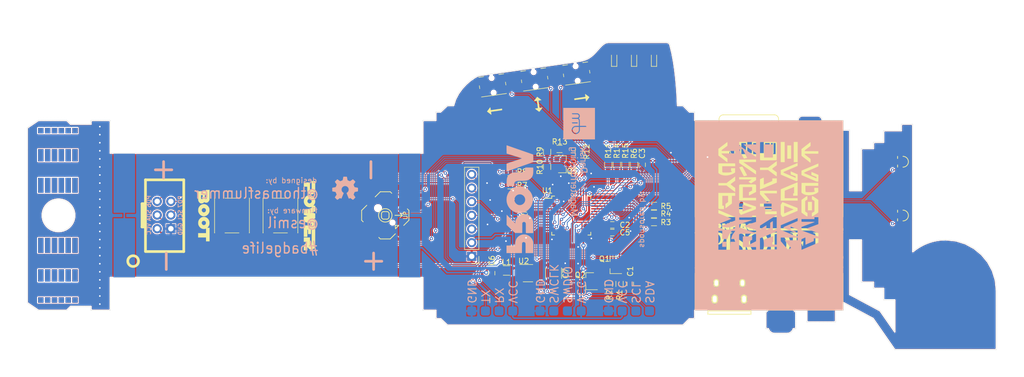
<source format=kicad_pcb>
(kicad_pcb (version 20171130) (host pcbnew "(5.1.0-rc1-17-gb4eda32f8)")
  (layers (0 F.Cu signal) (31 B.Cu signal) (34 B.Paste user) (35 F.Paste user) (36 B.SilkS user) (37 F.SilkS user) (38 B.Mask user) (39 F.Mask user) (44 Edge.Cuts user))
  (net 0 "")
  (net 1 VBAT)
  (net 2 "Net-(BT1-Pad2)")
  (net 3 GND)
  (net 4 USB_VCC)
  (net 5 "Net-(C2-Pad1)")
  (net 6 MCU_VDD)
  (net 7 BATREG)
  (net 8 "Net-(D1-Pad1)")
  (net 9 "Net-(D2-Pad1)")
  (net 10 "Net-(D5-Pad1)")
  (net 11 SWDIO)
  (net 12 SWCLK)
  (net 13 PD6)
  (net 14 PD7)
  (net 15 I2C0_SDA)
  (net 16 I2C0_SCL)
  (net 17 LEU0_TX)
  (net 18 LEU0_RX)
  (net 19 DISP_BLK)
  (net 20 DISP_DC)
  (net 21 DISP_RES)
  (net 22 DISP_SDA)
  (net 23 DISP_SCL)
  (net 24 "Net-(L1-Pad2)")
  (net 25 VREGO)
  (net 26 "Net-(Q2-Pad1)")
  (net 27 IR_RX)
  (net 28 "Net-(Q3-Pad1)")
  (net 29 "Net-(R3-Pad2)")
  (net 30 "Net-(R4-Pad2)")
  (net 31 "Net-(R5-Pad2)")
  (net 32 SD_CS)
  (net 33 "Net-(D4-Pad2)")
  (net 34 LED_A)
  (net 35 IR_TX)
  (net 36 LED_B)
  (net 37 LED_BOOT)
  (net 38 BUTTON_UP)
  (net 39 BUTTON_CENTER)
  (net 40 BUTTON_LEFT)
  (net 41 BUTTON_RIGHT)
  (net 42 BUTTON_DOWN)
  (net 43 RESETn)
  (net 44 POWER)
  (net 45 SW_UP)
  (net 46 SW_MID)
  (net 47 SW_DOWN)
  (net 48 "Net-(D3-Pad2)")
  (net 49 SD_CD)
  (net 50 SD_MISO)
  (net 51 SD_CLK)
  (net 52 SD_MOSI)
  (net 53 "Net-(J7-Pad2)")
  (net 54 "Net-(J7-Pad3)")
  (module Connectors:USB_Micro-B_10103594-0001LF (layer F.Cu) (at 180.364671 99.165938)
    (fp_text reference J7)
    (fp_text value USB_B_Micro)
    (pad 1 smd rect (at -1.3 -1.5 90) (size 1.65 0.4) (layers F.Cu F.Paste F.Mask) (net 4 USB_VCC))
    (pad 2 smd rect (at -0.65 -1.5 90) (size 1.65 0.4) (layers F.Cu F.Paste F.Mask) (net 53 "Net-(J7-Pad2)"))
    (pad 3 smd rect (at -0.0009 -1.5 90) (size 1.65 0.4) (layers F.Cu F.Paste F.Mask) (net 54 "Net-(J7-Pad3)"))
    (pad 4 smd rect (at 0.65 -1.5 90) (size 1.65 0.4) (layers F.Cu F.Paste F.Mask) (net 3 GND))
    (pad 5 smd rect (at 1.3 -1.5 90) (size 1.65 0.4) (layers F.Cu F.Paste F.Mask) (net 3 GND))
    (pad 6 thru_hole oval (at -2.425 -1.625 90) (size 1.5 1.1) (drill oval 1.05 0.65) (layers *.Cu *.Mask F.SilkS) (net 3 GND))
    (pad 6 thru_hole oval (at 2.425 -1.625 90) (size 1.5 1.1) (drill oval 1.05 0.65) (layers *.Cu *.Mask F.SilkS) (net 3 GND))
    (pad 6 thru_hole oval (at -2.725 1.375 90) (size 1.7 1.2) (drill oval 1.2 0.7) (layers *.Cu *.Mask F.SilkS) (net 3 GND))
    (pad 6 thru_hole oval (at 2.725 1.375 90) (size 1.7 1.2) (drill oval 1.2 0.7) (layers *.Cu *.Mask F.SilkS) (net 3 GND))
    (pad 6 smd rect (at -0.9625 1.625 90) (size 2.5 1.425) (layers F.Cu F.Paste F.Mask) (net 3 GND))
    (pad 6 smd rect (at 0.9625 1.625 90) (size 2.5 1.425) (layers F.Cu F.Paste F.Mask) (net 3 GND))
  )
  (module Aesthetics:BH2019_badge_bottom_silk_code_2 (layer F.Cu) (at 187.714671 84.965938)
    (fp_text reference G*** hide)
    (fp_text value LOGO hide)
  )
  (module Aesthetics:silabs_15mm (layer B.Cu) (at 164.014671 62.515938 90)
    (fp_text reference G*** hide)
    (fp_text value LOGO hide)
  )
  (module Aesthetics:dm_20mm (layer B.Cu) (at 152.464671 75.015938 90)
    (fp_text reference G*** hide)
    (fp_text value LOGO hide)
  )
  (module Aesthetics:prosa_20mm (layer B.Cu) (at 141.464671 81.965938 90)
    (fp_text reference G*** hide)
    (fp_text value LOGO hide)
  )
  (module Aesthetics:BH2019_badge_front_silk (layer F.Cu) (at 134.614671 82.515938)
    (fp_text reference G*** hide)
    (fp_text value LOGO hide)
  )
  (module Aesthetics:oshw_logo_5.0mm (layer B.Cu) (at 109.024671 79.965938 180)
    (fp_text reference G*** hide)
    (fp_text value LOGO hide)
  )
  (module Connectors:SMD_Proto_pad (layer B.Cu) (at 58.854671 100.713938)
    (fp_text reference REF** hide)
    (fp_text value "SMD Proto pad" hide)
    (pad 1 smd rect (at 0 0) (size 1.016 1.016) (layers B.Cu B.Mask))
  )
  (module Connectors:SMD_Proto_pad (layer B.Cu) (at 57.584671 100.713938)
    (fp_text reference REF** hide)
    (fp_text value "SMD Proto pad" hide)
    (pad 1 smd rect (at 0 0) (size 1.016 1.016) (layers B.Cu B.Mask))
  )
  (module Connectors:SMD_Proto_pad (layer B.Cu) (at 56.314671 100.713938)
    (fp_text reference REF** hide)
    (fp_text value "SMD Proto pad" hide)
    (pad 1 smd rect (at 0 0) (size 1.016 1.016) (layers B.Cu B.Mask))
  )
  (module Connectors:SMD_Proto_pad (layer B.Cu) (at 55.044671 100.713938)
    (fp_text reference REF** hide)
    (fp_text value "SMD Proto pad" hide)
    (pad 1 smd rect (at 0 0) (size 1.016 1.016) (layers B.Cu B.Mask))
  )
  (module Connectors:SMD_Proto_pad (layer B.Cu) (at 53.774671 100.713938)
    (fp_text reference REF** hide)
    (fp_text value "SMD Proto pad" hide)
    (pad 1 smd rect (at 0 0) (size 1.016 1.016) (layers B.Cu B.Mask))
  )
  (module Connectors:SMD_Proto_pad (layer B.Cu) (at 52.504671 100.713938)
    (fp_text reference REF** hide)
    (fp_text value "SMD Proto pad" hide)
    (pad 1 smd rect (at 0 0) (size 1.016 1.016) (layers B.Cu B.Mask))
  )
  (module Connectors:SMD_Proto_pad (layer B.Cu) (at 58.854671 96.141938)
    (fp_text reference REF** hide)
    (fp_text value "SMD Proto pad" hide)
    (pad 1 smd rect (at 0 0) (size 1.016 2.286) (layers B.Cu B.Mask))
  )
  (module Connectors:SMD_Proto_pad (layer B.Cu) (at 57.584671 96.141938)
    (fp_text reference REF** hide)
    (fp_text value "SMD Proto pad" hide)
    (pad 1 smd rect (at 0 0) (size 1.016 2.286) (layers B.Cu B.Mask))
  )
  (module Connectors:SMD_Proto_pad (layer B.Cu) (at 56.314671 96.141938)
    (fp_text reference REF** hide)
    (fp_text value "SMD Proto pad" hide)
    (pad 1 smd rect (at 0 0) (size 1.016 2.286) (layers B.Cu B.Mask))
  )
  (module Connectors:SMD_Proto_pad (layer B.Cu) (at 55.044671 96.141938)
    (fp_text reference REF** hide)
    (fp_text value "SMD Proto pad" hide)
    (pad 1 smd rect (at 0 0) (size 1.016 2.286) (layers B.Cu B.Mask))
  )
  (module Connectors:SMD_Proto_pad (layer B.Cu) (at 53.774671 96.141938)
    (fp_text reference REF** hide)
    (fp_text value "SMD Proto pad" hide)
    (pad 1 smd rect (at 0 0) (size 1.016 2.286) (layers B.Cu B.Mask))
  )
  (module Connectors:SMD_Proto_pad (layer B.Cu) (at 52.504671 96.141938)
    (fp_text reference REF** hide)
    (fp_text value "SMD Proto pad" hide)
    (pad 1 smd rect (at 0 0) (size 1.016 2.286) (layers B.Cu B.Mask))
  )
  (module Connectors:SMD_Proto_pad (layer B.Cu) (at 58.854671 90.553938)
    (fp_text reference REF** hide)
    (fp_text value "SMD Proto pad" hide)
    (pad 1 smd rect (at 0 0) (size 1.016 2.794) (layers B.Cu B.Mask))
  )
  (module Connectors:SMD_Proto_pad (layer B.Cu) (at 57.584671 90.553938)
    (fp_text reference REF** hide)
    (fp_text value "SMD Proto pad" hide)
    (pad 1 smd rect (at 0 0) (size 1.016 2.794) (layers B.Cu B.Mask))
  )
  (module Connectors:SMD_Proto_pad (layer B.Cu) (at 56.314671 90.553938)
    (fp_text reference REF** hide)
    (fp_text value "SMD Proto pad" hide)
    (pad 1 smd rect (at 0 0) (size 1.016 2.794) (layers B.Cu B.Mask))
  )
  (module Connectors:SMD_Proto_pad (layer B.Cu) (at 55.044671 90.553938)
    (fp_text reference REF** hide)
    (fp_text value "SMD Proto pad" hide)
    (pad 1 smd rect (at 0 0) (size 1.016 2.794) (layers B.Cu B.Mask))
  )
  (module Connectors:SMD_Proto_pad (layer B.Cu) (at 53.774671 90.553938)
    (fp_text reference REF** hide)
    (fp_text value "SMD Proto pad" hide)
    (pad 1 smd rect (at 0 0) (size 1.016 2.794) (layers B.Cu B.Mask))
  )
  (module Connectors:SMD_Proto_pad (layer B.Cu) (at 52.504671 90.553938)
    (fp_text reference REF** hide)
    (fp_text value "SMD Proto pad" hide)
    (pad 1 smd rect (at 0 0) (size 1.016 2.794) (layers B.Cu B.Mask))
  )
  (module Connectors:SMD_Proto_pad (layer F.Cu) (at 58.854671 100.713938)
    (fp_text reference REF** hide)
    (fp_text value "SMD Proto pad" hide)
    (pad 1 smd rect (at 0 0) (size 1.016 1.016) (layers F.Cu F.Mask))
  )
  (module Connectors:SMD_Proto_pad (layer F.Cu) (at 57.584671 100.713938)
    (fp_text reference REF** hide)
    (fp_text value "SMD Proto pad" hide)
    (pad 1 smd rect (at 0 0) (size 1.016 1.016) (layers F.Cu F.Mask))
  )
  (module Connectors:SMD_Proto_pad (layer F.Cu) (at 56.314671 100.713938)
    (fp_text reference REF** hide)
    (fp_text value "SMD Proto pad" hide)
    (pad 1 smd rect (at 0 0) (size 1.016 1.016) (layers F.Cu F.Mask))
  )
  (module Connectors:SMD_Proto_pad (layer F.Cu) (at 55.044671 100.713938)
    (fp_text reference REF** hide)
    (fp_text value "SMD Proto pad" hide)
    (pad 1 smd rect (at 0 0) (size 1.016 1.016) (layers F.Cu F.Mask))
  )
  (module Connectors:SMD_Proto_pad (layer F.Cu) (at 53.774671 100.713938)
    (fp_text reference REF** hide)
    (fp_text value "SMD Proto pad" hide)
    (pad 1 smd rect (at 0 0) (size 1.016 1.016) (layers F.Cu F.Mask))
  )
  (module Connectors:SMD_Proto_pad (layer F.Cu) (at 52.504671 100.713938)
    (fp_text reference REF** hide)
    (fp_text value "SMD Proto pad" hide)
    (pad 1 smd rect (at 0 0) (size 1.016 1.016) (layers F.Cu F.Mask))
  )
  (module Connectors:SMD_Proto_pad (layer F.Cu) (at 58.854671 96.141938)
    (fp_text reference REF** hide)
    (fp_text value "SMD Proto pad" hide)
    (pad 1 smd rect (at 0 0) (size 1.016 2.286) (layers F.Cu F.Mask))
  )
  (module Connectors:SMD_Proto_pad (layer F.Cu) (at 57.584671 96.141938)
    (fp_text reference REF** hide)
    (fp_text value "SMD Proto pad" hide)
    (pad 1 smd rect (at 0 0) (size 1.016 2.286) (layers F.Cu F.Mask))
  )
  (module Connectors:SMD_Proto_pad (layer F.Cu) (at 56.314671 96.141938)
    (fp_text reference REF** hide)
    (fp_text value "SMD Proto pad" hide)
    (pad 1 smd rect (at 0 0) (size 1.016 2.286) (layers F.Cu F.Mask))
  )
  (module Connectors:SMD_Proto_pad (layer F.Cu) (at 55.044671 96.141938)
    (fp_text reference REF** hide)
    (fp_text value "SMD Proto pad" hide)
    (pad 1 smd rect (at 0 0) (size 1.016 2.286) (layers F.Cu F.Mask))
  )
  (module Connectors:SMD_Proto_pad (layer F.Cu) (at 53.774671 96.141938)
    (fp_text reference REF** hide)
    (fp_text value "SMD Proto pad" hide)
    (pad 1 smd rect (at 0 0) (size 1.016 2.286) (layers F.Cu F.Mask))
  )
  (module Connectors:SMD_Proto_pad (layer F.Cu) (at 52.504671 96.141938)
    (fp_text reference REF** hide)
    (fp_text value "SMD Proto pad" hide)
    (pad 1 smd rect (at 0 0) (size 1.016 2.286) (layers F.Cu F.Mask))
  )
  (module Connectors:SMD_Proto_pad (layer F.Cu) (at 58.854671 90.553938)
    (fp_text reference REF** hide)
    (fp_text value "SMD Proto pad" hide)
    (pad 1 smd rect (at 0 0) (size 1.016 2.794) (layers F.Cu F.Mask))
  )
  (module Connectors:SMD_Proto_pad (layer F.Cu) (at 57.584671 90.553938)
    (fp_text reference REF** hide)
    (fp_text value "SMD Proto pad" hide)
    (pad 1 smd rect (at 0 0) (size 1.016 2.794) (layers F.Cu F.Mask))
  )
  (module Connectors:SMD_Proto_pad (layer F.Cu) (at 56.314671 90.553938)
    (fp_text reference REF** hide)
    (fp_text value "SMD Proto pad" hide)
    (pad 1 smd rect (at 0 0) (size 1.016 2.794) (layers F.Cu F.Mask))
  )
  (module Connectors:SMD_Proto_pad (layer F.Cu) (at 55.044671 90.553938)
    (fp_text reference REF** hide)
    (fp_text value "SMD Proto pad" hide)
    (pad 1 smd rect (at 0 0) (size 1.016 2.794) (layers F.Cu F.Mask))
  )
  (module Connectors:SMD_Proto_pad (layer F.Cu) (at 53.774671 90.553938)
    (fp_text reference REF** hide)
    (fp_text value "SMD Proto pad" hide)
    (pad 1 smd rect (at 0 0) (size 1.016 2.794) (layers F.Cu F.Mask))
  )
  (module Connectors:SMD_Proto_pad (layer F.Cu) (at 52.504671 90.553938)
    (fp_text reference REF** hide)
    (fp_text value "SMD Proto pad" hide)
    (pad 1 smd rect (at 0 0) (size 1.016 2.794) (layers F.Cu F.Mask))
  )
  (module Connectors:SMD_Proto_pad (layer B.Cu) (at 58.854671 79.377938)
    (fp_text reference REF** hide)
    (fp_text value "SMD Proto pad" hide)
    (pad 1 smd rect (at 0 0) (size 1.016 2.794) (layers B.Cu B.Mask))
  )
  (module Connectors:SMD_Proto_pad (layer B.Cu) (at 57.584671 79.377938)
    (fp_text reference REF** hide)
    (fp_text value "SMD Proto pad" hide)
    (pad 1 smd rect (at 0 0) (size 1.016 2.794) (layers B.Cu B.Mask))
  )
  (module Connectors:SMD_Proto_pad (layer B.Cu) (at 56.314671 79.377938)
    (fp_text reference REF** hide)
    (fp_text value "SMD Proto pad" hide)
    (pad 1 smd rect (at 0 0) (size 1.016 2.794) (layers B.Cu B.Mask))
  )
  (module Connectors:SMD_Proto_pad (layer B.Cu) (at 55.044671 79.377938)
    (fp_text reference REF** hide)
    (fp_text value "SMD Proto pad" hide)
    (pad 1 smd rect (at 0 0) (size 1.016 2.794) (layers B.Cu B.Mask))
  )
  (module Connectors:SMD_Proto_pad (layer B.Cu) (at 53.774671 79.377938)
    (fp_text reference REF** hide)
    (fp_text value "SMD Proto pad" hide)
    (pad 1 smd rect (at 0 0) (size 1.016 2.794) (layers B.Cu B.Mask))
  )
  (module Connectors:SMD_Proto_pad (layer B.Cu) (at 52.504671 79.377938)
    (fp_text reference REF** hide)
    (fp_text value "SMD Proto pad" hide)
    (pad 1 smd rect (at 0 0) (size 1.016 2.794) (layers B.Cu B.Mask))
  )
  (module Connectors:SMD_Proto_pad (layer B.Cu) (at 58.854671 73.789938)
    (fp_text reference REF** hide)
    (fp_text value "SMD Proto pad" hide)
    (pad 1 smd rect (at 0 0) (size 1.016 2.286) (layers B.Cu B.Mask))
  )
  (module Connectors:SMD_Proto_pad (layer B.Cu) (at 57.584671 73.789938)
    (fp_text reference REF** hide)
    (fp_text value "SMD Proto pad" hide)
    (pad 1 smd rect (at 0 0) (size 1.016 2.286) (layers B.Cu B.Mask))
  )
  (module Connectors:SMD_Proto_pad (layer B.Cu) (at 56.314671 73.789938)
    (fp_text reference REF** hide)
    (fp_text value "SMD Proto pad" hide)
    (pad 1 smd rect (at 0 0) (size 1.016 2.286) (layers B.Cu B.Mask))
  )
  (module Connectors:SMD_Proto_pad (layer B.Cu) (at 55.044671 73.789938)
    (fp_text reference REF** hide)
    (fp_text value "SMD Proto pad" hide)
    (pad 1 smd rect (at 0 0) (size 1.016 2.286) (layers B.Cu B.Mask))
  )
  (module Connectors:SMD_Proto_pad (layer B.Cu) (at 53.774671 73.789938)
    (fp_text reference REF** hide)
    (fp_text value "SMD Proto pad" hide)
    (pad 1 smd rect (at 0 0) (size 1.016 2.286) (layers B.Cu B.Mask))
  )
  (module Connectors:SMD_Proto_pad (layer B.Cu) (at 52.504671 73.789938)
    (fp_text reference REF** hide)
    (fp_text value "SMD Proto pad" hide)
    (pad 1 smd rect (at 0 0) (size 1.016 2.286) (layers B.Cu B.Mask))
  )
  (module Connectors:SMD_Proto_pad (layer B.Cu) (at 58.854671 69.217938)
    (fp_text reference REF** hide)
    (fp_text value "SMD Proto pad" hide)
    (pad 1 smd rect (at 0 0) (size 1.016 1.016) (layers B.Cu B.Mask))
  )
  (module Connectors:SMD_Proto_pad (layer B.Cu) (at 57.584671 69.217938)
    (fp_text reference REF** hide)
    (fp_text value "SMD Proto pad" hide)
    (pad 1 smd rect (at 0 0) (size 1.016 1.016) (layers B.Cu B.Mask))
  )
  (module Connectors:SMD_Proto_pad (layer B.Cu) (at 56.314671 69.217938)
    (fp_text reference REF** hide)
    (fp_text value "SMD Proto pad" hide)
    (pad 1 smd rect (at 0 0) (size 1.016 1.016) (layers B.Cu B.Mask))
  )
  (module Connectors:SMD_Proto_pad (layer B.Cu) (at 55.044671 69.217938)
    (fp_text reference REF** hide)
    (fp_text value "SMD Proto pad" hide)
    (pad 1 smd rect (at 0 0) (size 1.016 1.016) (layers B.Cu B.Mask))
  )
  (module Connectors:SMD_Proto_pad (layer B.Cu) (at 53.774671 69.217938)
    (fp_text reference REF** hide)
    (fp_text value "SMD Proto pad" hide)
    (pad 1 smd rect (at 0 0) (size 1.016 1.016) (layers B.Cu B.Mask))
  )
  (module Connectors:SMD_Proto_pad (layer B.Cu) (at 52.504671 69.217938)
    (fp_text reference REF** hide)
    (fp_text value "SMD Proto pad" hide)
    (pad 1 smd rect (at 0 0) (size 1.016 1.016) (layers B.Cu B.Mask))
  )
  (module Connectors:SMD_Proto_pad (layer F.Cu) (at 58.854671 79.377938)
    (fp_text reference REF** hide)
    (fp_text value "SMD Proto pad" hide)
    (pad 1 smd rect (at 0 0) (size 1.016 2.794) (layers F.Cu F.Mask))
  )
  (module Connectors:SMD_Proto_pad (layer F.Cu) (at 57.584671 79.377938)
    (fp_text reference REF** hide)
    (fp_text value "SMD Proto pad" hide)
    (pad 1 smd rect (at 0 0) (size 1.016 2.794) (layers F.Cu F.Mask))
  )
  (module Connectors:SMD_Proto_pad (layer F.Cu) (at 56.314671 79.377938)
    (fp_text reference REF** hide)
    (fp_text value "SMD Proto pad" hide)
    (pad 1 smd rect (at 0 0) (size 1.016 2.794) (layers F.Cu F.Mask))
  )
  (module Connectors:SMD_Proto_pad (layer F.Cu) (at 55.044671 79.377938)
    (fp_text reference REF** hide)
    (fp_text value "SMD Proto pad" hide)
    (pad 1 smd rect (at 0 0) (size 1.016 2.794) (layers F.Cu F.Mask))
  )
  (module Connectors:SMD_Proto_pad (layer F.Cu) (at 53.774671 79.377938)
    (fp_text reference REF** hide)
    (fp_text value "SMD Proto pad" hide)
    (pad 1 smd rect (at 0 0) (size 1.016 2.794) (layers F.Cu F.Mask))
  )
  (module Connectors:SMD_Proto_pad (layer F.Cu) (at 58.854671 73.789938)
    (fp_text reference REF** hide)
    (fp_text value "SMD Proto pad" hide)
    (pad 1 smd rect (at 0 0) (size 1.016 2.286) (layers F.Cu F.Mask))
  )
  (module Connectors:SMD_Proto_pad (layer F.Cu) (at 57.584671 73.789938)
    (fp_text reference REF** hide)
    (fp_text value "SMD Proto pad" hide)
    (pad 1 smd rect (at 0 0) (size 1.016 2.286) (layers F.Cu F.Mask))
  )
  (module Connectors:SMD_Proto_pad (layer F.Cu) (at 56.314671 73.789938)
    (fp_text reference REF** hide)
    (fp_text value "SMD Proto pad" hide)
    (pad 1 smd rect (at 0 0) (size 1.016 2.286) (layers F.Cu F.Mask))
  )
  (module Connectors:SMD_Proto_pad (layer F.Cu) (at 55.044671 73.789938)
    (fp_text reference REF** hide)
    (fp_text value "SMD Proto pad" hide)
    (pad 1 smd rect (at 0 0) (size 1.016 2.286) (layers F.Cu F.Mask))
  )
  (module Connectors:SMD_Proto_pad (layer F.Cu) (at 53.774671 73.789938)
    (fp_text reference REF** hide)
    (fp_text value "SMD Proto pad" hide)
    (pad 1 smd rect (at 0 0) (size 1.016 2.286) (layers F.Cu F.Mask))
  )
  (module Connectors:SMD_Proto_pad (layer F.Cu) (at 58.854671 69.217938)
    (fp_text reference REF** hide)
    (fp_text value "SMD Proto pad" hide)
    (pad 1 smd rect (at 0 0) (size 1.016 1.016) (layers F.Cu F.Mask))
  )
  (module Connectors:SMD_Proto_pad (layer F.Cu) (at 57.584671 69.217938)
    (fp_text reference REF** hide)
    (fp_text value "SMD Proto pad" hide)
    (pad 1 smd rect (at 0 0) (size 1.016 1.016) (layers F.Cu F.Mask))
  )
  (module Connectors:SMD_Proto_pad (layer F.Cu) (at 56.314671 69.217938)
    (fp_text reference REF** hide)
    (fp_text value "SMD Proto pad" hide)
    (pad 1 smd rect (at 0 0) (size 1.016 1.016) (layers F.Cu F.Mask))
  )
  (module Connectors:SMD_Proto_pad (layer F.Cu) (at 55.044671 69.217938)
    (fp_text reference REF** hide)
    (fp_text value "SMD Proto pad" hide)
    (pad 1 smd rect (at 0 0) (size 1.016 1.016) (layers F.Cu F.Mask))
  )
  (module Connectors:SMD_Proto_pad (layer F.Cu) (at 53.774671 69.217938)
    (fp_text reference REF** hide)
    (fp_text value "SMD Proto pad" hide)
    (pad 1 smd rect (at 0 0) (size 1.016 1.016) (layers F.Cu F.Mask))
  )
  (module Pin_Headers:Pin_Header_Straight_1x04_Pitch2.54mm (layer B.Cu) (at 157.914671 102.745938 270)
    (fp_text reference J6 hide)
    (fp_text value I2C)
    (pad 4 smd roundrect (at 0 -7.62 270) (size 1.7 1.7) (layers B.Cu B.Mask) (net 15 I2C0_SDA))
    (pad 3 connect roundrect (at 0 -5.08 270) (size 1.7 1.7) (layers B.Cu B.Mask) (net 16 I2C0_SCL))
    (pad 2 smd roundrect (at 0 -2.54 270) (size 1.7 1.7) (layers B.Cu B.Mask) (net 6 MCU_VDD))
    (pad 1 smd roundrect (at 0 0 270) (size 1.7 1.7) (layers B.Cu B.Mask) (net 3 GND))
  )
  (module Pin_Headers:Pin_Header_Straight_1x04_Pitch2.54mm (layer B.Cu) (at 145.214671 102.745938 270)
    (fp_text reference J1 hide)
    (fp_text value DEBUG)
    (pad 4 smd roundrect (at 0 -7.62 270) (size 1.7 1.7) (layers B.Cu B.Mask) (net 6 MCU_VDD))
    (pad 3 smd roundrect (at 0 -5.08 270) (size 1.7 1.7) (layers B.Cu B.Mask) (net 11 SWDIO))
    (pad 2 smd roundrect (at 0 -2.54 270) (size 1.7 1.7) (layers B.Cu B.Mask) (net 12 SWCLK))
    (pad 1 smd roundrect (at 0 0 270) (size 1.7 1.7) (layers B.Cu B.Mask) (net 3 GND))
  )
  (module Pin_Headers:Pin_Header_Straight_1x04_Pitch2.54mm (layer B.Cu) (at 132.514671 102.745938 270)
    (fp_text reference J3 hide)
    (fp_text value "LE UART")
    (pad 1 smd roundrect (at 0 0 270) (size 1.7 1.7) (layers B.Cu B.Mask) (net 3 GND))
    (pad 2 smd roundrect (at 0 -2.54 270) (size 1.7 1.7) (layers B.Cu B.Mask) (net 17 LEU0_TX))
    (pad 3 smd roundrect (at 0 -5.08 270) (size 1.7 1.7) (layers B.Cu B.Mask) (net 18 LEU0_RX))
    (pad 4 smd roundrect (at 0 -7.62 270) (size 1.7 1.7) (layers B.Cu B.Mask) (net 6 MCU_VDD))
  )
  (module Inductors_SMD:L_0805 (layer F.Cu) (at 138.964671 95.215938)
    (fp_text reference L1 (at 0 -1.55) (layer F.SilkS))
    (fp_text value 2.2uH)
    (pad 2 smd rect (at 0.95 0) (size 0.7 1.8) (layers F.Cu F.Paste F.Mask) (net 24 "Net-(L1-Pad2)"))
    (pad 1 smd rect (at -0.95 0 180) (size 0.7 1.8) (layers F.Cu F.Paste F.Mask) (net 1 VBAT))
  )
  (module Connectors:SMD_Proto_pad (layer F.Cu) (at 52.504671 79.377938)
    (fp_text reference REF** hide)
    (fp_text value "SMD Proto pad" hide)
    (pad 1 smd rect (at 0 0) (size 1.016 2.794) (layers F.Cu F.Mask))
  )
  (module Connectors:SMD_Proto_pad (layer F.Cu) (at 52.504671 73.789938)
    (fp_text reference REF** hide)
    (fp_text value "SMD Proto pad" hide)
    (pad 1 smd rect (at 0 0) (size 1.016 2.286) (layers F.Cu F.Mask))
  )
  (module Connectors:SMD_Proto_pad (layer F.Cu) (at 52.504671 69.217938)
    (fp_text reference REF** hide)
    (fp_text value "SMD Proto pad" hide)
    (pad 1 smd rect (at 0 0) (size 1.016 1.016) (layers F.Cu F.Mask))
  )
  (module Aesthetics:BH2019_badge_shield_mask (layer F.Cu) (at 215.75 99.725)
    (fp_text reference G*** hide)
    (fp_text value LOGO hide)
  )
  (module Aesthetics:BH2019_badge_shield_mask (layer F.Cu) (at 215.75 99.725)
    (fp_text reference G*** hide)
    (fp_text value LOGO hide)
  )
  (module Power:Single_AA_Holder_Sidemount (layer F.Cu) (at 94.5 96.5 270)
    (fp_text reference BT1 hide)
    (fp_text value Battery_Cell hide)
    (fp_text user - (at -3 19 270) (layer B.SilkS) (effects (font (size 4 4) (thickness 0.5))))
    (fp_text user + (at -3 -19.5 270) (layer B.SilkS) (effects (font (size 4 4) (thickness 0.5))))
    (pad 2 smd rect (at -5.5 26.5 270) (size 11 4) (layers B.Cu B.Mask) (net 2 "Net-(BT1-Pad2)"))
    (pad 1 smd rect (at -5.5 -26.5 270) (size 11 4) (layers B.Cu B.Mask) (net 1 VBAT))
  )
  (module Power:Single_AA_Holder_Sidemount (layer F.Cu) (at 94.5 73.5 90)
    (fp_text reference BT2 hide)
    (fp_text value Battery_Cell hide)
    (fp_text user - (at -3 19 90) (layer B.SilkS) (effects (font (size 4 4) (thickness 0.5))))
    (fp_text user + (at -3 -19.5 90) (layer B.SilkS) (effects (font (size 4 4) (thickness 0.5))))
    (pad 2 smd rect (at -5.5 26.5 90) (size 11 4) (layers B.Cu B.Mask) (net 3 GND))
    (pad 1 smd rect (at -5.5 -26.5 90) (size 11 4) (layers B.Cu B.Mask) (net 2 "Net-(BT1-Pad2)"))
  )
  (module Capacitors_SMD:C_0603 (layer F.Cu) (at 161.964671 97.715938 270)
    (fp_text reference C1 (at -2.35 0 270) (layer F.SilkS))
    (fp_text value 4.7uF)
    (pad 1 smd rect (at -0.75 0 270) (size 0.8 0.75) (layers F.Cu F.Paste F.Mask) (net 4 USB_VCC))
    (pad 2 smd rect (at 0.75 0 270) (size 0.8 0.75) (layers F.Cu F.Paste F.Mask) (net 3 GND))
  )
  (module Capacitors_SMD:C_0603 (layer F.Cu) (at 158.624671 86.745938)
    (fp_text reference C2 (at 2.34 0.02) (layer F.SilkS))
    (fp_text value 1uF)
    (pad 1 smd rect (at -0.75 0) (size 0.8 0.75) (layers F.Cu F.Paste F.Mask) (net 5 "Net-(C2-Pad1)"))
    (pad 2 smd rect (at 0.75 0) (size 0.8 0.75) (layers F.Cu F.Paste F.Mask) (net 3 GND))
  )
  (module Capacitors_SMD:C_0603 (layer F.Cu) (at 164.164671 75.565938 270)
    (fp_text reference C3 (at -2.1 0 270) (layer F.SilkS))
    (fp_text value 100nF)
    (pad 1 smd rect (at -0.75 0 270) (size 0.8 0.75) (layers F.Cu F.Paste F.Mask) (net 6 MCU_VDD))
    (pad 2 smd rect (at 0.75 0 270) (size 0.8 0.75) (layers F.Cu F.Paste F.Mask) (net 3 GND))
  )
  (module Capacitors_SMD:C_0603 (layer F.Cu) (at 142.414671 83.765938 180)
    (fp_text reference C4 (at 0 -1.5 180) (layer F.SilkS))
    (fp_text value 1uF)
    (pad 2 smd rect (at 0.75 0 180) (size 0.8 0.75) (layers F.Cu F.Paste F.Mask) (net 3 GND))
    (pad 1 smd rect (at -0.75 0 180) (size 0.8 0.75) (layers F.Cu F.Paste F.Mask) (net 6 MCU_VDD))
  )
  (module Capacitors_SMD:C_0603 (layer F.Cu) (at 158.624671 88.175938)
    (fp_text reference C5 (at 2.34 -0.01) (layer F.SilkS))
    (fp_text value 100nF)
    (pad 2 smd rect (at 0.75 0) (size 0.8 0.75) (layers F.Cu F.Paste F.Mask) (net 3 GND))
    (pad 1 smd rect (at -0.75 0) (size 0.8 0.75) (layers F.Cu F.Paste F.Mask) (net 6 MCU_VDD))
  )
  (module Capacitors_SMD:C_0603 (layer F.Cu) (at 136.214671 95.715938 270)
    (fp_text reference C6 (at -2.35 -0.05 270) (layer F.SilkS))
    (fp_text value 4.7uF)
    (pad 2 smd rect (at 0.75 0 270) (size 0.8 0.75) (layers F.Cu F.Paste F.Mask) (net 3 GND))
    (pad 1 smd rect (at -0.75 0 270) (size 0.8 0.75) (layers F.Cu F.Paste F.Mask) (net 1 VBAT))
  )
  (module Capacitors_SMD:C_1210 (layer F.Cu) (at 147.714671 95.715938 90)
    (fp_text reference C7 (at -0.05 2.25 90) (layer F.SilkS))
    (fp_text value 47uF)
    (pad 2 smd rect (at 1.5 0 90) (size 1 2.5) (layers F.Cu F.Paste F.Mask) (net 3 GND))
    (pad 1 smd rect (at -1.5 0 90) (size 1 2.5) (layers F.Cu F.Paste F.Mask) (net 7 BATREG))
  )
  (module LEDs:LED_0603 (layer F.Cu) (at 158.964671 55.965938 90)
    (fp_text reference D1)
    (fp_text value LED hide)
    (pad 1 smd rect (at -0.8 0 270) (size 0.8 0.8) (layers F.Cu F.Paste F.Mask) (net 8 "Net-(D1-Pad1)"))
    (pad 2 smd rect (at 0.8 0 270) (size 0.8 0.8) (layers F.Cu F.Paste F.Mask) (net 6 MCU_VDD))
  )
  (module LEDs:LED_0603 (layer F.Cu) (at 162.664671 55.965938 90)
    (fp_text reference D2)
    (fp_text value LED hide)
    (pad 2 smd rect (at 0.8 0 270) (size 0.8 0.8) (layers F.Cu F.Paste F.Mask) (net 6 MCU_VDD))
    (pad 1 smd rect (at -0.8 0 270) (size 0.8 0.8) (layers F.Cu F.Paste F.Mask) (net 9 "Net-(D2-Pad1)"))
  )
  (module LEDs:LED_0603 (layer F.Cu) (at 166.364671 55.965938 90)
    (fp_text reference D5)
    (fp_text value LED hide)
    (pad 1 smd rect (at -0.8 0 270) (size 0.8 0.8) (layers F.Cu F.Paste F.Mask) (net 10 "Net-(D5-Pad1)"))
    (pad 2 smd rect (at 0.8 0 270) (size 0.8 0.8) (layers F.Cu F.Paste F.Mask) (net 6 MCU_VDD))
  )
  (module badgelife_sao_v169bis:Badgelife-SAOv169-BADGE-2x3 (layer F.Cu) (at 75.364671 84.965938 90)
    (fp_text reference J2 hide)
    (fp_text value Badgelife_sao_connector_v169bis)
    (fp_text user VCC (at -2.54 -2.794 90) (layer B.SilkS) (effects (font (size 0.75 0.75)) (justify mirror)))
    (fp_text user GND (at -2.54 3.048 90) (layer B.SilkS) (effects (font (size 0.75 0.75)) (justify mirror)))
    (fp_text user SDA (at 0 -2.794 90) (layer B.SilkS) (effects (font (size 0.75 0.75)) (justify mirror)))
    (fp_text user SCL (at 0 3.048 90) (layer B.SilkS) (effects (font (size 0.75 0.75)) (justify mirror)))
    (fp_text user PD7 (at 2.55 3.05 90) (layer B.SilkS) (effects (font (size 0.75 0.75)) (justify mirror)))
    (fp_text user PD6 (at 2.6 -2.8 90) (layer B.SilkS) (effects (font (size 0.75 0.75)) (justify mirror)))
    (pad 5 thru_hole circle (at 2.6 -1.25) (size 1.7272 1.7272) (drill 1.016) (layers *.Cu *.Mask) (net 13 PD6))
    (pad 6 thru_hole circle (at 2.6 1.29) (size 1.7272 1.7272) (drill 1.016) (layers *.Cu *.Mask) (net 14 PD7))
    (pad 3 thru_hole oval (at 0.06 -1.25) (size 1.7272 1.7272) (drill 1.016) (layers *.Cu *.Mask) (net 15 I2C0_SDA))
    (pad 4 thru_hole oval (at 0.06 1.29) (size 1.7272 1.7272) (drill 1.016) (layers *.Cu *.Mask) (net 16 I2C0_SCL))
    (pad 1 thru_hole oval (at -2.48 -1.25) (size 1.7272 1.7272) (drill 1.016) (layers *.Cu *.Mask) (net 6 MCU_VDD))
    (pad 2 thru_hole rect (at -2.48 1.29) (size 1.7272 1.7272) (drill 1.016) (layers *.Cu *.Mask) (net 3 GND))
  )
  (module Pin_Headers:Pin_Header_Straight_1x07_Pitch2.54mm (layer F.Cu) (at 132.514671 92.585938 180)
    (fp_text reference J5 hide)
    (fp_text value DISP)
    (pad 7 thru_hole oval (at 0 15.24 180) (size 1.7 1.7) (drill 1) (layers *.Cu *.Mask) (net 19 DISP_BLK))
    (pad 6 thru_hole oval (at 0 12.7 180) (size 1.7 1.7) (drill 1) (layers *.Cu *.Mask) (net 20 DISP_DC))
    (pad 5 thru_hole oval (at 0 10.16 180) (size 1.7 1.7) (drill 1) (layers *.Cu *.Mask) (net 21 DISP_RES))
    (pad 4 thru_hole oval (at 0 7.62 180) (size 1.7 1.7) (drill 1) (layers *.Cu *.Mask) (net 22 DISP_SDA))
    (pad 3 thru_hole oval (at 0 5.08 180) (size 1.7 1.7) (drill 1) (layers *.Cu *.Mask) (net 23 DISP_SCL))
    (pad 2 thru_hole oval (at 0 2.54 180) (size 1.7 1.7) (drill 1) (layers *.Cu *.Mask) (net 6 MCU_VDD))
    (pad 1 thru_hole rect (at 0 0 180) (size 1.7 1.7) (drill 1) (layers *.Cu *.Mask) (net 3 GND))
  )
  (module TO_SOT_Packages_SMD:SOT-23 (layer F.Cu) (at 158.964671 94.215938 180)
    (fp_text reference Q1 (at 1.8 1.15 180) (layer F.SilkS))
    (fp_text value SMD-MOSFET-N-CH-20V-2.1A-CJ2302_SOT-23_)
    (pad 1 smd rect (at -1 -0.95 180) (size 0.9 0.8) (layers F.Cu F.Paste F.Mask) (net 4 USB_VCC))
    (pad 2 smd rect (at -1 0.95 180) (size 0.9 0.8) (layers F.Cu F.Paste F.Mask) (net 25 VREGO))
    (pad 3 smd rect (at 1 0 180) (size 0.9 0.8) (layers F.Cu F.Paste F.Mask) (net 6 MCU_VDD))
  )
  (module TO_SOT_Packages_SMD:SOT-23 (layer F.Cu) (at 154.464671 97.215938 180)
    (fp_text reference Q2 (at 1.8 1.15 180) (layer F.SilkS))
    (fp_text value SMD-MOSFET-P-CH-8V-4.1A-CJ2305_SOT-23_)
    (pad 3 smd rect (at 1 0 180) (size 0.9 0.8) (layers F.Cu F.Paste F.Mask) (net 7 BATREG))
    (pad 2 smd rect (at -1 0.95 180) (size 0.9 0.8) (layers F.Cu F.Paste F.Mask) (net 6 MCU_VDD))
    (pad 1 smd rect (at -1 -0.95 180) (size 0.9 0.8) (layers F.Cu F.Paste F.Mask) (net 26 "Net-(Q2-Pad1)"))
  )
  (module TO_SOT_Packages_SMD:SOT-23 (layer F.Cu) (at 149.314671 75.465938)
    (fp_text reference Q3 (at 1.85 1.3) (layer F.SilkS))
    (fp_text value BC817)
    (pad 3 smd rect (at 1 0) (size 0.9 0.8) (layers F.Cu F.Paste F.Mask) (net 3 GND))
    (pad 2 smd rect (at -1 0.95) (size 0.9 0.8) (layers F.Cu F.Paste F.Mask) (net 27 IR_RX))
    (pad 1 smd rect (at -1 -0.95) (size 0.9 0.8) (layers F.Cu F.Paste F.Mask) (net 28 "Net-(Q3-Pad1)"))
  )
  (module Resistors_SMD:R_0603 (layer F.Cu) (at 159.964671 97.715938 270)
    (fp_text reference R1 (at 2.05 0 270) (layer F.SilkS))
    (fp_text value 4k7)
    (pad 1 smd rect (at -0.75 0 270) (size 0.5 0.9) (layers F.Cu F.Paste F.Mask) (net 4 USB_VCC))
    (pad 2 smd rect (at 0.75 0 270) (size 0.5 0.9) (layers F.Cu F.Paste F.Mask) (net 26 "Net-(Q2-Pad1)"))
  )
  (module Resistors_SMD:R_0603 (layer F.Cu) (at 157.964671 97.715938 90)
    (fp_text reference R2 (at -2.05 0.1 90) (layer F.SilkS))
    (fp_text value 6k8)
    (pad 2 smd rect (at 0.75 0 90) (size 0.5 0.9) (layers F.Cu F.Paste F.Mask) (net 3 GND))
    (pad 1 smd rect (at -0.75 0 90) (size 0.5 0.9) (layers F.Cu F.Paste F.Mask) (net 26 "Net-(Q2-Pad1)"))
  )
  (module Resistors_SMD:R_0603 (layer F.Cu) (at 166.364671 86.215938 180)
    (fp_text reference R3 (at -2.2 -0.05 180) (layer F.SilkS))
    (fp_text value 4k7)
    (pad 2 smd rect (at 0.75 0 180) (size 0.5 0.9) (layers F.Cu F.Paste F.Mask) (net 29 "Net-(R3-Pad2)"))
    (pad 1 smd rect (at -0.75 0 180) (size 0.5 0.9) (layers F.Cu F.Paste F.Mask) (net 53 "Net-(J7-Pad2)"))
  )
  (module Resistors_SMD:R_0603 (layer F.Cu) (at 166.364671 84.715938 180)
    (fp_text reference R4 (at -2.2 0.05 180) (layer F.SilkS))
    (fp_text value 22)
    (pad 1 smd rect (at -0.75 0 180) (size 0.5 0.9) (layers F.Cu F.Paste F.Mask) (net 53 "Net-(J7-Pad2)"))
    (pad 2 smd rect (at 0.75 0 180) (size 0.5 0.9) (layers F.Cu F.Paste F.Mask) (net 30 "Net-(R4-Pad2)"))
  )
  (module Resistors_SMD:R_0603 (layer F.Cu) (at 166.364671 83.215938 180)
    (fp_text reference R5 (at -2.2 -0.05 180) (layer F.SilkS))
    (fp_text value 22)
    (pad 2 smd rect (at 0.75 0 180) (size 0.5 0.9) (layers F.Cu F.Paste F.Mask) (net 31 "Net-(R5-Pad2)"))
    (pad 1 smd rect (at -0.75 0 180) (size 0.5 0.9) (layers F.Cu F.Paste F.Mask) (net 54 "Net-(J7-Pad3)"))
  )
  (module Resistors_SMD:R_0603 (layer F.Cu) (at 162.664671 75.565938 270)
    (fp_text reference R6 (at -2.1 0 270) (layer F.SilkS))
    (fp_text value 100k)
    (pad 1 smd rect (at -0.75 0 270) (size 0.5 0.9) (layers F.Cu F.Paste F.Mask) (net 6 MCU_VDD))
    (pad 2 smd rect (at 0.75 0 270) (size 0.5 0.9) (layers F.Cu F.Paste F.Mask) (net 32 SD_CS))
  )
  (module Resistors_SMD:R_0603 (layer F.Cu) (at 139.700001 79.370001)
    (fp_text reference R7 (at 2.16467 -0.004063) (layer F.SilkS))
    (fp_text value 4k7)
    (pad 2 smd rect (at 0.75 0) (size 0.5 0.9) (layers F.Cu F.Paste F.Mask) (net 6 MCU_VDD))
    (pad 1 smd rect (at -0.75 0) (size 0.5 0.9) (layers F.Cu F.Paste F.Mask) (net 15 I2C0_SDA))
  )
  (module Resistors_SMD:R_0603 (layer F.Cu) (at 139.700001 76.890001)
    (fp_text reference R8 (at 2.16467 -0.024063) (layer F.SilkS))
    (fp_text value 4k7)
    (pad 1 smd rect (at -0.75 0) (size 0.5 0.9) (layers F.Cu F.Paste F.Mask) (net 16 I2C0_SCL))
    (pad 2 smd rect (at 0.75 0) (size 0.5 0.9) (layers F.Cu F.Paste F.Mask) (net 6 MCU_VDD))
  )
  (module Resistors_SMD:R_0603 (layer F.Cu) (at 146.514671 73.165938 90)
    (fp_text reference R9 (at 0 -1.35 90) (layer F.SilkS))
    (fp_text value 10k)
    (pad 2 smd rect (at 0.75 0 90) (size 0.5 0.9) (layers F.Cu F.Paste F.Mask) (net 33 "Net-(D4-Pad2)"))
    (pad 1 smd rect (at -0.75 0 90) (size 0.5 0.9) (layers F.Cu F.Paste F.Mask) (net 6 MCU_VDD))
  )
  (module Resistors_SMD:R_0603 (layer F.Cu) (at 146.514671 75.965938 270)
    (fp_text reference R10 (at 0 1.35 270) (layer F.SilkS))
    (fp_text value 10k)
    (pad 1 smd rect (at -0.75 0 270) (size 0.5 0.9) (layers F.Cu F.Paste F.Mask) (net 6 MCU_VDD))
    (pad 2 smd rect (at 0.75 0 270) (size 0.5 0.9) (layers F.Cu F.Paste F.Mask) (net 27 IR_RX))
  )
  (module Resistors_SMD:R_0603 (layer F.Cu) (at 157.864671 75.565938 90)
    (fp_text reference R11 (at 2.6 0 90) (layer F.SilkS))
    (fp_text value 1k)
    (pad 2 smd rect (at 0.75 0 90) (size 0.5 0.9) (layers F.Cu F.Paste F.Mask) (net 8 "Net-(D1-Pad1)"))
    (pad 1 smd rect (at -0.75 0 90) (size 0.5 0.9) (layers F.Cu F.Paste F.Mask) (net 34 LED_A))
  )
  (module Resistors_SMD:R_0603 (layer F.Cu) (at 152.414671 73.115938 90)
    (fp_text reference R12 (at 0 1.45 90) (layer F.SilkS))
    (fp_text value 220)
    (pad 2 smd rect (at 0.75 0 90) (size 0.5 0.9) (layers F.Cu F.Paste F.Mask) (net 48 "Net-(D3-Pad2)"))
    (pad 1 smd rect (at -0.75 0 90) (size 0.5 0.9) (layers F.Cu F.Paste F.Mask) (net 35 IR_TX))
  )
  (module Resistors_SMD:R_0603 (layer F.Cu) (at 148.814671 72.615938 180)
    (fp_text reference R13 (at -0.05 1.35 180) (layer F.SilkS))
    (fp_text value 1k)
    (pad 1 smd rect (at -0.75 0 180) (size 0.5 0.9) (layers F.Cu F.Paste F.Mask) (net 28 "Net-(Q3-Pad1)"))
    (pad 2 smd rect (at 0.75 0 180) (size 0.5 0.9) (layers F.Cu F.Paste F.Mask) (net 33 "Net-(D4-Pad2)"))
  )
  (module Resistors_SMD:R_0603 (layer F.Cu) (at 159.464671 75.565938 90)
    (fp_text reference R14 (at 2.6 0 90) (layer F.SilkS))
    (fp_text value 1k)
    (pad 2 smd rect (at 0.75 0 90) (size 0.5 0.9) (layers F.Cu F.Paste F.Mask) (net 9 "Net-(D2-Pad1)"))
    (pad 1 smd rect (at -0.75 0 90) (size 0.5 0.9) (layers F.Cu F.Paste F.Mask) (net 36 LED_B))
  )
  (module Resistors_SMD:R_0603 (layer F.Cu) (at 161.064671 75.565938 90)
    (fp_text reference R15 (at 2.6 0 90) (layer F.SilkS))
    (fp_text value 1k)
    (pad 1 smd rect (at -0.75 0 90) (size 0.5 0.9) (layers F.Cu F.Paste F.Mask) (net 37 LED_BOOT))
    (pad 2 smd rect (at 0.75 0 90) (size 0.5 0.9) (layers F.Cu F.Paste F.Mask) (net 10 "Net-(D5-Pad1)"))
  )
  (module Button_Switch_SMD_Extra:SF303GJ26 (layer F.Cu) (at 116.464671 84.965938 225)
    (fp_text reference SW1)
    (fp_text value 5-Way_Switch hide)
    (fp_text user UP (at -2.65165 -2.65165 270) (layer F.SilkS) (effects (font (size 0.75 0.75) (thickness 0.125))))
    (pad SHIELD smd roundrect (at 0 -4.1 225) (size 2 1.9) (layers F.Cu F.Paste F.Mask) (net 3 GND))
    (pad SHIELD smd roundrect (at 0 4.1 225) (size 2 1.9) (layers F.Cu F.Paste F.Mask) (net 3 GND))
    (pad "" np_thru_hole circle (at 0 -1.9 225) (size 0.8 0.8) (drill 0.8) (layers *.Cu *.Mask))
    (pad "" np_thru_hole circle (at 0 1.9 225) (size 1.15 1.15) (drill 1.15) (layers *.Cu *.Mask))
    (pad 1 smd roundrect (at -3.325001 -1.4 225) (size 1.85 1.1) (layers F.Cu F.Paste F.Mask) (net 38 BUTTON_UP))
    (pad 2 smd roundrect (at -3.325 0 225) (size 1.85 1.1) (layers F.Cu F.Paste F.Mask) (net 39 BUTTON_CENTER))
    (pad 3 smd roundrect (at -3.325001 1.4 225) (size 1.85 1.1) (layers F.Cu F.Paste F.Mask) (net 40 BUTTON_LEFT))
    (pad 4 smd roundrect (at 3.325001 -1.4 225) (size 1.85 1.1) (layers F.Cu F.Paste F.Mask) (net 41 BUTTON_RIGHT))
    (pad 5 smd roundrect (at 3.325 0 225) (size 1.85 1.1) (layers F.Cu F.Paste F.Mask) (net 3 GND))
    (pad 6 smd roundrect (at 3.325001 1.4 225) (size 1.85 1.1) (layers F.Cu F.Paste F.Mask) (net 42 BUTTON_DOWN))
  )
  (module Buttons_Switches_SMD:SW_SPST_PTS645 (layer F.Cu) (at 88 85 270)
    (fp_text reference SW2 hide)
    (fp_text value SW_SPST hide)
    (pad 2 smd rect (at -3.98 2.25 270) (size 1.55 1.3) (layers F.Cu F.Paste F.Mask) (net 43 RESETn))
    (pad 1 smd rect (at -3.98 -2.25 270) (size 1.55 1.3) (layers F.Cu F.Paste F.Mask) (net 3 GND))
    (pad 1 smd rect (at 3.98 -2.25 270) (size 1.55 1.3) (layers F.Cu F.Paste F.Mask) (net 3 GND))
    (pad 2 smd rect (at 3.98 2.25 270) (size 1.55 1.3) (layers F.Cu F.Paste F.Mask) (net 43 RESETn))
  )
  (module Buttons_Switches_SMD:SW_SPST_PTS645 (layer F.Cu) (at 97 85 270)
    (fp_text reference SW3 hide)
    (fp_text value SW_SPST hide)
    (pad 2 smd rect (at 3.98 2.25 270) (size 1.55 1.3) (layers F.Cu F.Paste F.Mask) (net 44 POWER))
    (pad 1 smd rect (at 3.98 -2.25 270) (size 1.55 1.3) (layers F.Cu F.Paste F.Mask) (net 3 GND))
    (pad 1 smd rect (at -3.98 -2.25 270) (size 1.55 1.3) (layers F.Cu F.Paste F.Mask) (net 3 GND))
    (pad 2 smd rect (at -3.98 2.25 270) (size 1.55 1.3) (layers F.Cu F.Paste F.Mask) (net 44 POWER))
  )
  (module Buttons_Switches_SMD:Panasonic_EVQPUL_EVQPUC (layer F.Cu) (at 152 58.6 8)
    (fp_text reference SW4 hide)
    (fp_text value SW_SPST hide)
    (pad "" np_thru_hole circle (at 0 -1.375 188) (size 0.75 0.75) (drill 0.75) (layers *.Cu *.Mask))
    (pad "" np_thru_hole circle (at 0 1.375 188) (size 0.75 0.75) (drill 0.75) (layers *.Cu *.Mask))
    (pad 1 smd rect (at 2.625 -0.85 188) (size 1.55 1) (layers F.Cu F.Paste F.Mask) (net 3 GND))
    (pad 1 smd rect (at -2.625 -0.85 188) (size 1.55 1) (layers F.Cu F.Paste F.Mask) (net 3 GND))
    (pad 2 smd rect (at -2.625 0.85 188) (size 1.55 1) (layers F.Cu F.Paste F.Mask) (net 45 SW_UP))
    (pad 2 smd rect (at 2.625 0.85 188) (size 1.55 1) (layers F.Cu F.Paste F.Mask) (net 45 SW_UP))
  )
  (module Buttons_Switches_SMD:Panasonic_EVQPUL_EVQPUC (layer F.Cu) (at 144.2 59.7 8)
    (fp_text reference SW5 hide)
    (fp_text value SW_SPST hide)
    (pad 2 smd rect (at 2.625 0.85 188) (size 1.55 1) (layers F.Cu F.Paste F.Mask) (net 46 SW_MID))
    (pad 2 smd rect (at -2.625 0.85 188) (size 1.55 1) (layers F.Cu F.Paste F.Mask) (net 46 SW_MID))
    (pad 1 smd rect (at -2.625 -0.85 188) (size 1.55 1) (layers F.Cu F.Paste F.Mask) (net 3 GND))
    (pad 1 smd rect (at 2.625 -0.85 188) (size 1.55 1) (layers F.Cu F.Paste F.Mask) (net 3 GND))
    (pad "" np_thru_hole circle (at 0 1.375 188) (size 0.75 0.75) (drill 0.75) (layers *.Cu *.Mask))
    (pad "" np_thru_hole circle (at 0 -1.375 188) (size 0.75 0.75) (drill 0.75) (layers *.Cu *.Mask))
  )
  (module Buttons_Switches_SMD:Panasonic_EVQPUL_EVQPUC (layer F.Cu) (at 136.4 60.8 8)
    (fp_text reference SW6 hide)
    (fp_text value SW_SPST hide)
    (pad "" np_thru_hole circle (at 0 -1.375 188) (size 0.75 0.75) (drill 0.75) (layers *.Cu *.Mask))
    (pad "" np_thru_hole circle (at 0 1.375 188) (size 0.75 0.75) (drill 0.75) (layers *.Cu *.Mask))
    (pad 1 smd rect (at 2.625 -0.85 188) (size 1.55 1) (layers F.Cu F.Paste F.Mask) (net 3 GND))
    (pad 1 smd rect (at -2.625 -0.85 188) (size 1.55 1) (layers F.Cu F.Paste F.Mask) (net 3 GND))
    (pad 2 smd rect (at -2.625 0.85 188) (size 1.55 1) (layers F.Cu F.Paste F.Mask) (net 47 SW_DOWN))
    (pad 2 smd rect (at 2.625 0.85 188) (size 1.55 1) (layers F.Cu F.Paste F.Mask) (net 47 SW_DOWN))
  )
  (module Housings_QFP:TQFP-48_7x7mm_Pitch0.5mm (layer F.Cu) (at 151 85)
    (fp_text reference U1 (at -4.435329 -4.634062) (layer F.SilkS))
    (fp_text value EFM32HG322)
    (pad 48 smd rect (at -2.75 -4.35 90) (size 1.3 0.25) (layers F.Cu F.Paste F.Mask) (net 16 I2C0_SCL))
    (pad 47 smd rect (at -2.25 -4.35 90) (size 1.3 0.25) (layers F.Cu F.Paste F.Mask) (net 15 I2C0_SDA))
    (pad 46 smd rect (at -1.75 -4.35 90) (size 1.3 0.25) (layers F.Cu F.Paste F.Mask) (net 27 IR_RX))
    (pad 45 smd rect (at -1.25 -4.35 90) (size 1.3 0.25) (layers F.Cu F.Paste F.Mask) (net 35 IR_TX))
    (pad 44 smd rect (at -0.75 -4.35 90) (size 1.3 0.25) (layers F.Cu F.Paste F.Mask) (net 3 GND))
    (pad 43 smd rect (at -0.25 -4.35 90) (size 1.3 0.25) (layers F.Cu F.Paste F.Mask) (net 6 MCU_VDD))
    (pad 42 smd rect (at 0.25 -4.35 90) (size 1.3 0.25) (layers F.Cu F.Paste F.Mask) (net 41 BUTTON_RIGHT))
    (pad 41 smd rect (at 0.75 -4.35 90) (size 1.3 0.25) (layers F.Cu F.Paste F.Mask) (net 40 BUTTON_LEFT))
    (pad 40 smd rect (at 1.25 -4.35 90) (size 1.3 0.25) (layers F.Cu F.Paste F.Mask) (net 42 BUTTON_DOWN))
    (pad 39 smd rect (at 1.75 -4.35 90) (size 1.3 0.25) (layers F.Cu F.Paste F.Mask) (net 38 BUTTON_UP))
    (pad 38 smd rect (at 2.25 -4.35 90) (size 1.3 0.25) (layers F.Cu F.Paste F.Mask) (net 11 SWDIO))
    (pad 37 smd rect (at 2.75 -4.35 90) (size 1.3 0.25) (layers F.Cu F.Paste F.Mask) (net 12 SWCLK))
    (pad 36 smd rect (at 4.35 -2.75) (size 1.3 0.25) (layers F.Cu F.Paste F.Mask) (net 31 "Net-(R5-Pad2)"))
    (pad 35 smd rect (at 4.35 -2.25) (size 1.3 0.25) (layers F.Cu F.Paste F.Mask) (net 30 "Net-(R4-Pad2)"))
    (pad 34 smd rect (at 4.35 -1.75) (size 1.3 0.25) (layers F.Cu F.Paste F.Mask) (net 25 VREGO))
    (pad 33 smd rect (at 4.35 -1.25) (size 1.3 0.25) (layers F.Cu F.Paste F.Mask) (net 4 USB_VCC))
    (pad 32 smd rect (at 4.35 -0.75) (size 1.3 0.25) (layers F.Cu F.Paste F.Mask) (net 45 SW_UP))
    (pad 31 smd rect (at 4.35 -0.25) (size 1.3 0.25) (layers F.Cu F.Paste F.Mask) (net 46 SW_MID))
    (pad 30 smd rect (at 4.35 0.25) (size 1.3 0.25) (layers F.Cu F.Paste F.Mask) (net 47 SW_DOWN))
    (pad 29 smd rect (at 4.35 0.75) (size 1.3 0.25) (layers F.Cu F.Paste F.Mask) (net 5 "Net-(C2-Pad1)"))
    (pad 28 smd rect (at 4.35 1.25) (size 1.3 0.25) (layers F.Cu F.Paste F.Mask) (net 6 MCU_VDD))
    (pad 27 smd rect (at 4.35 1.75) (size 1.3 0.25) (layers F.Cu F.Paste F.Mask) (net 14 PD7))
    (pad 26 smd rect (at 4.35 2.25) (size 1.3 0.25) (layers F.Cu F.Paste F.Mask) (net 13 PD6))
    (pad 25 smd rect (at 4.35 2.75) (size 1.3 0.25) (layers F.Cu F.Paste F.Mask) (net 18 LEU0_RX))
    (pad 24 smd rect (at 2.75 4.35 90) (size 1.3 0.25) (layers F.Cu F.Paste F.Mask) (net 17 LEU0_TX))
    (pad 23 smd rect (at 2.25 4.35 90) (size 1.3 0.25) (layers F.Cu F.Paste F.Mask) (net 6 MCU_VDD))
    (pad 22 smd rect (at 1.75 4.35 90) (size 1.3 0.25) (layers F.Cu F.Paste F.Mask) (net 6 MCU_VDD))
    (pad 21 smd rect (at 1.25 4.35 90) (size 1.3 0.25) (layers F.Cu F.Paste F.Mask) (net 32 SD_CS))
    (pad 20 smd rect (at 0.75 4.35 90) (size 1.3 0.25) (layers F.Cu F.Paste F.Mask) (net 51 SD_CLK))
    (pad 19 smd rect (at 0.25 4.35 90) (size 1.3 0.25) (layers F.Cu F.Paste F.Mask) (net 6 MCU_VDD))
    (pad 18 smd rect (at -0.25 4.35 90) (size 1.3 0.25) (layers F.Cu F.Paste F.Mask) (net 3 GND))
    (pad 17 smd rect (at -0.75 4.35 90) (size 1.3 0.25) (layers F.Cu F.Paste F.Mask) (net 39 BUTTON_CENTER))
    (pad 16 smd rect (at -1.25 4.35 90) (size 1.3 0.25) (layers F.Cu F.Paste F.Mask) (net 43 RESETn))
    (pad 15 smd rect (at -1.75 4.35 90) (size 1.3 0.25) (layers F.Cu F.Paste F.Mask) (net 36 LED_B))
    (pad 14 smd rect (at -2.25 4.35 90) (size 1.3 0.25) (layers F.Cu F.Paste F.Mask) (net 34 LED_A))
    (pad 13 smd rect (at -2.75 4.35 90) (size 1.3 0.25) (layers F.Cu F.Paste F.Mask) (net 37 LED_BOOT))
    (pad 12 smd rect (at -4.35 2.75) (size 1.3 0.25) (layers F.Cu F.Paste F.Mask) (net 50 SD_MISO))
    (pad 11 smd rect (at -4.35 2.25) (size 1.3 0.25) (layers F.Cu F.Paste F.Mask) (net 52 SD_MOSI))
    (pad 10 smd rect (at -4.35 1.75) (size 1.3 0.25) (layers F.Cu F.Paste F.Mask) (net 44 POWER))
    (pad 9 smd rect (at -4.35 1.25) (size 1.3 0.25) (layers F.Cu F.Paste F.Mask) (net 23 DISP_SCL))
    (pad 8 smd rect (at -4.35 0.75) (size 1.3 0.25) (layers F.Cu F.Paste F.Mask) (net 21 DISP_RES))
    (pad 7 smd rect (at -4.35 0.25) (size 1.3 0.25) (layers F.Cu F.Paste F.Mask) (net 22 DISP_SDA))
    (pad 6 smd rect (at -4.35 -0.25) (size 1.3 0.25) (layers F.Cu F.Paste F.Mask) (net 49 SD_CD))
    (pad 5 smd rect (at -4.35 -0.75) (size 1.3 0.25) (layers F.Cu F.Paste F.Mask) (net 3 GND))
    (pad 4 smd rect (at -4.35 -1.25) (size 1.3 0.25) (layers F.Cu F.Paste F.Mask) (net 6 MCU_VDD))
    (pad 3 smd rect (at -4.35 -1.75) (size 1.3 0.25) (layers F.Cu F.Paste F.Mask) (net 20 DISP_DC))
    (pad 2 smd rect (at -4.35 -2.25) (size 1.3 0.25) (layers F.Cu F.Paste F.Mask) (net 19 DISP_BLK))
    (pad 1 smd rect (at -4.35 -2.75) (size 1.3 0.25) (layers F.Cu F.Paste F.Mask) (net 29 "Net-(R3-Pad2)"))
  )
  (module TO_SOT_Packages_SMD:SOT-23-5 (layer F.Cu) (at 142.964671 95.715938)
    (fp_text reference U2 (at -0.8 -2.25) (layer F.SilkS))
    (fp_text value TPS61322)
    (pad 5 smd rect (at 1.1 -0.95) (size 1.06 0.65) (layers F.Cu F.Paste F.Mask))
    (pad 4 smd rect (at 1.1 0.95) (size 1.06 0.65) (layers F.Cu F.Paste F.Mask) (net 7 BATREG))
    (pad 3 smd rect (at -1.1 0.95) (size 1.06 0.65) (layers F.Cu F.Paste F.Mask))
    (pad 2 smd rect (at -1.1 0) (size 1.06 0.65) (layers F.Cu F.Paste F.Mask) (net 3 GND))
    (pad 1 smd rect (at -1.1 -0.95) (size 1.06 0.65) (layers F.Cu F.Paste F.Mask) (net 24 "Net-(L1-Pad2)"))
  )
  (module Opto:IR_LED_1104_Side (layer F.Cu) (at 212 85 270)
    (fp_text reference D3)
    (fp_text value "IR LED")
    (pad "" smd rect (at 0 0.4 270) (size 0.9 0.6) (layers F.Cu F.Paste F.Mask))
    (pad 1 smd rect (at -1.5 0 270) (size 0.8 1.4) (layers F.Cu F.Paste F.Mask) (net 3 GND))
    (pad 2 smd rect (at 1.5 0 270) (size 0.8 1.4) (layers F.Cu F.Paste F.Mask) (net 48 "Net-(D3-Pad2)"))
  )
  (module Opto:IR_LED_1104_Side (layer F.Cu) (at 212 75 270)
    (fp_text reference D4)
    (fp_text value D_Photo)
    (pad 2 smd rect (at 1.5 0 270) (size 0.8 1.4) (layers F.Cu F.Paste F.Mask) (net 33 "Net-(D4-Pad2)"))
    (pad 1 smd rect (at -1.5 0 270) (size 0.8 1.4) (layers F.Cu F.Paste F.Mask) (net 3 GND))
    (pad "" smd rect (at 0 0.4 270) (size 0.9 0.6) (layers F.Cu F.Paste F.Mask))
  )
  (module Connectors:MEM2061 (layer F.Cu) (at 182.75 75.75 180)
    (fp_text reference J4)
    (fp_text value Micro_SD_Card_Det)
    (pad 9 smd rect (at -4.95 -7.325 180) (size 1.8 1.4) (layers F.Cu F.Paste F.Mask) (net 49 SD_CD))
    (pad 10 smd rect (at 0.75 -7.325 180) (size 1.8 1.4) (layers F.Cu F.Paste F.Mask) (net 49 SD_CD))
    (pad 11 smd rect (at -6.55 5.825 180) (size 1.4 1.9) (layers F.Cu F.Paste F.Mask) (net 3 GND))
    (pad 11 smd rect (at 6.6 6.825 180) (size 1.4 1.9) (layers F.Cu F.Paste F.Mask) (net 3 GND))
    (pad 8 smd rect (at -5.76 3.225 180) (size 0.8 2) (layers F.Cu F.Paste F.Mask))
    (pad 7 smd rect (at -4.66 3.225 180) (size 0.8 2) (layers F.Cu F.Paste F.Mask) (net 50 SD_MISO))
    (pad 6 smd rect (at -3.56 3.425 180) (size 0.8 2) (layers F.Cu F.Paste F.Mask) (net 3 GND))
    (pad 5 smd rect (at -2.46 3.225 180) (size 0.8 2) (layers F.Cu F.Paste F.Mask) (net 51 SD_CLK))
    (pad 4 smd rect (at -1.36 3.425 180) (size 0.8 2) (layers F.Cu F.Paste F.Mask) (net 6 MCU_VDD))
    (pad 3 smd rect (at -0.26 3.225 180) (size 0.8 2) (layers F.Cu F.Paste F.Mask) (net 52 SD_MOSI))
    (pad 2 smd rect (at 0.84 2.825 180) (size 0.8 2) (layers F.Cu F.Paste F.Mask) (net 32 SD_CS))
    (pad 1 smd rect (at 1.94 3.225 180) (size 0.8 2) (layers F.Cu F.Paste F.Mask))
  )
  (gr_text "sponsored by:" (at 164.264671 91.065938 270) (layer B.SilkS) (effects (font (size 1 1)) (justify left mirror)))
  (gr_text "#badgelife" (at 104.174671 91.055938) (layer B.SilkS) (effects (font (size 2 1.8) (thickness 0.25)) (justify left mirror)))
  (gr_text @esmil (at 104.274671 86.345938) (layer B.SilkS) (effects (font (size 2 1.8) (thickness 0.25)) (justify left mirror)))
  (gr_text "firmware by:" (at 103.984671 84.065938) (layer B.SilkS) (effects (font (size 1 1)) (justify left mirror)))
  (gr_text @thomasflummer (at 104.274671 80.855938) (layer B.SilkS) (effects (font (size 2 1.8) (thickness 0.25)) (justify left mirror)))
  (gr_text "designed by:" (at 103.884671 78.475938) (layer B.SilkS) (effects (font (size 1 1)) (justify left mirror)))
  (gr_line (start 65.424671 73.395938) (end 66.925392 73.392613) (layer Edge.Cuts) (width 0.05))
  (gr_line (start 65.425398 71.892619) (end 65.424671 73.395938) (layer Edge.Cuts) (width 0.05))
  (gr_line (start 65.424671 96.535938) (end 65.425398 98.039343) (layer Edge.Cuts) (width 0.05))
  (gr_line (start 66.925392 96.539348) (end 65.424671 96.535938) (layer Edge.Cuts) (width 0.05))
  (gr_line (start 123.424671 96.535938) (end 123.425303 98.039343) (layer Edge.Cuts) (width 0.05))
  (gr_line (start 121.925308 96.539348) (end 123.424671 96.535938) (layer Edge.Cuts) (width 0.05))
  (gr_line (start 123.425303 73.392613) (end 121.925308 73.392613) (layer Edge.Cuts) (width 0.05))
  (gr_line (start 123.425303 71.892619) (end 123.425303 73.392613) (layer Edge.Cuts) (width 0.05))
  (gr_text SDA (at 165.534671 101.475938 270) (layer B.SilkS) (effects (font (size 1.5 1.5) (thickness 0.2)) (justify left mirror)))
  (gr_text SCL (at 162.994671 101.475938 270) (layer B.SilkS) (effects (font (size 1.5 1.5) (thickness 0.2)) (justify left mirror)))
  (gr_text VCC (at 160.454671 101.475938 270) (layer B.SilkS) (effects (font (size 1.5 1.5) (thickness 0.2)) (justify left mirror)))
  (gr_text GND (at 157.914671 101.475938 270) (layer B.SilkS) (effects (font (size 1.5 1.5) (thickness 0.2)) (justify left mirror)))
  (gr_text GND (at 132.514671 101.475938 270) (layer B.SilkS) (effects (font (size 1.5 1.5) (thickness 0.2)) (justify left mirror)))
  (gr_text TX (at 135.054671 101.475938 270) (layer B.SilkS) (effects (font (size 1.5 1.5) (thickness 0.2)) (justify left mirror)))
  (gr_text RX (at 137.594671 101.475938 270) (layer B.SilkS) (effects (font (size 1.5 1.5) (thickness 0.2)) (justify left mirror)))
  (gr_text VCC (at 140.134671 101.475938 270) (layer B.SilkS) (effects (font (size 1.5 1.5) (thickness 0.2)) (justify left mirror)))
  (gr_text GND (at 145.214671 101.475938 270) (layer B.SilkS) (effects (font (size 1.5 1.5) (thickness 0.2)) (justify left mirror)))
  (gr_text SWCLK (at 147.754671 101.475938 270) (layer B.SilkS) (effects (font (size 1.5 1.5) (thickness 0.2)) (justify left mirror)))
  (gr_text SWDIO (at 150.294671 101.475938 270) (layer B.SilkS) (effects (font (size 1.5 1.5) (thickness 0.2)) (justify left mirror)))
  (gr_text VCC (at 152.834671 101.475938 270) (layer B.SilkS) (effects (font (size 1.5 1.5) (thickness 0.2)) (justify left mirror)))
  (gr_line (start 187.457603 102.633636) (end 184.001098 102.633636) (layer Edge.Cuts) (width 0.05))
  (gr_line (start 192.609918 102.633636) (end 192.373474 102.633636) (layer Edge.Cuts) (width 0.05))
  (gr_line (start 194.729981 102.633636) (end 194.729981 104.821595) (layer Edge.Cuts) (width 0.05))
  (gr_line (start 214.431807 85.778151) (end 214.431807 82.813932) (layer Edge.Cuts) (width 0.05))
  (gr_line (start 214.431807 70.957054) (end 214.431807 67.992835) (layer Edge.Cuts) (width 0.05))
  (gr_line (start 214.431807 73.921274) (end 214.431807 70.957054) (layer Edge.Cuts) (width 0.05))
  (gr_line (start 213.429362 109.965941) (end 215.791548 109.965941) (layer Edge.Cuts) (width 0.05))
  (gr_line (start 215.791548 109.965941) (end 218.153734 109.965941) (layer Edge.Cuts) (width 0.05))
  (gr_line (start 215.070147 91.213369) (end 214.431807 91.70659) (layer Edge.Cuts) (width 0.05))
  (gr_curve (pts (xy 58.552557 83.798201) (xy 58.704366 84.157117) (xy 58.788314 84.551724) (xy 58.788314 84.965938)) (layer Edge.Cuts) (width 0.05))
  (gr_curve (pts (xy 57.909629 82.844612) (xy 58.181077 83.11606) (xy 58.400748 83.439285) (xy 58.552557 83.798201)) (layer Edge.Cuts) (width 0.05))
  (gr_curve (pts (xy 53.666988 82.844612) (xy 53.938433 82.573164) (xy 54.261655 82.353493) (xy 54.620569 82.201684)) (layer Edge.Cuts) (width 0.05))
  (gr_line (start 218.153734 109.965941) (end 220.515921 109.965941) (layer Edge.Cuts) (width 0.05))
  (gr_line (start 222.878107 109.965941) (end 225.240293 109.965941) (layer Edge.Cuts) (width 0.05))
  (gr_line (start 225.240293 109.965941) (end 227.602479 109.965941) (layer Edge.Cuts) (width 0.05))
  (gr_line (start 204.866456 93.488436) (end 204.866456 95.448254) (layer Edge.Cuts) (width 0.05))
  (gr_line (start 204.866456 91.528618) (end 204.866456 93.488436) (layer Edge.Cuts) (width 0.05))
  (gr_line (start 204.866456 89.568801) (end 204.866456 91.528618) (layer Edge.Cuts) (width 0.05))
  (gr_line (start 204.327056 89.568801) (end 204.866456 89.568801) (layer Edge.Cuts) (width 0.05))
  (gr_line (start 203.787656 89.568801) (end 204.327056 89.568801) (layer Edge.Cuts) (width 0.05))
  (gr_line (start 203.248257 89.568801) (end 203.787656 89.568801) (layer Edge.Cuts) (width 0.05))
  (gr_line (start 202.708857 89.568801) (end 203.248257 89.568801) (layer Edge.Cuts) (width 0.05))
  (gr_line (start 202.708857 92.093221) (end 202.708857 89.568801) (layer Edge.Cuts) (width 0.05))
  (gr_line (start 202.708857 94.617642) (end 202.708857 92.093221) (layer Edge.Cuts) (width 0.05))
  (gr_line (start 202.708857 97.142062) (end 202.708857 94.617642) (layer Edge.Cuts) (width 0.05))
  (gr_line (start 202.708857 99.666483) (end 202.708857 97.142062) (layer Edge.Cuts) (width 0.05))
  (gr_curve (pts (xy 53.024067 86.133675) (xy 52.87226 85.774759) (xy 52.788314 85.380151) (xy 52.788314 84.965938)) (layer Edge.Cuts) (width 0.05))
  (gr_curve (pts (xy 53.666988 87.087263) (xy 53.395543 86.815815) (xy 53.175874 86.492591) (xy 53.024067 86.133675)) (layer Edge.Cuts) (width 0.05))
  (gr_curve (pts (xy 54.620569 87.730192) (xy 54.261655 87.578383) (xy 53.938433 87.358711) (xy 53.666988 87.087263)) (layer Edge.Cuts) (width 0.05))
  (gr_curve (pts (xy 55.788303 87.965948) (xy 55.37409 87.965948) (xy 54.979483 87.882001) (xy 54.620569 87.730192)) (layer Edge.Cuts) (width 0.05))
  (gr_curve (pts (xy 56.95604 87.730192) (xy 56.597124 87.882001) (xy 56.202517 87.965948) (xy 55.788303 87.965948)) (layer Edge.Cuts) (width 0.05))
  (gr_curve (pts (xy 57.909629 87.087263) (xy 57.638181 87.358711) (xy 57.314956 87.578383) (xy 56.95604 87.730192)) (layer Edge.Cuts) (width 0.05))
  (gr_curve (pts (xy 58.552557 86.133675) (xy 58.400748 86.492591) (xy 58.181077 86.815815) (xy 57.909629 87.087263)) (layer Edge.Cuts) (width 0.05))
  (gr_curve (pts (xy 58.788314 84.965938) (xy 58.788314 85.380151) (xy 58.704366 85.774759) (xy 58.552557 86.133675)) (layer Edge.Cuts) (width 0.05))
  (gr_curve (pts (xy 56.95604 82.201684) (xy 57.314956 82.353493) (xy 57.638181 82.573164) (xy 57.909629 82.844612)) (layer Edge.Cuts) (width 0.05))
  (gr_curve (pts (xy 55.788303 81.965927) (xy 56.202517 81.965927) (xy 56.597124 82.049874) (xy 56.95604 82.201684)) (layer Edge.Cuts) (width 0.05))
  (gr_curve (pts (xy 54.620569 82.201684) (xy 54.979483 82.049874) (xy 55.37409 81.965927) (xy 55.788303 81.965927)) (layer Edge.Cuts) (width 0.05))
  (gr_curve (pts (xy 53.024067 83.798201) (xy 53.175874 83.439285) (xy 53.395543 83.11606) (xy 53.666988 82.844612)) (layer Edge.Cuts) (width 0.05))
  (gr_line (start 208.041165 98.558799) (end 208.510349 98.558799) (layer Edge.Cuts) (width 0.05))
  (gr_line (start 207.571981 98.558799) (end 208.041165 98.558799) (layer Edge.Cuts) (width 0.05))
  (gr_line (start 207.102797 98.558799) (end 207.571981 98.558799) (layer Edge.Cuts) (width 0.05))
  (gr_line (start 207.102797 98.271117) (end 207.102797 98.558799) (layer Edge.Cuts) (width 0.05))
  (gr_line (start 207.102797 97.983436) (end 207.102797 98.271117) (layer Edge.Cuts) (width 0.05))
  (gr_line (start 207.102797 97.695754) (end 207.102797 97.983436) (layer Edge.Cuts) (width 0.05))
  (gr_line (start 207.102797 97.408072) (end 207.102797 97.695754) (layer Edge.Cuts) (width 0.05))
  (gr_line (start 209.501444 100.716397) (end 210.023355 100.716397) (layer Edge.Cuts) (width 0.05))
  (gr_line (start 208.979534 100.716397) (end 209.501444 100.716397) (layer Edge.Cuts) (width 0.05))
  (gr_line (start 208.979534 100.176998) (end 208.979534 100.716397) (layer Edge.Cuts) (width 0.05))
  (gr_line (start 208.979534 99.637598) (end 208.979534 100.176998) (layer Edge.Cuts) (width 0.05))
  (gr_line (start 208.979534 99.098198) (end 208.979534 99.637598) (layer Edge.Cuts) (width 0.05))
  (gr_line (start 208.979534 98.558799) (end 208.979534 99.098198) (layer Edge.Cuts) (width 0.05))
  (gr_line (start 208.510349 98.558799) (end 208.979534 98.558799) (layer Edge.Cuts) (width 0.05))
  (gr_line (start 206.543711 97.408072) (end 207.102797 97.408072) (layer Edge.Cuts) (width 0.05))
  (gr_line (start 205.984626 97.408072) (end 206.543711 97.408072) (layer Edge.Cuts) (width 0.05))
  (gr_line (start 205.425541 97.408072) (end 205.984626 97.408072) (layer Edge.Cuts) (width 0.05))
  (gr_line (start 204.866456 97.408072) (end 205.425541 97.408072) (layer Edge.Cuts) (width 0.05))
  (gr_line (start 204.866456 95.448254) (end 204.866456 97.408072) (layer Edge.Cuts) (width 0.05))
  (gr_line (start 212.54988 67.992835) (end 212.281033 67.992835) (layer Edge.Cuts) (width 0.05))
  (gr_line (start 212.818727 67.992835) (end 212.54988 67.992835) (layer Edge.Cuts) (width 0.05))
  (gr_line (start 195.345762 66.457959) (end 194.991649 66.457959) (layer Edge.Cuts) (width 0.05))
  (gr_line (start 195.699875 66.457959) (end 195.345762 66.457959) (layer Edge.Cuts) (width 0.05))
  (gr_line (start 196.053988 66.457959) (end 195.699875 66.457959) (layer Edge.Cuts) (width 0.05))
  (gr_line (start 212.281033 68.145665) (end 212.281033 68.298496) (layer Edge.Cuts) (width 0.05))
  (gr_line (start 212.281033 67.992835) (end 212.281033 68.145665) (layer Edge.Cuts) (width 0.05))
  (gr_line (start 224.193797 90.227527) (end 222.420167 89.676963) (layer Edge.Cuts) (width 0.05))
  (gr_line (start 207.102797 71.804591) (end 207.102797 71.948429) (layer Edge.Cuts) (width 0.05))
  (gr_line (start 207.102797 71.660753) (end 207.102797 71.804591) (layer Edge.Cuts) (width 0.05))
  (gr_line (start 207.102797 71.516915) (end 207.102797 71.660753) (layer Edge.Cuts) (width 0.05))
  (gr_line (start 178.731429 67.298239) (end 176.338495 67.298239) (layer Edge.Cuts) (width 0.05))
  (gr_line (start 181.124362 67.298239) (end 178.731429 67.298239) (layer Edge.Cuts) (width 0.05))
  (gr_line (start 183.517296 67.298239) (end 181.124362 67.298239) (layer Edge.Cuts) (width 0.05))
  (gr_line (start 185.91023 67.298239) (end 183.517296 67.298239) (layer Edge.Cuts) (width 0.05))
  (gr_line (start 188.303163 67.298239) (end 185.91023 67.298239) (layer Edge.Cuts) (width 0.05))
  (gr_line (start 190.696097 67.298239) (end 188.303163 67.298239) (layer Edge.Cuts) (width 0.05))
  (gr_line (start 193.089031 67.298239) (end 190.696097 67.298239) (layer Edge.Cuts) (width 0.05))
  (gr_line (start 225.798804 91.098695) (end 224.193797 90.227527) (layer Edge.Cuts) (width 0.05))
  (gr_line (start 169.191375 53.015721) (end 169.100587 52.925529) (layer Edge.Cuts) (width 0.05))
  (gr_line (start 169.260985 53.121226) (end 169.191375 53.015721) (layer Edge.Cuts) (width 0.05))
  (gr_line (start 169.314246 53.23737) (end 169.260985 53.121226) (layer Edge.Cuts) (width 0.05))
  (gr_line (start 173.443159 65.722689) (end 173.317558 65.722689) (layer Edge.Cuts) (width 0.05))
  (gr_line (start 173.568759 65.722689) (end 173.443159 65.722689) (layer Edge.Cuts) (width 0.05))
  (gr_line (start 173.69436 65.722689) (end 173.568759 65.722689) (layer Edge.Cuts) (width 0.05))
  (gr_line (start 229.222137 95.255867) (end 228.350969 93.65086) (layer Edge.Cuts) (width 0.05))
  (gr_line (start 229.964665 108.586917) (end 229.964665 107.207894) (layer Edge.Cuts) (width 0.05))
  (gr_line (start 229.964665 107.207894) (end 229.964665 105.828871) (layer Edge.Cuts) (width 0.05))
  (gr_line (start 173.81996 65.722689) (end 173.69436 65.722689) (layer Edge.Cuts) (width 0.05))
  (gr_line (start 173.945561 65.722689) (end 173.81996 65.722689) (layer Edge.Cuts) (width 0.05))
  (gr_line (start 173.945561 65.919633) (end 173.945561 65.722689) (layer Edge.Cuts) (width 0.05))
  (gr_line (start 173.945561 66.116577) (end 173.945561 65.919633) (layer Edge.Cuts) (width 0.05))
  (gr_line (start 173.945561 66.313521) (end 173.945561 66.116577) (layer Edge.Cuts) (width 0.05))
  (gr_line (start 217.221031 90.076269) (end 216.468063 90.394845) (layer Edge.Cuts) (width 0.05))
  (gr_line (start 214.431807 82.813932) (end 214.431807 79.849712) (layer Edge.Cuts) (width 0.05))
  (gr_line (start 209.392221 69.215478) (end 208.979534 69.215478) (layer Edge.Cuts) (width 0.05))
  (gr_line (start 209.804909 69.215478) (end 209.392221 69.215478) (layer Edge.Cuts) (width 0.05))
  (gr_line (start 169.355987 53.359482) (end 169.314246 53.23737) (layer Edge.Cuts) (width 0.05))
  (gr_line (start 169.391037 53.48289) (end 169.355987 53.359482) (layer Edge.Cuts) (width 0.05))
  (gr_line (start 169.719214 54.847962) (end 169.391037 53.48289) (layer Edge.Cuts) (width 0.05))
  (gr_line (start 169.992014 56.289758) (end 169.719214 54.847962) (layer Edge.Cuts) (width 0.05))
  (gr_line (start 170.214549 57.772288) (end 169.992014 56.289758) (layer Edge.Cuts) (width 0.05))
  (gr_line (start 170.391929 59.259561) (end 170.214549 57.772288) (layer Edge.Cuts) (width 0.05))
  (gr_line (start 170.529266 60.715586) (end 170.391929 59.259561) (layer Edge.Cuts) (width 0.05))
  (gr_line (start 208.979534 70.024577) (end 208.979534 70.294277) (layer Edge.Cuts) (width 0.05))
  (gr_line (start 208.979534 69.754878) (end 208.979534 70.024577) (layer Edge.Cuts) (width 0.05))
  (gr_line (start 208.275757 71.373077) (end 208.041165 71.373077) (layer Edge.Cuts) (width 0.05))
  (gr_line (start 208.510349 71.373077) (end 208.275757 71.373077) (layer Edge.Cuts) (width 0.05))
  (gr_line (start 213.087573 67.992835) (end 212.818727 67.992835) (layer Edge.Cuts) (width 0.05))
  (gr_line (start 213.35642 67.992835) (end 213.087573 67.992835) (layer Edge.Cuts) (width 0.05))
  (gr_line (start 170.631671 62.104372) (end 170.529266 60.715586) (layer Edge.Cuts) (width 0.05))
  (gr_line (start 170.704255 63.389928) (end 170.631671 62.104372) (layer Edge.Cuts) (width 0.05))
  (gr_line (start 170.75213 64.536263) (end 170.704255 63.389928) (layer Edge.Cuts) (width 0.05))
  (gr_line (start 170.878562 64.536263) (end 170.75213 64.536263) (layer Edge.Cuts) (width 0.05))
  (gr_line (start 171.004994 64.536263) (end 170.878562 64.536263) (layer Edge.Cuts) (width 0.05))
  (gr_line (start 171.131427 64.536263) (end 171.004994 64.536263) (layer Edge.Cuts) (width 0.05))
  (gr_line (start 171.257859 64.536263) (end 171.131427 64.536263) (layer Edge.Cuts) (width 0.05))
  (gr_line (start 171.384291 64.536263) (end 171.257859 64.536263) (layer Edge.Cuts) (width 0.05))
  (gr_line (start 171.510724 64.536263) (end 171.384291 64.536263) (layer Edge.Cuts) (width 0.05))
  (gr_line (start 171.637156 64.536263) (end 171.510724 64.536263) (layer Edge.Cuts) (width 0.05))
  (gr_line (start 208.979534 70.563977) (end 208.979534 70.833677) (layer Edge.Cuts) (width 0.05))
  (gr_line (start 208.979534 70.294277) (end 208.979534 70.563977) (layer Edge.Cuts) (width 0.05))
  (gr_line (start 207.102797 72.236105) (end 207.102797 72.379943) (layer Edge.Cuts) (width 0.05))
  (gr_line (start 207.102797 72.092267) (end 207.102797 72.236105) (layer Edge.Cuts) (width 0.05))
  (gr_line (start 207.102797 71.948429) (end 207.102797 72.092267) (layer Edge.Cuts) (width 0.05))
  (gr_line (start 220.51591 89.484999) (end 219.656345 89.523634) (layer Edge.Cuts) (width 0.05))
  (gr_line (start 193.106181 67.129443) (end 193.089031 67.298239) (layer Edge.Cuts) (width 0.05))
  (gr_line (start 193.155333 66.971972) (end 193.106181 67.129443) (layer Edge.Cuts) (width 0.05))
  (gr_line (start 193.233042 66.829272) (end 193.155333 66.971972) (layer Edge.Cuts) (width 0.05))
  (gr_line (start 208.979534 69.485178) (end 208.979534 69.754878) (layer Edge.Cuts) (width 0.05))
  (gr_line (start 208.979534 69.215478) (end 208.979534 69.485178) (layer Edge.Cuts) (width 0.05))
  (gr_line (start 206.264169 72.523782) (end 205.984626 72.523782) (layer Edge.Cuts) (width 0.05))
  (gr_line (start 206.543711 72.523782) (end 206.264169 72.523782) (layer Edge.Cuts) (width 0.05))
  (gr_line (start 206.823254 72.523782) (end 206.543711 72.523782) (layer Edge.Cuts) (width 0.05))
  (gr_line (start 207.102797 72.523782) (end 206.823254 72.523782) (layer Edge.Cuts) (width 0.05))
  (gr_line (start 207.102797 72.379943) (end 207.102797 72.523782) (layer Edge.Cuts) (width 0.05))
  (gr_line (start 214.431807 88.742371) (end 214.431807 85.778151) (layer Edge.Cuts) (width 0.05))
  (gr_line (start 168.652861 52.793547) (end 168.002378 52.793547) (layer Edge.Cuts) (width 0.05))
  (gr_line (start 168.836159 52.809769) (end 168.652861 52.793547) (layer Edge.Cuts) (width 0.05))
  (gr_line (start 168.983792 52.855321) (end 168.836159 52.809769) (layer Edge.Cuts) (width 0.05))
  (gr_line (start 169.100587 52.925529) (end 168.983792 52.855321) (layer Edge.Cuts) (width 0.05))
  (gr_line (start 173.945561 66.510464) (end 173.945561 66.313521) (layer Edge.Cuts) (width 0.05))
  (gr_line (start 173.945561 66.707408) (end 173.945561 66.510464) (layer Edge.Cuts) (width 0.05))
  (gr_line (start 173.945561 66.904352) (end 173.945561 66.707408) (layer Edge.Cuts) (width 0.05))
  (gr_line (start 173.945561 67.101295) (end 173.945561 66.904352) (layer Edge.Cuts) (width 0.05))
  (gr_line (start 173.945561 67.298239) (end 173.945561 67.101295) (layer Edge.Cuts) (width 0.05))
  (gr_line (start 176.338495 67.298239) (end 173.945561 67.298239) (layer Edge.Cuts) (width 0.05))
  (gr_line (start 212.281033 68.756987) (end 212.281033 68.909817) (layer Edge.Cuts) (width 0.05))
  (gr_line (start 212.281033 68.604156) (end 212.281033 68.756987) (layer Edge.Cuts) (width 0.05))
  (gr_line (start 229.964665 98.933754) (end 229.772701 97.029497) (layer Edge.Cuts) (width 0.05))
  (gr_line (start 171.763588 64.536263) (end 171.637156 64.536263) (layer Edge.Cuts) (width 0.05))
  (gr_line (start 171.910734 64.684566) (end 171.763588 64.536263) (layer Edge.Cuts) (width 0.05))
  (gr_line (start 172.05788 64.83287) (end 171.910734 64.684566) (layer Edge.Cuts) (width 0.05))
  (gr_line (start 172.205026 64.981173) (end 172.05788 64.83287) (layer Edge.Cuts) (width 0.05))
  (gr_line (start 227.197193 92.252471) (end 225.798804 91.098695) (layer Edge.Cuts) (width 0.05))
  (gr_line (start 204.117874 100.421417) (end 202.708857 99.666483) (layer Edge.Cuts) (width 0.05))
  (gr_line (start 205.526891 101.17635) (end 204.117874 100.421417) (layer Edge.Cuts) (width 0.05))
  (gr_line (start 206.935909 101.931283) (end 205.526891 101.17635) (layer Edge.Cuts) (width 0.05))
  (gr_line (start 208.344926 102.686217) (end 206.935909 101.931283) (layer Edge.Cuts) (width 0.05))
  (gr_line (start 209.025488 103.666185) (end 208.344926 102.686217) (layer Edge.Cuts) (width 0.05))
  (gr_line (start 209.706051 104.646153) (end 209.025488 103.666185) (layer Edge.Cuts) (width 0.05))
  (gr_line (start 210.386613 105.626121) (end 209.706051 104.646153) (layer Edge.Cuts) (width 0.05))
  (gr_line (start 211.067176 106.60609) (end 210.386613 105.626121) (layer Edge.Cuts) (width 0.05))
  (gr_line (start 211.067176 105.133667) (end 211.067176 106.60609) (layer Edge.Cuts) (width 0.05))
  (gr_line (start 211.067176 103.661244) (end 211.067176 105.133667) (layer Edge.Cuts) (width 0.05))
  (gr_line (start 211.067176 102.188821) (end 211.067176 103.661244) (layer Edge.Cuts) (width 0.05))
  (gr_line (start 211.067176 100.716397) (end 211.067176 102.188821) (layer Edge.Cuts) (width 0.05))
  (gr_line (start 210.545265 100.716397) (end 211.067176 100.716397) (layer Edge.Cuts) (width 0.05))
  (gr_line (start 210.023355 100.716397) (end 210.545265 100.716397) (layer Edge.Cuts) (width 0.05))
  (gr_line (start 229.772701 97.029497) (end 229.222137 95.255867) (layer Edge.Cuts) (width 0.05))
  (gr_line (start 172.352172 65.129476) (end 172.205026 64.981173) (layer Edge.Cuts) (width 0.05))
  (gr_line (start 172.499318 65.277779) (end 172.352172 65.129476) (layer Edge.Cuts) (width 0.05))
  (gr_line (start 172.646464 65.426083) (end 172.499318 65.277779) (layer Edge.Cuts) (width 0.05))
  (gr_line (start 172.79361 65.574386) (end 172.646464 65.426083) (layer Edge.Cuts) (width 0.05))
  (gr_line (start 193.760515 66.475109) (end 193.603044 66.524261) (layer Edge.Cuts) (width 0.05))
  (gr_line (start 193.929311 66.457959) (end 193.760515 66.475109) (layer Edge.Cuts) (width 0.05))
  (gr_line (start 194.283424 66.457959) (end 193.929311 66.457959) (layer Edge.Cuts) (width 0.05))
  (gr_line (start 194.637537 66.457959) (end 194.283424 66.457959) (layer Edge.Cuts) (width 0.05))
  (gr_line (start 194.991649 66.457959) (end 194.637537 66.457959) (layer Edge.Cuts) (width 0.05))
  (gr_line (start 172.940756 65.722689) (end 172.79361 65.574386) (layer Edge.Cuts) (width 0.05))
  (gr_line (start 173.066357 65.722689) (end 172.940756 65.722689) (layer Edge.Cuts) (width 0.05))
  (gr_line (start 173.191957 65.722689) (end 173.066357 65.722689) (layer Edge.Cuts) (width 0.05))
  (gr_line (start 173.317558 65.722689) (end 173.191957 65.722689) (layer Edge.Cuts) (width 0.05))
  (gr_line (start 208.744942 71.373077) (end 208.510349 71.373077) (layer Edge.Cuts) (width 0.05))
  (gr_line (start 208.979534 71.373077) (end 208.744942 71.373077) (layer Edge.Cuts) (width 0.05))
  (gr_line (start 211.067176 109.965941) (end 213.429362 109.965941) (layer Edge.Cuts) (width 0.05))
  (gr_line (start 212.281033 68.451326) (end 212.281033 68.604156) (layer Edge.Cuts) (width 0.05))
  (gr_line (start 212.281033 68.298496) (end 212.281033 68.451326) (layer Edge.Cuts) (width 0.05))
  (gr_line (start 207.102797 71.373077) (end 207.102797 71.516915) (layer Edge.Cuts) (width 0.05))
  (gr_line (start 207.337389 71.373077) (end 207.102797 71.373077) (layer Edge.Cuts) (width 0.05))
  (gr_line (start 207.571981 71.373077) (end 207.337389 71.373077) (layer Edge.Cuts) (width 0.05))
  (gr_line (start 227.602479 109.965941) (end 229.964665 109.965941) (layer Edge.Cuts) (width 0.05))
  (gr_line (start 214.431807 91.70659) (end 214.431807 88.742371) (layer Edge.Cuts) (width 0.05))
  (gr_line (start 220.515921 109.965941) (end 222.878107 109.965941) (layer Edge.Cuts) (width 0.05))
  (gr_curve (pts (xy 52.788314 84.965938) (xy 52.788314 84.551724) (xy 52.87226 84.157117) (xy 53.024067 83.798201)) (layer Edge.Cuts) (width 0.05))
  (gr_line (start 211.067176 109.965941) (end 211.067176 109.965941) (layer Edge.Cuts) (width 0.05))
  (gr_line (start 210.562959 109.239924) (end 211.067176 109.965941) (layer Edge.Cuts) (width 0.05))
  (gr_line (start 210.058742 108.513908) (end 210.562959 109.239924) (layer Edge.Cuts) (width 0.05))
  (gr_line (start 209.554526 107.787892) (end 210.058742 108.513908) (layer Edge.Cuts) (width 0.05))
  (gr_line (start 209.050309 107.061876) (end 209.554526 107.787892) (layer Edge.Cuts) (width 0.05))
  (gr_line (start 208.546092 106.33586) (end 209.050309 107.061876) (layer Edge.Cuts) (width 0.05))
  (gr_line (start 208.041876 105.609843) (end 208.546092 106.33586) (layer Edge.Cuts) (width 0.05))
  (gr_line (start 207.537659 104.883827) (end 208.041876 105.609843) (layer Edge.Cuts) (width 0.05))
  (gr_line (start 207.033442 104.157811) (end 207.537659 104.883827) (layer Edge.Cuts) (width 0.05))
  (gr_line (start 206.343005 103.78788) (end 207.033442 104.157811) (layer Edge.Cuts) (width 0.05))
  (gr_line (start 205.652567 103.41795) (end 206.343005 103.78788) (layer Edge.Cuts) (width 0.05))
  (gr_line (start 204.96213 103.048019) (end 205.652567 103.41795) (layer Edge.Cuts) (width 0.05))
  (gr_line (start 204.271692 102.678089) (end 204.96213 103.048019) (layer Edge.Cuts) (width 0.05))
  (gr_line (start 203.581255 102.308158) (end 204.271692 102.678089) (layer Edge.Cuts) (width 0.05))
  (gr_line (start 202.890817 101.938227) (end 203.581255 102.308158) (layer Edge.Cuts) (width 0.05))
  (gr_line (start 202.20038 101.568297) (end 202.890817 101.938227) (layer Edge.Cuts) (width 0.05))
  (gr_line (start 201.509942 101.198366) (end 202.20038 101.568297) (layer Edge.Cuts) (width 0.05))
  (gr_line (start 201.509942 101.377775) (end 201.509942 101.198366) (layer Edge.Cuts) (width 0.05))
  (gr_line (start 201.509942 101.557184) (end 201.509942 101.377775) (layer Edge.Cuts) (width 0.05))
  (gr_line (start 201.509942 101.736593) (end 201.509942 101.557184) (layer Edge.Cuts) (width 0.05))
  (gr_line (start 201.509942 101.916001) (end 201.509942 101.736593) (layer Edge.Cuts) (width 0.05))
  (gr_line (start 201.509942 102.09541) (end 201.509942 101.916001) (layer Edge.Cuts) (width 0.05))
  (gr_line (start 201.509942 102.274819) (end 201.509942 102.09541) (layer Edge.Cuts) (width 0.05))
  (gr_line (start 201.509942 102.454227) (end 201.509942 102.274819) (layer Edge.Cuts) (width 0.05))
  (gr_line (start 201.509942 102.633636) (end 201.509942 102.454227) (layer Edge.Cuts) (width 0.05))
  (gr_line (start 201.33287 102.633636) (end 201.509942 102.633636) (layer Edge.Cuts) (width 0.05))
  (gr_line (start 201.155797 102.633636) (end 201.33287 102.633636) (layer Edge.Cuts) (width 0.05))
  (gr_line (start 200.978725 102.633636) (end 201.155797 102.633636) (layer Edge.Cuts) (width 0.05))
  (gr_line (start 200.801652 102.633636) (end 200.978725 102.633636) (layer Edge.Cuts) (width 0.05))
  (gr_line (start 200.62458 102.633636) (end 200.801652 102.633636) (layer Edge.Cuts) (width 0.05))
  (gr_line (start 200.447507 102.633636) (end 200.62458 102.633636) (layer Edge.Cuts) (width 0.05))
  (gr_line (start 200.270435 102.633636) (end 200.447507 102.633636) (layer Edge.Cuts) (width 0.05))
  (gr_line (start 200.093362 102.633636) (end 200.270435 102.633636) (layer Edge.Cuts) (width 0.05))
  (gr_line (start 200.093362 102.907131) (end 200.093362 102.633636) (layer Edge.Cuts) (width 0.05))
  (gr_line (start 200.093362 103.180626) (end 200.093362 102.907131) (layer Edge.Cuts) (width 0.05))
  (gr_line (start 200.093362 103.454121) (end 200.093362 103.180626) (layer Edge.Cuts) (width 0.05))
  (gr_line (start 200.093362 103.727615) (end 200.093362 103.454121) (layer Edge.Cuts) (width 0.05))
  (gr_line (start 200.093362 104.00111) (end 200.093362 103.727615) (layer Edge.Cuts) (width 0.05))
  (gr_line (start 200.093362 104.274605) (end 200.093362 104.00111) (layer Edge.Cuts) (width 0.05))
  (gr_line (start 200.093362 104.5481) (end 200.093362 104.274605) (layer Edge.Cuts) (width 0.05))
  (gr_line (start 200.093362 104.821595) (end 200.093362 104.5481) (layer Edge.Cuts) (width 0.05))
  (gr_line (start 199.327165 104.821595) (end 200.093362 104.821595) (layer Edge.Cuts) (width 0.05))
  (gr_line (start 198.560968 104.821595) (end 199.327165 104.821595) (layer Edge.Cuts) (width 0.05))
  (gr_line (start 197.79477 104.821595) (end 198.560968 104.821595) (layer Edge.Cuts) (width 0.05))
  (gr_line (start 197.028573 104.821595) (end 197.79477 104.821595) (layer Edge.Cuts) (width 0.05))
  (gr_line (start 196.262376 104.821595) (end 197.028573 104.821595) (layer Edge.Cuts) (width 0.05))
  (gr_line (start 195.496178 104.821595) (end 196.262376 104.821595) (layer Edge.Cuts) (width 0.05))
  (gr_line (start 194.729981 104.821595) (end 195.496178 104.821595) (layer Edge.Cuts) (width 0.05))
  (gr_line (start 193.963784 102.633636) (end 194.729981 102.633636) (layer Edge.Cuts) (width 0.05))
  (gr_line (start 193.512495 102.633636) (end 193.963784 102.633636) (layer Edge.Cuts) (width 0.05))
  (gr_line (start 193.061206 102.633636) (end 193.512495 102.633636) (layer Edge.Cuts) (width 0.05))
  (gr_line (start 192.609918 102.633636) (end 193.061206 102.633636) (layer Edge.Cuts) (width 0.05))
  (gr_line (start 192.417572 102.677733) (end 192.373474 102.633636) (layer Edge.Cuts) (width 0.05))
  (gr_line (start 192.461669 102.721831) (end 192.417572 102.677733) (layer Edge.Cuts) (width 0.05))
  (gr_line (start 192.505766 102.765928) (end 192.461669 102.721831) (layer Edge.Cuts) (width 0.05))
  (gr_line (start 192.549863 102.810025) (end 192.505766 102.765928) (layer Edge.Cuts) (width 0.05))
  (gr_line (start 192.59396 102.854122) (end 192.549863 102.810025) (layer Edge.Cuts) (width 0.05))
  (gr_line (start 192.638058 102.898219) (end 192.59396 102.854122) (layer Edge.Cuts) (width 0.05))
  (gr_line (start 192.682155 102.942317) (end 192.638058 102.898219) (layer Edge.Cuts) (width 0.05))
  (gr_line (start 192.726252 102.986414) (end 192.682155 102.942317) (layer Edge.Cuts) (width 0.05))
  (gr_line (start 192.726252 103.370639) (end 192.726252 102.986414) (layer Edge.Cuts) (width 0.05))
  (gr_line (start 192.726252 103.754864) (end 192.726252 103.370639) (layer Edge.Cuts) (width 0.05))
  (gr_line (start 192.726252 104.139089) (end 192.726252 103.754864) (layer Edge.Cuts) (width 0.05))
  (gr_line (start 192.726252 104.523314) (end 192.726252 104.139089) (layer Edge.Cuts) (width 0.05))
  (gr_line (start 192.726252 104.907539) (end 192.726252 104.523314) (layer Edge.Cuts) (width 0.05))
  (gr_line (start 192.726252 105.291764) (end 192.726252 104.907539) (layer Edge.Cuts) (width 0.05))
  (gr_line (start 192.726252 105.675989) (end 192.726252 105.291764) (layer Edge.Cuts) (width 0.05))
  (gr_line (start 192.726252 106.060214) (end 192.726252 105.675989) (layer Edge.Cuts) (width 0.05))
  (gr_line (start 192.667023 106.060214) (end 192.726252 106.060214) (layer Edge.Cuts) (width 0.05))
  (gr_line (start 192.607795 106.060214) (end 192.667023 106.060214) (layer Edge.Cuts) (width 0.05))
  (gr_line (start 192.548566 106.060214) (end 192.607795 106.060214) (layer Edge.Cuts) (width 0.05))
  (gr_line (start 192.489337 106.060214) (end 192.548566 106.060214) (layer Edge.Cuts) (width 0.05))
  (gr_line (start 192.430108 106.060214) (end 192.489337 106.060214) (layer Edge.Cuts) (width 0.05))
  (gr_line (start 192.37088 106.060214) (end 192.430108 106.060214) (layer Edge.Cuts) (width 0.05))
  (gr_line (start 192.311651 106.060214) (end 192.37088 106.060214) (layer Edge.Cuts) (width 0.05))
  (gr_line (start 192.252422 106.060214) (end 192.311651 106.060214) (layer Edge.Cuts) (width 0.05))
  (gr_line (start 192.178795 106.245432) (end 192.252422 106.060214) (layer Edge.Cuts) (width 0.05))
  (gr_line (start 192.078277 106.41517) (end 192.178795 106.245432) (layer Edge.Cuts) (width 0.05))
  (gr_line (start 191.953519 106.566589) (end 192.078277 106.41517) (layer Edge.Cuts) (width 0.05))
  (gr_line (start 191.807171 106.696846) (end 191.953519 106.566589) (layer Edge.Cuts) (width 0.05))
  (gr_line (start 191.641881 106.803103) (end 191.807171 106.696846) (layer Edge.Cuts) (width 0.05))
  (gr_line (start 191.460301 106.882518) (end 191.641881 106.803103) (layer Edge.Cuts) (width 0.05))
  (gr_line (start 191.265081 106.932249) (end 191.460301 106.882518) (layer Edge.Cuts) (width 0.05))
  (gr_line (start 191.058869 106.949458) (end 191.265081 106.932249) (layer Edge.Cuts) (width 0.05))
  (gr_line (start 190.773034 106.949458) (end 191.058869 106.949458) (layer Edge.Cuts) (width 0.05))
  (gr_line (start 190.487198 106.949458) (end 190.773034 106.949458) (layer Edge.Cuts) (width 0.05))
  (gr_line (start 190.201363 106.949458) (end 190.487198 106.949458) (layer Edge.Cuts) (width 0.05))
  (gr_line (start 189.915528 106.949458) (end 190.201363 106.949458) (layer Edge.Cuts) (width 0.05))
  (gr_line (start 189.629693 106.949458) (end 189.915528 106.949458) (layer Edge.Cuts) (width 0.05))
  (gr_line (start 189.343857 106.949458) (end 189.629693 106.949458) (layer Edge.Cuts) (width 0.05))
  (gr_line (start 189.058022 106.949458) (end 189.343857 106.949458) (layer Edge.Cuts) (width 0.05))
  (gr_line (start 188.772187 106.949458) (end 189.058022 106.949458) (layer Edge.Cuts) (width 0.05))
  (gr_line (start 188.565982 106.932249) (end 188.772187 106.949458) (layer Edge.Cuts) (width 0.05))
  (gr_line (start 188.370767 106.882518) (end 188.565982 106.932249) (layer Edge.Cuts) (width 0.05))
  (gr_line (start 188.189191 106.803103) (end 188.370767 106.882518) (layer Edge.Cuts) (width 0.05))
  (gr_line (start 188.023904 106.696846) (end 188.189191 106.803103) (layer Edge.Cuts) (width 0.05))
  (gr_line (start 187.877557 106.566589) (end 188.023904 106.696846) (layer Edge.Cuts) (width 0.05))
  (gr_line (start 187.7528 106.41517) (end 187.877557 106.566589) (layer Edge.Cuts) (width 0.05))
  (gr_line (start 187.652282 106.245432) (end 187.7528 106.41517) (layer Edge.Cuts) (width 0.05))
  (gr_line (start 187.578655 106.060214) (end 187.652282 106.245432) (layer Edge.Cuts) (width 0.05))
  (gr_line (start 187.519426 106.060214) (end 187.578655 106.060214) (layer Edge.Cuts) (width 0.05))
  (gr_line (start 187.460198 106.060214) (end 187.519426 106.060214) (layer Edge.Cuts) (width 0.05))
  (gr_line (start 187.400969 106.060214) (end 187.460198 106.060214) (layer Edge.Cuts) (width 0.05))
  (gr_line (start 187.34174 106.060214) (end 187.400969 106.060214) (layer Edge.Cuts) (width 0.05))
  (gr_line (start 187.282511 106.060214) (end 187.34174 106.060214) (layer Edge.Cuts) (width 0.05))
  (gr_line (start 187.223283 106.060214) (end 187.282511 106.060214) (layer Edge.Cuts) (width 0.05))
  (gr_line (start 187.164054 106.060214) (end 187.223283 106.060214) (layer Edge.Cuts) (width 0.05))
  (gr_line (start 187.104825 106.060214) (end 187.164054 106.060214) (layer Edge.Cuts) (width 0.05))
  (gr_line (start 187.104825 105.675989) (end 187.104825 106.060214) (layer Edge.Cuts) (width 0.05))
  (gr_line (start 187.104825 105.291764) (end 187.104825 105.675989) (layer Edge.Cuts) (width 0.05))
  (gr_line (start 187.104825 104.907539) (end 187.104825 105.291764) (layer Edge.Cuts) (width 0.05))
  (gr_line (start 187.104825 104.523314) (end 187.104825 104.907539) (layer Edge.Cuts) (width 0.05))
  (gr_line (start 187.104825 104.139089) (end 187.104825 104.523314) (layer Edge.Cuts) (width 0.05))
  (gr_line (start 187.104825 103.754864) (end 187.104825 104.139089) (layer Edge.Cuts) (width 0.05))
  (gr_line (start 187.104825 103.370639) (end 187.104825 103.754864) (layer Edge.Cuts) (width 0.05))
  (gr_line (start 187.104825 102.986414) (end 187.104825 103.370639) (layer Edge.Cuts) (width 0.05))
  (gr_line (start 187.148922 102.942317) (end 187.104825 102.986414) (layer Edge.Cuts) (width 0.05))
  (gr_line (start 187.19302 102.898219) (end 187.148922 102.942317) (layer Edge.Cuts) (width 0.05))
  (gr_line (start 187.237117 102.854122) (end 187.19302 102.898219) (layer Edge.Cuts) (width 0.05))
  (gr_line (start 187.281214 102.810025) (end 187.237117 102.854122) (layer Edge.Cuts) (width 0.05))
  (gr_line (start 187.325311 102.765928) (end 187.281214 102.810025) (layer Edge.Cuts) (width 0.05))
  (gr_line (start 187.369409 102.721831) (end 187.325311 102.765928) (layer Edge.Cuts) (width 0.05))
  (gr_line (start 187.413506 102.677733) (end 187.369409 102.721831) (layer Edge.Cuts) (width 0.05))
  (gr_line (start 187.457603 102.633636) (end 187.413506 102.677733) (layer Edge.Cuts) (width 0.05))
  (gr_line (start 182.564593 102.633636) (end 184.001098 102.633636) (layer Edge.Cuts) (width 0.05))
  (gr_line (start 181.128087 102.633636) (end 182.564593 102.633636) (layer Edge.Cuts) (width 0.05))
  (gr_line (start 179.691582 102.633636) (end 181.128087 102.633636) (layer Edge.Cuts) (width 0.05))
  (gr_line (start 178.255077 102.633636) (end 179.691582 102.633636) (layer Edge.Cuts) (width 0.05))
  (gr_line (start 176.818572 102.633636) (end 178.255077 102.633636) (layer Edge.Cuts) (width 0.05))
  (gr_line (start 175.382066 102.633636) (end 176.818572 102.633636) (layer Edge.Cuts) (width 0.05))
  (gr_line (start 173.945561 102.633636) (end 175.382066 102.633636) (layer Edge.Cuts) (width 0.05))
  (gr_line (start 173.945561 102.830577) (end 173.945561 102.633636) (layer Edge.Cuts) (width 0.05))
  (gr_line (start 173.945561 103.027518) (end 173.945561 102.830577) (layer Edge.Cuts) (width 0.05))
  (gr_line (start 173.945561 103.224459) (end 173.945561 103.027518) (layer Edge.Cuts) (width 0.05))
  (gr_line (start 173.945561 103.4214) (end 173.945561 103.224459) (layer Edge.Cuts) (width 0.05))
  (gr_line (start 173.945561 103.618341) (end 173.945561 103.4214) (layer Edge.Cuts) (width 0.05))
  (gr_line (start 173.945561 103.815282) (end 173.945561 103.618341) (layer Edge.Cuts) (width 0.05))
  (gr_line (start 173.945561 104.012223) (end 173.945561 103.815282) (layer Edge.Cuts) (width 0.05))
  (gr_line (start 173.945561 104.209164) (end 173.945561 104.012223) (layer Edge.Cuts) (width 0.05))
  (gr_line (start 173.81996 104.209164) (end 173.945561 104.209164) (layer Edge.Cuts) (width 0.05))
  (gr_line (start 173.69436 104.209164) (end 173.81996 104.209164) (layer Edge.Cuts) (width 0.05))
  (gr_line (start 173.568759 104.209164) (end 173.69436 104.209164) (layer Edge.Cuts) (width 0.05))
  (gr_line (start 173.443159 104.209164) (end 173.568759 104.209164) (layer Edge.Cuts) (width 0.05))
  (gr_line (start 173.317558 104.209164) (end 173.443159 104.209164) (layer Edge.Cuts) (width 0.05))
  (gr_line (start 173.191957 104.209164) (end 173.317558 104.209164) (layer Edge.Cuts) (width 0.05))
  (gr_line (start 173.066357 104.209164) (end 173.191957 104.209164) (layer Edge.Cuts) (width 0.05))
  (gr_line (start 172.940756 104.209164) (end 173.066357 104.209164) (layer Edge.Cuts) (width 0.05))
  (gr_line (start 172.79361 104.357468) (end 172.940756 104.209164) (layer Edge.Cuts) (width 0.05))
  (gr_line (start 172.646464 104.505771) (end 172.79361 104.357468) (layer Edge.Cuts) (width 0.05))
  (gr_line (start 172.499318 104.654074) (end 172.646464 104.505771) (layer Edge.Cuts) (width 0.05))
  (gr_line (start 172.352172 104.802378) (end 172.499318 104.654074) (layer Edge.Cuts) (width 0.05))
  (gr_line (start 172.205026 104.950681) (end 172.352172 104.802378) (layer Edge.Cuts) (width 0.05))
  (gr_line (start 172.05788 105.098984) (end 172.205026 104.950681) (layer Edge.Cuts) (width 0.05))
  (gr_line (start 171.910734 105.247287) (end 172.05788 105.098984) (layer Edge.Cuts) (width 0.05))
  (gr_line (start 171.763588 105.395591) (end 171.910734 105.247287) (layer Edge.Cuts) (width 0.05))
  (gr_line (start 166.292295 105.395591) (end 171.763588 105.395591) (layer Edge.Cuts) (width 0.05))
  (gr_line (start 160.821002 105.395591) (end 166.292295 105.395591) (layer Edge.Cuts) (width 0.05))
  (gr_line (start 155.349708 105.395591) (end 160.821002 105.395591) (layer Edge.Cuts) (width 0.05))
  (gr_line (start 149.878415 105.395591) (end 155.349708 105.395591) (layer Edge.Cuts) (width 0.05))
  (gr_line (start 144.407121 105.395591) (end 149.878415 105.395591) (layer Edge.Cuts) (width 0.05))
  (gr_line (start 138.935828 105.395591) (end 144.407121 105.395591) (layer Edge.Cuts) (width 0.05))
  (gr_line (start 133.464535 105.395591) (end 138.935828 105.395591) (layer Edge.Cuts) (width 0.05))
  (gr_line (start 127.993241 105.395591) (end 133.464535 105.395591) (layer Edge.Cuts) (width 0.05))
  (gr_line (start 127.836543 105.247287) (end 127.993241 105.395591) (layer Edge.Cuts) (width 0.05))
  (gr_line (start 127.679845 105.098984) (end 127.836543 105.247287) (layer Edge.Cuts) (width 0.05))
  (gr_line (start 127.523147 104.950681) (end 127.679845 105.098984) (layer Edge.Cuts) (width 0.05))
  (gr_line (start 127.366449 104.802378) (end 127.523147 104.950681) (layer Edge.Cuts) (width 0.05))
  (gr_line (start 127.209751 104.654074) (end 127.366449 104.802378) (layer Edge.Cuts) (width 0.05))
  (gr_line (start 127.053053 104.505771) (end 127.209751 104.654074) (layer Edge.Cuts) (width 0.05))
  (gr_line (start 126.896355 104.357468) (end 127.053053 104.505771) (layer Edge.Cuts) (width 0.05))
  (gr_line (start 126.739657 104.209164) (end 126.896355 104.357468) (layer Edge.Cuts) (width 0.05))
  (gr_line (start 126.627624 104.209164) (end 126.739657 104.209164) (layer Edge.Cuts) (width 0.05))
  (gr_line (start 126.515591 104.209164) (end 126.627624 104.209164) (layer Edge.Cuts) (width 0.05))
  (gr_line (start 126.403558 104.209164) (end 126.515591 104.209164) (layer Edge.Cuts) (width 0.05))
  (gr_line (start 126.291525 104.209164) (end 126.403558 104.209164) (layer Edge.Cuts) (width 0.05))
  (gr_line (start 126.179493 104.209164) (end 126.291525 104.209164) (layer Edge.Cuts) (width 0.05))
  (gr_line (start 126.06746 104.209164) (end 126.179493 104.209164) (layer Edge.Cuts) (width 0.05))
  (gr_line (start 125.955427 104.209164) (end 126.06746 104.209164) (layer Edge.Cuts) (width 0.05))
  (gr_line (start 125.843394 104.209164) (end 125.955427 104.209164) (layer Edge.Cuts) (width 0.05))
  (gr_line (start 125.843394 104.012223) (end 125.843394 104.209164) (layer Edge.Cuts) (width 0.05))
  (gr_line (start 125.843394 103.815282) (end 125.843394 104.012223) (layer Edge.Cuts) (width 0.05))
  (gr_line (start 125.843394 103.618341) (end 125.843394 103.815282) (layer Edge.Cuts) (width 0.05))
  (gr_line (start 125.843394 103.4214) (end 125.843394 103.618341) (layer Edge.Cuts) (width 0.05))
  (gr_line (start 125.843394 103.224459) (end 125.843394 103.4214) (layer Edge.Cuts) (width 0.05))
  (gr_line (start 125.843394 103.027518) (end 125.843394 103.224459) (layer Edge.Cuts) (width 0.05))
  (gr_line (start 125.843394 102.830577) (end 125.843394 103.027518) (layer Edge.Cuts) (width 0.05))
  (gr_line (start 125.843394 102.633636) (end 125.843394 102.830577) (layer Edge.Cuts) (width 0.05))
  (gr_line (start 125.541133 102.633636) (end 125.843394 102.633636) (layer Edge.Cuts) (width 0.05))
  (gr_line (start 125.238871 102.633636) (end 125.541133 102.633636) (layer Edge.Cuts) (width 0.05))
  (gr_line (start 124.93661 102.633636) (end 125.238871 102.633636) (layer Edge.Cuts) (width 0.05))
  (gr_line (start 124.634348 102.633636) (end 124.93661 102.633636) (layer Edge.Cuts) (width 0.05))
  (gr_line (start 124.332087 102.633636) (end 124.634348 102.633636) (layer Edge.Cuts) (width 0.05))
  (gr_line (start 124.029826 102.633636) (end 124.332087 102.633636) (layer Edge.Cuts) (width 0.05))
  (gr_line (start 123.727564 102.633636) (end 124.029826 102.633636) (layer Edge.Cuts) (width 0.05))
  (gr_line (start 123.425303 102.633636) (end 123.727564 102.633636) (layer Edge.Cuts) (width 0.05))
  (gr_line (start 123.425303 102.05935) (end 123.425303 102.633636) (layer Edge.Cuts) (width 0.05))
  (gr_line (start 123.425303 101.485063) (end 123.425303 102.05935) (layer Edge.Cuts) (width 0.05))
  (gr_line (start 123.425303 100.910776) (end 123.425303 101.485063) (layer Edge.Cuts) (width 0.05))
  (gr_line (start 123.425303 100.33649) (end 123.425303 100.910776) (layer Edge.Cuts) (width 0.05))
  (gr_line (start 123.425303 99.762203) (end 123.425303 100.33649) (layer Edge.Cuts) (width 0.05))
  (gr_line (start 123.425303 99.187916) (end 123.425303 99.762203) (layer Edge.Cuts) (width 0.05))
  (gr_line (start 123.425303 98.61363) (end 123.425303 99.187916) (layer Edge.Cuts) (width 0.05))
  (gr_line (start 123.425303 98.039343) (end 123.425303 98.61363) (layer Edge.Cuts) (width 0.05))
  (gr_line (start 115.050319 96.539348) (end 121.925308 96.539348) (layer Edge.Cuts) (width 0.05))
  (gr_line (start 108.175329 96.539348) (end 115.050319 96.539348) (layer Edge.Cuts) (width 0.05))
  (gr_line (start 101.30034 96.539348) (end 108.175329 96.539348) (layer Edge.Cuts) (width 0.05))
  (gr_line (start 94.42535 96.539348) (end 101.30034 96.539348) (layer Edge.Cuts) (width 0.05))
  (gr_line (start 87.550361 96.539348) (end 94.42535 96.539348) (layer Edge.Cuts) (width 0.05))
  (gr_line (start 80.675371 96.539348) (end 87.550361 96.539348) (layer Edge.Cuts) (width 0.05))
  (gr_line (start 73.800382 96.539348) (end 80.675371 96.539348) (layer Edge.Cuts) (width 0.05))
  (gr_line (start 66.925392 96.539348) (end 73.800382 96.539348) (layer Edge.Cuts) (width 0.05))
  (gr_line (start 65.425398 98.61363) (end 65.425398 98.039343) (layer Edge.Cuts) (width 0.05))
  (gr_line (start 65.425398 99.187916) (end 65.425398 98.61363) (layer Edge.Cuts) (width 0.05))
  (gr_line (start 65.425398 99.762203) (end 65.425398 99.187916) (layer Edge.Cuts) (width 0.05))
  (gr_line (start 65.425398 100.33649) (end 65.425398 99.762203) (layer Edge.Cuts) (width 0.05))
  (gr_line (start 65.425398 100.910776) (end 65.425398 100.33649) (layer Edge.Cuts) (width 0.05))
  (gr_line (start 65.425398 101.485063) (end 65.425398 100.910776) (layer Edge.Cuts) (width 0.05))
  (gr_line (start 65.425398 102.05935) (end 65.425398 101.485063) (layer Edge.Cuts) (width 0.05))
  (gr_line (start 65.425398 102.633636) (end 65.425398 102.05935) (layer Edge.Cuts) (width 0.05))
  (gr_line (start 64.973318 102.633636) (end 65.425398 102.633636) (layer Edge.Cuts) (width 0.05))
  (gr_line (start 64.521238 102.633636) (end 64.973318 102.633636) (layer Edge.Cuts) (width 0.05))
  (gr_line (start 64.069158 102.633636) (end 64.521238 102.633636) (layer Edge.Cuts) (width 0.05))
  (gr_line (start 63.617078 102.633636) (end 64.069158 102.633636) (layer Edge.Cuts) (width 0.05))
  (gr_line (start 63.164998 102.633636) (end 63.617078 102.633636) (layer Edge.Cuts) (width 0.05))
  (gr_line (start 62.712918 102.633636) (end 63.164998 102.633636) (layer Edge.Cuts) (width 0.05))
  (gr_line (start 62.260838 102.633636) (end 62.712918 102.633636) (layer Edge.Cuts) (width 0.05))
  (gr_line (start 61.808758 102.633636) (end 62.260838 102.633636) (layer Edge.Cuts) (width 0.05))
  (gr_line (start 61.808758 102.545442) (end 61.808758 102.633636) (layer Edge.Cuts) (width 0.05))
  (gr_line (start 61.808758 102.457247) (end 61.808758 102.545442) (layer Edge.Cuts) (width 0.05))
  (gr_line (start 61.808758 102.369053) (end 61.808758 102.457247) (layer Edge.Cuts) (width 0.05))
  (gr_line (start 61.808758 102.280858) (end 61.808758 102.369053) (layer Edge.Cuts) (width 0.05))
  (gr_line (start 61.808758 102.192664) (end 61.808758 102.280858) (layer Edge.Cuts) (width 0.05))
  (gr_line (start 61.808758 102.10447) (end 61.808758 102.192664) (layer Edge.Cuts) (width 0.05))
  (gr_line (start 61.808758 102.016275) (end 61.808758 102.10447) (layer Edge.Cuts) (width 0.05))
  (gr_line (start 61.808758 101.928081) (end 61.808758 102.016275) (layer Edge.Cuts) (width 0.05))
  (gr_line (start 61.338061 101.928081) (end 61.808758 101.928081) (layer Edge.Cuts) (width 0.05))
  (gr_line (start 60.867364 101.928081) (end 61.338061 101.928081) (layer Edge.Cuts) (width 0.05))
  (gr_line (start 60.396667 101.928081) (end 60.867364 101.928081) (layer Edge.Cuts) (width 0.05))
  (gr_line (start 59.92597 101.928081) (end 60.396667 101.928081) (layer Edge.Cuts) (width 0.05))
  (gr_line (start 59.455273 101.928081) (end 59.92597 101.928081) (layer Edge.Cuts) (width 0.05))
  (gr_line (start 58.984577 101.928081) (end 59.455273 101.928081) (layer Edge.Cuts) (width 0.05))
  (gr_line (start 58.51388 101.928081) (end 58.984577 101.928081) (layer Edge.Cuts) (width 0.05))
  (gr_line (start 58.043183 101.928081) (end 58.51388 101.928081) (layer Edge.Cuts) (width 0.05))
  (gr_line (start 57.953196 102.016275) (end 58.043183 101.928081) (layer Edge.Cuts) (width 0.05))
  (gr_line (start 57.863209 102.10447) (end 57.953196 102.016275) (layer Edge.Cuts) (width 0.05))
  (gr_line (start 57.773222 102.192664) (end 57.863209 102.10447) (layer Edge.Cuts) (width 0.05))
  (gr_line (start 57.683235 102.280858) (end 57.773222 102.192664) (layer Edge.Cuts) (width 0.05))
  (gr_line (start 57.593248 102.369053) (end 57.683235 102.280858) (layer Edge.Cuts) (width 0.05))
  (gr_line (start 57.503261 102.457247) (end 57.593248 102.369053) (layer Edge.Cuts) (width 0.05))
  (gr_line (start 57.413274 102.545442) (end 57.503261 102.457247) (layer Edge.Cuts) (width 0.05))
  (gr_line (start 57.323287 102.633636) (end 57.413274 102.545442) (layer Edge.Cuts) (width 0.05))
  (gr_line (start 56.663661 102.633636) (end 57.323287 102.633636) (layer Edge.Cuts) (width 0.05))
  (gr_line (start 56.004036 102.633636) (end 56.663661 102.633636) (layer Edge.Cuts) (width 0.05))
  (gr_line (start 55.344411 102.633636) (end 56.004036 102.633636) (layer Edge.Cuts) (width 0.05))
  (gr_line (start 54.684785 102.633636) (end 55.344411 102.633636) (layer Edge.Cuts) (width 0.05))
  (gr_line (start 54.02516 102.633636) (end 54.684785 102.633636) (layer Edge.Cuts) (width 0.05))
  (gr_line (start 53.365534 102.633636) (end 54.02516 102.633636) (layer Edge.Cuts) (width 0.05))
  (gr_line (start 52.705909 102.633636) (end 53.365534 102.633636) (layer Edge.Cuts) (width 0.05))
  (gr_line (start 52.046283 102.633636) (end 52.705909 102.633636) (layer Edge.Cuts) (width 0.05))
  (gr_line (start 51.786082 102.457247) (end 52.046283 102.633636) (layer Edge.Cuts) (width 0.05))
  (gr_line (start 51.52588 102.280858) (end 51.786082 102.457247) (layer Edge.Cuts) (width 0.05))
  (gr_line (start 51.265679 102.10447) (end 51.52588 102.280858) (layer Edge.Cuts) (width 0.05))
  (gr_line (start 51.005477 101.928081) (end 51.265679 102.10447) (layer Edge.Cuts) (width 0.05))
  (gr_line (start 50.745275 101.751692) (end 51.005477 101.928081) (layer Edge.Cuts) (width 0.05))
  (gr_line (start 50.485074 101.575303) (end 50.745275 101.751692) (layer Edge.Cuts) (width 0.05))
  (gr_line (start 50.224872 101.398914) (end 50.485074 101.575303) (layer Edge.Cuts) (width 0.05))
  (gr_line (start 49.964671 101.222525) (end 50.224872 101.398914) (layer Edge.Cuts) (width 0.05))
  (gr_line (start 49.964671 97.158378) (end 49.964671 101.222525) (layer Edge.Cuts) (width 0.05))
  (gr_line (start 49.964671 93.094231) (end 49.964671 97.158378) (layer Edge.Cuts) (width 0.05))
  (gr_line (start 49.964671 89.030085) (end 49.964671 93.094231) (layer Edge.Cuts) (width 0.05))
  (gr_line (start 49.964671 84.965938) (end 49.964671 89.030085) (layer Edge.Cuts) (width 0.05))
  (gr_line (start 49.964671 80.901791) (end 49.964671 84.965938) (layer Edge.Cuts) (width 0.05))
  (gr_line (start 49.964671 76.837644) (end 49.964671 80.901791) (layer Edge.Cuts) (width 0.05))
  (gr_line (start 49.964671 72.773497) (end 49.964671 76.837644) (layer Edge.Cuts) (width 0.05))
  (gr_line (start 49.964671 68.70935) (end 49.964671 72.773497) (layer Edge.Cuts) (width 0.05))
  (gr_line (start 50.22487 68.532961) (end 49.964671 68.70935) (layer Edge.Cuts) (width 0.05))
  (gr_line (start 50.485068 68.356573) (end 50.22487 68.532961) (layer Edge.Cuts) (width 0.05))
  (gr_line (start 50.745267 68.180184) (end 50.485068 68.356573) (layer Edge.Cuts) (width 0.05))
  (gr_line (start 51.005466 68.003795) (end 50.745267 68.180184) (layer Edge.Cuts) (width 0.05))
  (gr_line (start 51.265665 67.827406) (end 51.005466 68.003795) (layer Edge.Cuts) (width 0.05))
  (gr_line (start 51.525864 67.651017) (end 51.265665 67.827406) (layer Edge.Cuts) (width 0.05))
  (gr_line (start 51.786063 67.474628) (end 51.525864 67.651017) (layer Edge.Cuts) (width 0.05))
  (gr_line (start 52.046262 67.298239) (end 51.786063 67.474628) (layer Edge.Cuts) (width 0.05))
  (gr_line (start 52.70589 67.298239) (end 52.046262 67.298239) (layer Edge.Cuts) (width 0.05))
  (gr_line (start 53.365518 67.298239) (end 52.70589 67.298239) (layer Edge.Cuts) (width 0.05))
  (gr_line (start 54.025146 67.298239) (end 53.365518 67.298239) (layer Edge.Cuts) (width 0.05))
  (gr_line (start 54.684774 67.298239) (end 54.025146 67.298239) (layer Edge.Cuts) (width 0.05))
  (gr_line (start 55.344403 67.298239) (end 54.684774 67.298239) (layer Edge.Cuts) (width 0.05))
  (gr_line (start 56.004031 67.298239) (end 55.344403 67.298239) (layer Edge.Cuts) (width 0.05))
  (gr_line (start 56.663659 67.298239) (end 56.004031 67.298239) (layer Edge.Cuts) (width 0.05))
  (gr_line (start 57.323287 67.298239) (end 56.663659 67.298239) (layer Edge.Cuts) (width 0.05))
  (gr_line (start 57.413274 67.386434) (end 57.323287 67.298239) (layer Edge.Cuts) (width 0.05))
  (gr_line (start 57.503261 67.474628) (end 57.413274 67.386434) (layer Edge.Cuts) (width 0.05))
  (gr_line (start 57.593248 67.562823) (end 57.503261 67.474628) (layer Edge.Cuts) (width 0.05))
  (gr_line (start 57.683235 67.651017) (end 57.593248 67.562823) (layer Edge.Cuts) (width 0.05))
  (gr_line (start 57.773222 67.739211) (end 57.683235 67.651017) (layer Edge.Cuts) (width 0.05))
  (gr_line (start 57.863209 67.827406) (end 57.773222 67.739211) (layer Edge.Cuts) (width 0.05))
  (gr_line (start 57.953196 67.9156) (end 57.863209 67.827406) (layer Edge.Cuts) (width 0.05))
  (gr_line (start 58.043183 68.003795) (end 57.953196 67.9156) (layer Edge.Cuts) (width 0.05))
  (gr_line (start 58.51388 68.003795) (end 58.043183 68.003795) (layer Edge.Cuts) (width 0.05))
  (gr_line (start 58.984577 68.003795) (end 58.51388 68.003795) (layer Edge.Cuts) (width 0.05))
  (gr_line (start 59.455273 68.003795) (end 58.984577 68.003795) (layer Edge.Cuts) (width 0.05))
  (gr_line (start 59.92597 68.003795) (end 59.455273 68.003795) (layer Edge.Cuts) (width 0.05))
  (gr_line (start 60.396667 68.003795) (end 59.92597 68.003795) (layer Edge.Cuts) (width 0.05))
  (gr_line (start 60.867364 68.003795) (end 60.396667 68.003795) (layer Edge.Cuts) (width 0.05))
  (gr_line (start 61.338061 68.003795) (end 60.867364 68.003795) (layer Edge.Cuts) (width 0.05))
  (gr_line (start 61.808758 68.003795) (end 61.338061 68.003795) (layer Edge.Cuts) (width 0.05))
  (gr_line (start 61.808758 67.9156) (end 61.808758 68.003795) (layer Edge.Cuts) (width 0.05))
  (gr_line (start 61.808758 67.827406) (end 61.808758 67.9156) (layer Edge.Cuts) (width 0.05))
  (gr_line (start 61.808758 67.739211) (end 61.808758 67.827406) (layer Edge.Cuts) (width 0.05))
  (gr_line (start 61.808758 67.651017) (end 61.808758 67.739211) (layer Edge.Cuts) (width 0.05))
  (gr_line (start 61.808758 67.562823) (end 61.808758 67.651017) (layer Edge.Cuts) (width 0.05))
  (gr_line (start 61.808758 67.474628) (end 61.808758 67.562823) (layer Edge.Cuts) (width 0.05))
  (gr_line (start 61.808758 67.386434) (end 61.808758 67.474628) (layer Edge.Cuts) (width 0.05))
  (gr_line (start 61.808758 67.298239) (end 61.808758 67.386434) (layer Edge.Cuts) (width 0.05))
  (gr_line (start 62.260838 67.298239) (end 61.808758 67.298239) (layer Edge.Cuts) (width 0.05))
  (gr_line (start 62.712918 67.298239) (end 62.260838 67.298239) (layer Edge.Cuts) (width 0.05))
  (gr_line (start 63.164998 67.298239) (end 62.712918 67.298239) (layer Edge.Cuts) (width 0.05))
  (gr_line (start 63.617078 67.298239) (end 63.164998 67.298239) (layer Edge.Cuts) (width 0.05))
  (gr_line (start 64.069158 67.298239) (end 63.617078 67.298239) (layer Edge.Cuts) (width 0.05))
  (gr_line (start 64.521238 67.298239) (end 64.069158 67.298239) (layer Edge.Cuts) (width 0.05))
  (gr_line (start 64.973318 67.298239) (end 64.521238 67.298239) (layer Edge.Cuts) (width 0.05))
  (gr_line (start 65.425398 67.298239) (end 64.973318 67.298239) (layer Edge.Cuts) (width 0.05))
  (gr_line (start 65.425398 67.872537) (end 65.425398 67.298239) (layer Edge.Cuts) (width 0.05))
  (gr_line (start 65.425398 68.446834) (end 65.425398 67.872537) (layer Edge.Cuts) (width 0.05))
  (gr_line (start 65.425398 69.021131) (end 65.425398 68.446834) (layer Edge.Cuts) (width 0.05))
  (gr_line (start 65.425398 69.595429) (end 65.425398 69.021131) (layer Edge.Cuts) (width 0.05))
  (gr_line (start 65.425398 70.169726) (end 65.425398 69.595429) (layer Edge.Cuts) (width 0.05))
  (gr_line (start 65.425398 70.744024) (end 65.425398 70.169726) (layer Edge.Cuts) (width 0.05))
  (gr_line (start 65.425398 71.318321) (end 65.425398 70.744024) (layer Edge.Cuts) (width 0.05))
  (gr_line (start 65.425398 71.892619) (end 65.425398 71.318321) (layer Edge.Cuts) (width 0.05))
  (gr_line (start 73.800382 73.392613) (end 66.925392 73.392613) (layer Edge.Cuts) (width 0.05))
  (gr_line (start 80.675371 73.392613) (end 73.800382 73.392613) (layer Edge.Cuts) (width 0.05))
  (gr_line (start 87.550361 73.392613) (end 80.675371 73.392613) (layer Edge.Cuts) (width 0.05))
  (gr_line (start 94.42535 73.392613) (end 87.550361 73.392613) (layer Edge.Cuts) (width 0.05))
  (gr_line (start 101.30034 73.392613) (end 94.42535 73.392613) (layer Edge.Cuts) (width 0.05))
  (gr_line (start 108.175329 73.392613) (end 101.30034 73.392613) (layer Edge.Cuts) (width 0.05))
  (gr_line (start 115.050319 73.392613) (end 108.175329 73.392613) (layer Edge.Cuts) (width 0.05))
  (gr_line (start 121.925308 73.392613) (end 115.050319 73.392613) (layer Edge.Cuts) (width 0.05))
  (gr_line (start 123.425303 71.318321) (end 123.425303 71.892619) (layer Edge.Cuts) (width 0.05))
  (gr_line (start 123.425303 70.744024) (end 123.425303 71.318321) (layer Edge.Cuts) (width 0.05))
  (gr_line (start 123.425303 70.169726) (end 123.425303 70.744024) (layer Edge.Cuts) (width 0.05))
  (gr_line (start 123.425303 69.595429) (end 123.425303 70.169726) (layer Edge.Cuts) (width 0.05))
  (gr_line (start 123.425303 69.021131) (end 123.425303 69.595429) (layer Edge.Cuts) (width 0.05))
  (gr_line (start 123.425303 68.446834) (end 123.425303 69.021131) (layer Edge.Cuts) (width 0.05))
  (gr_line (start 123.425303 67.872537) (end 123.425303 68.446834) (layer Edge.Cuts) (width 0.05))
  (gr_line (start 123.425303 67.298239) (end 123.425303 67.872537) (layer Edge.Cuts) (width 0.05))
  (gr_line (start 123.727564 67.298239) (end 123.425303 67.298239) (layer Edge.Cuts) (width 0.05))
  (gr_line (start 124.029826 67.298239) (end 123.727564 67.298239) (layer Edge.Cuts) (width 0.05))
  (gr_line (start 124.332087 67.298239) (end 124.029826 67.298239) (layer Edge.Cuts) (width 0.05))
  (gr_line (start 124.634348 67.298239) (end 124.332087 67.298239) (layer Edge.Cuts) (width 0.05))
  (gr_line (start 124.93661 67.298239) (end 124.634348 67.298239) (layer Edge.Cuts) (width 0.05))
  (gr_line (start 125.238871 67.298239) (end 124.93661 67.298239) (layer Edge.Cuts) (width 0.05))
  (gr_line (start 125.541133 67.298239) (end 125.238871 67.298239) (layer Edge.Cuts) (width 0.05))
  (gr_line (start 125.843394 67.298239) (end 125.541133 67.298239) (layer Edge.Cuts) (width 0.05))
  (gr_line (start 125.843394 67.101295) (end 125.843394 67.298239) (layer Edge.Cuts) (width 0.05))
  (gr_line (start 125.843394 66.904352) (end 125.843394 67.101295) (layer Edge.Cuts) (width 0.05))
  (gr_line (start 125.843394 66.707408) (end 125.843394 66.904352) (layer Edge.Cuts) (width 0.05))
  (gr_line (start 125.843394 66.510464) (end 125.843394 66.707408) (layer Edge.Cuts) (width 0.05))
  (gr_line (start 125.843394 66.313521) (end 125.843394 66.510464) (layer Edge.Cuts) (width 0.05))
  (gr_line (start 125.843394 66.116577) (end 125.843394 66.313521) (layer Edge.Cuts) (width 0.05))
  (gr_line (start 125.843394 65.919633) (end 125.843394 66.116577) (layer Edge.Cuts) (width 0.05))
  (gr_line (start 125.843394 65.722689) (end 125.843394 65.919633) (layer Edge.Cuts) (width 0.05))
  (gr_line (start 125.955427 65.722689) (end 125.843394 65.722689) (layer Edge.Cuts) (width 0.05))
  (gr_line (start 126.06746 65.722689) (end 125.955427 65.722689) (layer Edge.Cuts) (width 0.05))
  (gr_line (start 126.179493 65.722689) (end 126.06746 65.722689) (layer Edge.Cuts) (width 0.05))
  (gr_line (start 126.291525 65.722689) (end 126.179493 65.722689) (layer Edge.Cuts) (width 0.05))
  (gr_line (start 196.4081 66.457959) (end 196.053988 66.457959) (layer Edge.Cuts) (width 0.05))
  (gr_line (start 196.762213 66.457959) (end 196.4081 66.457959) (layer Edge.Cuts) (width 0.05))
  (gr_line (start 196.931009 66.475109) (end 196.762213 66.457959) (layer Edge.Cuts) (width 0.05))
  (gr_line (start 197.088481 66.524261) (end 196.931009 66.475109) (layer Edge.Cuts) (width 0.05))
  (gr_line (start 197.231181 66.60197) (end 197.088481 66.524261) (layer Edge.Cuts) (width 0.05))
  (gr_line (start 197.355663 66.704789) (end 197.231181 66.60197) (layer Edge.Cuts) (width 0.05))
  (gr_line (start 197.458482 66.829272) (end 197.355663 66.704789) (layer Edge.Cuts) (width 0.05))
  (gr_line (start 197.536191 66.971972) (end 197.458482 66.829272) (layer Edge.Cuts) (width 0.05))
  (gr_line (start 197.585344 67.129443) (end 197.536191 66.971972) (layer Edge.Cuts) (width 0.05))
  (gr_line (start 197.602494 67.298239) (end 197.585344 67.129443) (layer Edge.Cuts) (width 0.05))
  (gr_line (start 198.090925 67.298239) (end 197.602494 67.298239) (layer Edge.Cuts) (width 0.05))
  (gr_line (start 198.579356 67.298239) (end 198.090925 67.298239) (layer Edge.Cuts) (width 0.05))
  (gr_line (start 199.067787 67.298239) (end 198.579356 67.298239) (layer Edge.Cuts) (width 0.05))
  (gr_line (start 199.556218 67.298239) (end 199.067787 67.298239) (layer Edge.Cuts) (width 0.05))
  (gr_line (start 200.044649 67.298239) (end 199.556218 67.298239) (layer Edge.Cuts) (width 0.05))
  (gr_line (start 200.53308 67.298239) (end 200.044649 67.298239) (layer Edge.Cuts) (width 0.05))
  (gr_line (start 201.021511 67.298239) (end 200.53308 67.298239) (layer Edge.Cuts) (width 0.05))
  (gr_line (start 201.509942 67.298239) (end 201.021511 67.298239) (layer Edge.Cuts) (width 0.05))
  (gr_line (start 201.509942 67.519912) (end 201.509942 67.298239) (layer Edge.Cuts) (width 0.05))
  (gr_line (start 201.509942 67.741585) (end 201.509942 67.519912) (layer Edge.Cuts) (width 0.05))
  (gr_line (start 201.509942 67.963258) (end 201.509942 67.741585) (layer Edge.Cuts) (width 0.05))
  (gr_line (start 201.509942 68.184931) (end 201.509942 67.963258) (layer Edge.Cuts) (width 0.05))
  (gr_line (start 201.509942 68.406604) (end 201.509942 68.184931) (layer Edge.Cuts) (width 0.05))
  (gr_line (start 201.509942 68.628278) (end 201.509942 68.406604) (layer Edge.Cuts) (width 0.05))
  (gr_line (start 201.509942 68.849951) (end 201.509942 68.628278) (layer Edge.Cuts) (width 0.05))
  (gr_line (start 201.509942 69.071624) (end 201.509942 68.849951) (layer Edge.Cuts) (width 0.05))
  (gr_line (start 201.659807 69.071624) (end 201.509942 69.071624) (layer Edge.Cuts) (width 0.05))
  (gr_line (start 201.809671 69.071624) (end 201.659807 69.071624) (layer Edge.Cuts) (width 0.05))
  (gr_line (start 201.959535 69.071624) (end 201.809671 69.071624) (layer Edge.Cuts) (width 0.05))
  (gr_line (start 202.1094 69.071624) (end 201.959535 69.071624) (layer Edge.Cuts) (width 0.05))
  (gr_line (start 202.259264 69.071624) (end 202.1094 69.071624) (layer Edge.Cuts) (width 0.05))
  (gr_line (start 202.409128 69.071624) (end 202.259264 69.071624) (layer Edge.Cuts) (width 0.05))
  (gr_line (start 202.558993 69.071624) (end 202.409128 69.071624) (layer Edge.Cuts) (width 0.05))
  (gr_line (start 202.708857 69.071624) (end 202.558993 69.071624) (layer Edge.Cuts) (width 0.05))
  (gr_line (start 202.708857 70.483052) (end 202.708857 69.071624) (layer Edge.Cuts) (width 0.05))
  (gr_line (start 202.708857 71.894481) (end 202.708857 70.483052) (layer Edge.Cuts) (width 0.05))
  (gr_line (start 202.708857 73.30591) (end 202.708857 71.894481) (layer Edge.Cuts) (width 0.05))
  (gr_line (start 202.708857 74.717338) (end 202.708857 73.30591) (layer Edge.Cuts) (width 0.05))
  (gr_line (start 202.708857 76.128767) (end 202.708857 74.717338) (layer Edge.Cuts) (width 0.05))
  (gr_line (start 202.708857 77.540196) (end 202.708857 76.128767) (layer Edge.Cuts) (width 0.05))
  (gr_line (start 202.708857 78.951625) (end 202.708857 77.540196) (layer Edge.Cuts) (width 0.05))
  (gr_line (start 202.708857 80.363053) (end 202.708857 78.951625) (layer Edge.Cuts) (width 0.05))
  (gr_line (start 202.978557 80.363053) (end 202.708857 80.363053) (layer Edge.Cuts) (width 0.05))
  (gr_line (start 203.248257 80.363053) (end 202.978557 80.363053) (layer Edge.Cuts) (width 0.05))
  (gr_line (start 203.517957 80.363053) (end 203.248257 80.363053) (layer Edge.Cuts) (width 0.05))
  (gr_line (start 203.787656 80.363053) (end 203.517957 80.363053) (layer Edge.Cuts) (width 0.05))
  (gr_line (start 204.057356 80.363053) (end 203.787656 80.363053) (layer Edge.Cuts) (width 0.05))
  (gr_line (start 204.327056 80.363053) (end 204.057356 80.363053) (layer Edge.Cuts) (width 0.05))
  (gr_line (start 204.596756 80.363053) (end 204.327056 80.363053) (layer Edge.Cuts) (width 0.05))
  (gr_line (start 204.866456 80.363053) (end 204.596756 80.363053) (layer Edge.Cuts) (width 0.05))
  (gr_line (start 204.866456 79.383144) (end 204.866456 80.363053) (layer Edge.Cuts) (width 0.05))
  (gr_line (start 204.866456 78.403235) (end 204.866456 79.383144) (layer Edge.Cuts) (width 0.05))
  (gr_line (start 204.866456 77.423326) (end 204.866456 78.403235) (layer Edge.Cuts) (width 0.05))
  (gr_line (start 204.866456 76.443417) (end 204.866456 77.423326) (layer Edge.Cuts) (width 0.05))
  (gr_line (start 204.866456 75.463508) (end 204.866456 76.443417) (layer Edge.Cuts) (width 0.05))
  (gr_line (start 204.866456 74.483599) (end 204.866456 75.463508) (layer Edge.Cuts) (width 0.05))
  (gr_line (start 204.866456 73.503691) (end 204.866456 74.483599) (layer Edge.Cuts) (width 0.05))
  (gr_line (start 204.866456 72.523782) (end 204.866456 73.503691) (layer Edge.Cuts) (width 0.05))
  (gr_line (start 205.145998 72.523782) (end 204.866456 72.523782) (layer Edge.Cuts) (width 0.05))
  (gr_line (start 205.425541 72.523782) (end 205.145998 72.523782) (layer Edge.Cuts) (width 0.05))
  (gr_line (start 205.705084 72.523782) (end 205.425541 72.523782) (layer Edge.Cuts) (width 0.05))
  (gr_line (start 205.984626 72.523782) (end 205.705084 72.523782) (layer Edge.Cuts) (width 0.05))
  (gr_line (start 126.403558 65.722689) (end 126.291525 65.722689) (layer Edge.Cuts) (width 0.05))
  (gr_line (start 126.515591 65.722689) (end 126.403558 65.722689) (layer Edge.Cuts) (width 0.05))
  (gr_line (start 126.627624 65.722689) (end 126.515591 65.722689) (layer Edge.Cuts) (width 0.05))
  (gr_line (start 126.739657 65.722689) (end 126.627624 65.722689) (layer Edge.Cuts) (width 0.05))
  (gr_line (start 126.896355 65.574386) (end 126.739657 65.722689) (layer Edge.Cuts) (width 0.05))
  (gr_line (start 127.053053 65.426083) (end 126.896355 65.574386) (layer Edge.Cuts) (width 0.05))
  (gr_line (start 127.209751 65.277779) (end 127.053053 65.426083) (layer Edge.Cuts) (width 0.05))
  (gr_line (start 127.366449 65.129476) (end 127.209751 65.277779) (layer Edge.Cuts) (width 0.05))
  (gr_line (start 127.523147 64.981173) (end 127.366449 65.129476) (layer Edge.Cuts) (width 0.05))
  (gr_line (start 127.679845 64.83287) (end 127.523147 64.981173) (layer Edge.Cuts) (width 0.05))
  (gr_line (start 127.836543 64.684566) (end 127.679845 64.83287) (layer Edge.Cuts) (width 0.05))
  (gr_line (start 127.993241 64.536263) (end 127.836543 64.684566) (layer Edge.Cuts) (width 0.05))
  (gr_line (start 128.1361 64.536263) (end 127.993241 64.536263) (layer Edge.Cuts) (width 0.05))
  (gr_line (start 128.278958 64.536263) (end 128.1361 64.536263) (layer Edge.Cuts) (width 0.05))
  (gr_line (start 128.421816 64.536263) (end 128.278958 64.536263) (layer Edge.Cuts) (width 0.05))
  (gr_line (start 128.564675 64.536263) (end 128.421816 64.536263) (layer Edge.Cuts) (width 0.05))
  (gr_line (start 128.707533 64.536263) (end 128.564675 64.536263) (layer Edge.Cuts) (width 0.05))
  (gr_line (start 128.850392 64.536263) (end 128.707533 64.536263) (layer Edge.Cuts) (width 0.05))
  (gr_line (start 128.99325 64.536263) (end 128.850392 64.536263) (layer Edge.Cuts) (width 0.05))
  (gr_line (start 129.136108 64.536263) (end 128.99325 64.536263) (layer Edge.Cuts) (width 0.05))
  (gr_line (start 129.513737 63.365128) (end 129.136108 64.536263) (layer Edge.Cuts) (width 0.05))
  (gr_line (start 130.072391 62.307406) (end 129.513737 63.365128) (layer Edge.Cuts) (width 0.05))
  (gr_line (start 130.751832 61.374345) (end 130.072391 62.307406) (layer Edge.Cuts) (width 0.05))
  (gr_line (start 131.491827 60.577189) (end 130.751832 61.374345) (layer Edge.Cuts) (width 0.05))
  (gr_line (start 132.232139 59.927185) (end 131.491827 60.577189) (layer Edge.Cuts) (width 0.05))
  (gr_line (start 132.912531 59.435578) (end 132.232139 59.927185) (layer Edge.Cuts) (width 0.05))
  (gr_line (start 133.472769 59.113615) (end 132.912531 59.435578) (layer Edge.Cuts) (width 0.05))
  (gr_line (start 133.852616 58.972542) (end 133.472769 59.113615) (layer Edge.Cuts) (width 0.05))
  (gr_line (start 134.846917 58.823407) (end 133.852616 58.972542) (layer Edge.Cuts) (width 0.05))
  (gr_line (start 136.982308 58.514784) (end 134.846917 58.823407) (layer Edge.Cuts) (width 0.05))
  (gr_line (start 139.875745 58.100373) (end 136.982308 58.514784) (layer Edge.Cuts) (width 0.05))
  (gr_line (start 143.144182 57.633872) (end 139.875745 58.100373) (layer Edge.Cuts) (width 0.05))
  (gr_line (start 146.404573 57.16898) (end 143.144182 57.633872) (layer Edge.Cuts) (width 0.05))
  (gr_line (start 149.273874 56.759398) (end 146.404573 57.16898) (layer Edge.Cuts) (width 0.05))
  (gr_line (start 151.36904 56.458825) (end 149.273874 56.759398) (layer Edge.Cuts) (width 0.05))
  (gr_line (start 152.307024 56.320959) (end 151.36904 56.458825) (layer Edge.Cuts) (width 0.05))
  (gr_line (start 152.547044 56.281591) (end 152.307024 56.320959) (layer Edge.Cuts) (width 0.05))
  (gr_line (start 152.80329 56.236056) (end 152.547044 56.281591) (layer Edge.Cuts) (width 0.05))
  (gr_line (start 153.075182 56.177352) (end 152.80329 56.236056) (layer Edge.Cuts) (width 0.05))
  (gr_line (start 153.362136 56.098473) (end 153.075182 56.177352) (layer Edge.Cuts) (width 0.05))
  (gr_line (start 153.66357 55.992417) (end 153.362136 56.098473) (layer Edge.Cuts) (width 0.05))
  (gr_line (start 153.978903 55.85218) (end 153.66357 55.992417) (layer Edge.Cuts) (width 0.05))
  (gr_line (start 154.307552 55.670758) (end 153.978903 55.85218) (layer Edge.Cuts) (width 0.05))
  (gr_line (start 154.648935 55.441146) (end 154.307552 55.670758) (layer Edge.Cuts) (width 0.05))
  (gr_line (start 155.098006 55.063288) (end 154.648935 55.441146) (layer Edge.Cuts) (width 0.05))
  (gr_line (start 155.514763 54.639401) (end 155.098006 55.063288) (layer Edge.Cuts) (width 0.05))
  (gr_line (start 155.908187 54.199203) (end 155.514763 54.639401) (layer Edge.Cuts) (width 0.05))
  (gr_line (start 156.287261 53.772407) (end 155.908187 54.199203) (layer Edge.Cuts) (width 0.05))
  (gr_line (start 156.660966 53.388728) (end 156.287261 53.772407) (layer Edge.Cuts) (width 0.05))
  (gr_line (start 157.038282 53.077882) (end 156.660966 53.388728) (layer Edge.Cuts) (width 0.05))
  (gr_line (start 157.428191 52.869584) (end 157.038282 53.077882) (layer Edge.Cuts) (width 0.05))
  (gr_line (start 157.839675 52.793547) (end 157.428191 52.869584) (layer Edge.Cuts) (width 0.05))
  (gr_line (start 158.422573 52.793547) (end 157.839675 52.793547) (layer Edge.Cuts) (width 0.05))
  (gr_line (start 159.64509 52.793547) (end 158.422573 52.793547) (layer Edge.Cuts) (width 0.05))
  (gr_line (start 161.297237 52.793547) (end 159.64509 52.793547) (layer Edge.Cuts) (width 0.05))
  (gr_line (start 163.169028 52.793547) (end 161.297237 52.793547) (layer Edge.Cuts) (width 0.05))
  (gr_line (start 165.050474 52.793547) (end 163.169028 52.793547) (layer Edge.Cuts) (width 0.05))
  (gr_line (start 166.731586 52.793547) (end 165.050474 52.793547) (layer Edge.Cuts) (width 0.05))
  (gr_line (start 168.002378 52.793547) (end 166.731586 52.793547) (layer Edge.Cuts) (width 0.05))
  (gr_line (start 210.217596 69.215478) (end 209.804909 69.215478) (layer Edge.Cuts) (width 0.05))
  (gr_line (start 210.630284 69.215478) (end 210.217596 69.215478) (layer Edge.Cuts) (width 0.05))
  (gr_line (start 229.964665 101.691801) (end 229.964665 100.312778) (layer Edge.Cuts) (width 0.05))
  (gr_line (start 208.979534 71.103377) (end 208.979534 71.373077) (layer Edge.Cuts) (width 0.05))
  (gr_line (start 208.979534 70.833677) (end 208.979534 71.103377) (layer Edge.Cuts) (width 0.05))
  (gr_line (start 211.868346 69.215478) (end 211.455659 69.215478) (layer Edge.Cuts) (width 0.05))
  (gr_line (start 212.281033 69.215478) (end 211.868346 69.215478) (layer Edge.Cuts) (width 0.05))
  (gr_line (start 214.16296 67.992835) (end 213.894113 67.992835) (layer Edge.Cuts) (width 0.05))
  (gr_line (start 214.431807 67.992835) (end 214.16296 67.992835) (layer Edge.Cuts) (width 0.05))
  (gr_line (start 228.350969 93.65086) (end 227.197193 92.252471) (layer Edge.Cuts) (width 0.05))
  (gr_line (start 218.005603 89.822632) (end 217.221031 90.076269) (layer Edge.Cuts) (width 0.05))
  (gr_line (start 229.964665 103.070824) (end 229.964665 101.691801) (layer Edge.Cuts) (width 0.05))
  (gr_line (start 211.042971 69.215478) (end 210.630284 69.215478) (layer Edge.Cuts) (width 0.05))
  (gr_line (start 211.455659 69.215478) (end 211.042971 69.215478) (layer Edge.Cuts) (width 0.05))
  (gr_line (start 213.625267 67.992835) (end 213.35642 67.992835) (layer Edge.Cuts) (width 0.05))
  (gr_line (start 213.894113 67.992835) (end 213.625267 67.992835) (layer Edge.Cuts) (width 0.05))
  (gr_line (start 222.420167 89.676963) (end 220.51591 89.484999) (layer Edge.Cuts) (width 0.05))
  (gr_line (start 218.818476 89.6373) (end 218.005603 89.822632) (layer Edge.Cuts) (width 0.05))
  (gr_line (start 229.964665 100.312778) (end 229.964665 98.933754) (layer Edge.Cuts) (width 0.05))
  (gr_line (start 214.431807 76.885493) (end 214.431807 73.921274) (layer Edge.Cuts) (width 0.05))
  (gr_line (start 219.656345 89.523634) (end 218.818476 89.6373) (layer Edge.Cuts) (width 0.05))
  (gr_line (start 212.281033 69.062648) (end 212.281033 69.215478) (layer Edge.Cuts) (width 0.05))
  (gr_line (start 212.281033 68.909817) (end 212.281033 69.062648) (layer Edge.Cuts) (width 0.05))
  (gr_line (start 229.964665 105.828871) (end 229.964665 104.449847) (layer Edge.Cuts) (width 0.05))
  (gr_line (start 193.335861 66.704789) (end 193.233042 66.829272) (layer Edge.Cuts) (width 0.05))
  (gr_line (start 193.460344 66.60197) (end 193.335861 66.704789) (layer Edge.Cuts) (width 0.05))
  (gr_line (start 193.603044 66.524261) (end 193.460344 66.60197) (layer Edge.Cuts) (width 0.05))
  (gr_line (start 207.806573 71.373077) (end 207.571981 71.373077) (layer Edge.Cuts) (width 0.05))
  (gr_line (start 208.041165 71.373077) (end 207.806573 71.373077) (layer Edge.Cuts) (width 0.05))
  (gr_line (start 214.431807 79.849712) (end 214.431807 76.885493) (layer Edge.Cuts) (width 0.05))
  (gr_line (start 216.468063 90.394845) (end 215.75 90.775) (layer Edge.Cuts) (width 0.05))
  (gr_line (start 229.964665 104.449847) (end 229.964665 103.070824) (layer Edge.Cuts) (width 0.05))
  (gr_line (start 229.964665 109.965941) (end 229.964665 108.586917) (layer Edge.Cuts) (width 0.05))
  (gr_line (start 215.75 90.775) (end 215.070147 91.213369) (layer Edge.Cuts) (width 0.05))
  (segment (start 137.764671 94.965938) (end 138.014671 95.215938) (width 0.381) (layer F.Cu) (net 1))
  (segment (start 136.214671 94.965938) (end 137.764671 94.965938) (width 0.381) (layer F.Cu) (net 1))
  (via (at 135.214671 95.615939) (size 0.8) (drill 0.4) (layers F.Cu B.Cu) (net 1))
  (segment (start 127.920739 95.615939) (end 135.214671 95.615939) (width 0.3048) (layer B.Cu) (net 1))
  (segment (start 121 91) (end 123.3048 91) (width 0.3048) (layer B.Cu) (net 1))
  (segment (start 135.534871 94.965938) (end 135.214671 95.286138) (width 0.3048) (layer F.Cu) (net 1))
  (segment (start 136.214671 94.965938) (end 135.534871 94.965938) (width 0.3048) (layer F.Cu) (net 1))
  (segment (start 135.214671 95.286138) (end 135.214671 95.615939) (width 0.3048) (layer F.Cu) (net 1))
  (segment (start 123.3048 91) (end 127.920739 95.615939) (width 0.3048) (layer B.Cu) (net 1))
  (segment (start 68 79) (end 68 91) (width 0.3048) (layer B.Cu) (net 2))
  (via (at 150.544671 78.985938) (size 0.6) (drill 0.3) (layers F.Cu B.Cu) (net 3))
  (via (at 149.054671 77.695938) (size 0.6) (drill 0.3) (layers F.Cu B.Cu) (net 3))
  (via (at 149.884671 93.875938) (size 0.6) (drill 0.3) (layers F.Cu B.Cu) (net 3))
  (via (at 152.264671 93.935938) (size 0.6) (drill 0.3) (layers F.Cu B.Cu) (net 3))
  (via (at 135.454671 86.655938) (size 0.6) (drill 0.3) (layers F.Cu B.Cu) (net 3))
  (via (at 135.934671 82.115938) (size 0.6) (drill 0.3) (layers F.Cu B.Cu) (net 3))
  (via (at 152.274671 90.850084) (size 0.6) (drill 0.3) (layers F.Cu B.Cu) (net 3))
  (via (at 169.511305 73.319304) (size 0.6) (drill 0.3) (layers F.Cu B.Cu) (net 3))
  (via (at 149.594671 82.365938) (size 0.6) (drill 0.3) (layers F.Cu B.Cu) (net 3))
  (via (at 138.114671 84.175938) (size 0.6) (drill 0.3) (layers F.Cu B.Cu) (net 3))
  (via (at 143.324671 85.485938) (size 0.6) (drill 0.3) (layers F.Cu B.Cu) (net 3))
  (via (at 142.604671 89.135938) (size 0.6) (drill 0.3) (layers F.Cu B.Cu) (net 3))
  (via (at 138.874671 89.755938) (size 0.6) (drill 0.3) (layers F.Cu B.Cu) (net 3))
  (via (at 147.414671 89.435938) (size 0.6) (drill 0.3) (layers F.Cu B.Cu) (net 3))
  (via (at 154.734671 89.255938) (size 0.6) (drill 0.3) (layers F.Cu B.Cu) (net 3))
  (via (at 155.224671 79.665938) (size 0.6) (drill 0.3) (layers F.Cu B.Cu) (net 3))
  (via (at 147.544671 79.245938) (size 0.6) (drill 0.3) (layers F.Cu B.Cu) (net 3))
  (via (at 154.694671 77.175938) (size 0.6) (drill 0.3) (layers F.Cu B.Cu) (net 3))
  (via (at 161.754671 85.385938) (size 0.6) (drill 0.3) (layers F.Cu B.Cu) (net 3))
  (via (at 162.004671 87.895938) (size 0.6) (drill 0.3) (layers F.Cu B.Cu) (net 3))
  (via (at 63.464671 84.965938) (size 0.6) (drill 0.3) (layers F.Cu B.Cu) (net 3))
  (via (at 63.464671 83.465938) (size 0.6) (drill 0.3) (layers F.Cu B.Cu) (net 3))
  (via (at 63.464671 81.965938) (size 0.6) (drill 0.3) (layers F.Cu B.Cu) (net 3))
  (via (at 63.464671 80.465938) (size 0.6) (drill 0.3) (layers F.Cu B.Cu) (net 3))
  (via (at 63.464671 78.965938) (size 0.6) (drill 0.3) (layers F.Cu B.Cu) (net 3))
  (via (at 63.464671 77.465938) (size 0.6) (drill 0.3) (layers F.Cu B.Cu) (net 3))
  (via (at 63.464671 75.965938) (size 0.6) (drill 0.3) (layers F.Cu B.Cu) (net 3))
  (via (at 63.464671 74.465938) (size 0.6) (drill 0.3) (layers F.Cu B.Cu) (net 3))
  (via (at 63.464671 72.965938) (size 0.6) (drill 0.3) (layers F.Cu B.Cu) (net 3))
  (via (at 63.464671 71.465938) (size 0.6) (drill 0.3) (layers F.Cu B.Cu) (net 3))
  (via (at 63.464671 69.965938) (size 0.6) (drill 0.3) (layers F.Cu B.Cu) (net 3))
  (via (at 63.464671 68.465938) (size 0.6) (drill 0.3) (layers F.Cu B.Cu) (net 3))
  (via (at 63.464671 86.465938) (size 0.6) (drill 0.3) (layers F.Cu B.Cu) (net 3))
  (via (at 63.464671 87.965938) (size 0.6) (drill 0.3) (layers F.Cu B.Cu) (net 3))
  (via (at 63.464671 89.465938) (size 0.6) (drill 0.3) (layers F.Cu B.Cu) (net 3))
  (via (at 63.464671 90.965938) (size 0.6) (drill 0.3) (layers F.Cu B.Cu) (net 3))
  (via (at 63.464671 92.465938) (size 0.6) (drill 0.3) (layers F.Cu B.Cu) (net 3))
  (via (at 63.464671 93.965938) (size 0.6) (drill 0.3) (layers F.Cu B.Cu) (net 3))
  (via (at 63.464671 95.465938) (size 0.6) (drill 0.3) (layers F.Cu B.Cu) (net 3))
  (via (at 63.464671 96.965938) (size 0.6) (drill 0.3) (layers F.Cu B.Cu) (net 3))
  (via (at 63.464671 98.465938) (size 0.6) (drill 0.3) (layers F.Cu B.Cu) (net 3))
  (via (at 63.464671 99.965938) (size 0.6) (drill 0.3) (layers F.Cu B.Cu) (net 3))
  (via (at 63.464671 101.465938) (size 0.6) (drill 0.3) (layers F.Cu B.Cu) (net 3))
  (via (at 169.564671 83.965938) (size 0.6) (drill 0.3) (layers F.Cu B.Cu) (net 3))
  (via (at 164.564671 85.765938) (size 0.6) (drill 0.3) (layers F.Cu B.Cu) (net 3))
  (via (at 135.364671 78.965938) (size 0.6) (drill 0.3) (layers F.Cu B.Cu) (net 3))
  (via (at 78.514671 81.665938) (size 0.6) (drill 0.3) (layers F.Cu B.Cu) (net 3))
  (via (at 176.304671 74.135938) (size 0.6) (drill 0.3) (layers F.Cu B.Cu) (net 3))
  (segment (start 159.964671 96.965938) (end 161.964671 96.965938) (width 0.381) (layer F.Cu) (net 4))
  (segment (start 159.964671 96.965938) (end 159.964671 95.165938) (width 0.381) (layer F.Cu) (net 4))
  (segment (start 155.35 83.75) (end 162.248733 83.75) (width 0.254) (layer F.Cu) (net 4))
  (segment (start 158.964671 92.265938) (end 158.964671 94.215938) (width 0.254) (layer F.Cu) (net 4))
  (segment (start 162.81066 84.311927) (end 162.81066 88.419949) (width 0.254) (layer F.Cu) (net 4))
  (segment (start 162.81066 88.419949) (end 158.964671 92.265938) (width 0.254) (layer F.Cu) (net 4))
  (segment (start 159.914671 95.165938) (end 159.964671 95.165938) (width 0.254) (layer F.Cu) (net 4))
  (segment (start 158.964671 94.215938) (end 159.914671 95.165938) (width 0.254) (layer F.Cu) (net 4))
  (segment (start 162.248733 83.75) (end 162.81066 84.311927) (width 0.254) (layer F.Cu) (net 4))
  (segment (start 163.614671 96.965938) (end 161.964671 96.965938) (width 0.3048) (layer F.Cu) (net 4))
  (segment (start 164.614671 95.965938) (end 163.614671 96.965938) (width 0.3048) (layer F.Cu) (net 4))
  (segment (start 178.494471 95.965938) (end 164.614671 95.965938) (width 0.3048) (layer F.Cu) (net 4))
  (segment (start 179.064671 96.536138) (end 178.494471 95.965938) (width 0.3048) (layer F.Cu) (net 4))
  (segment (start 179.064671 97.665938) (end 179.064671 96.536138) (width 0.3048) (layer F.Cu) (net 4))
  (segment (start 157.334671 86.745938) (end 157.874671 86.745938) (width 0.254) (layer F.Cu) (net 5))
  (segment (start 155.35 85.75) (end 156.338733 85.75) (width 0.254) (layer F.Cu) (net 5))
  (segment (start 156.338733 85.75) (end 157.334671 86.745938) (width 0.254) (layer F.Cu) (net 5))
  (segment (start 157.964671 94.215938) (end 156.264671 94.215938) (width 0.381) (layer F.Cu) (net 6))
  (segment (start 155.464671 95.015938) (end 155.464671 96.265938) (width 0.381) (layer F.Cu) (net 6))
  (segment (start 156.264671 94.215938) (end 155.464671 95.015938) (width 0.381) (layer F.Cu) (net 6))
  (segment (start 143.180609 83.75) (end 143.164671 83.765938) (width 0.2032) (layer F.Cu) (net 6))
  (segment (start 146.65 83.75) (end 143.180609 83.75) (width 0.2032) (layer F.Cu) (net 6))
  (segment (start 146.65 83.75) (end 149.530609 83.75) (width 0.2032) (layer F.Cu) (net 6))
  (segment (start 150.75 82.530609) (end 150.75 80.65) (width 0.2032) (layer F.Cu) (net 6))
  (segment (start 149.530609 83.75) (end 150.75 82.530609) (width 0.2032) (layer F.Cu) (net 6))
  (segment (start 151.25 85.469391) (end 149.530609 83.75) (width 0.2032) (layer F.Cu) (net 6))
  (segment (start 151.251267 86.25) (end 151.25 86.251267) (width 0.2032) (layer F.Cu) (net 6))
  (segment (start 151.25 86.251267) (end 151.25 85.469391) (width 0.2032) (layer F.Cu) (net 6))
  (segment (start 151.25 89.35) (end 151.25 86.251267) (width 0.2032) (layer F.Cu) (net 6))
  (segment (start 153.25 89.35) (end 153.25 88.4968) (width 0.2032) (layer F.Cu) (net 6))
  (segment (start 152.998733 86.25) (end 151.251267 86.25) (width 0.2032) (layer F.Cu) (net 6))
  (segment (start 152.998733 88.245533) (end 152.998733 86.25) (width 0.2032) (layer F.Cu) (net 6))
  (segment (start 153.25 88.4968) (end 152.998733 88.245533) (width 0.2032) (layer F.Cu) (net 6))
  (segment (start 155.35 86.25) (end 152.998733 86.25) (width 0.2032) (layer F.Cu) (net 6))
  (segment (start 152.998733 88.248067) (end 152.998733 88.245533) (width 0.2032) (layer F.Cu) (net 6))
  (segment (start 152.75 88.4968) (end 152.998733 88.248067) (width 0.2032) (layer F.Cu) (net 6))
  (segment (start 152.75 89.35) (end 152.75 88.4968) (width 0.2032) (layer F.Cu) (net 6))
  (segment (start 146.514671 73.915938) (end 146.514671 75.215938) (width 0.3048) (layer F.Cu) (net 6))
  (segment (start 164.844471 74.815938) (end 164.164671 74.815938) (width 0.3048) (layer F.Cu) (net 6))
  (segment (start 182.900938 70.515938) (end 178.208525 70.515938) (width 0.3048) (layer F.Cu) (net 6))
  (segment (start 184.11 72.325) (end 184.11 71.725) (width 0.3048) (layer F.Cu) (net 6))
  (segment (start 184.11 71.725) (end 182.900938 70.515938) (width 0.3048) (layer F.Cu) (net 6))
  (segment (start 158.964671 55.165938) (end 162.664671 55.165938) (width 0.3048) (layer F.Cu) (net 6))
  (segment (start 162.664671 55.165938) (end 166.364671 55.165938) (width 0.3048) (layer F.Cu) (net 6))
  (segment (start 175.436598 73.287865) (end 173.908525 74.815938) (width 0.3048) (layer F.Cu) (net 6))
  (segment (start 178.208525 70.515938) (end 175.436598 73.287865) (width 0.3048) (layer F.Cu) (net 6))
  (segment (start 168.464671 56.015938) (end 168.464671 66.315938) (width 0.3048) (layer F.Cu) (net 6))
  (segment (start 168.464671 66.315938) (end 175.436598 73.287865) (width 0.3048) (layer F.Cu) (net 6))
  (segment (start 167.614671 55.165938) (end 168.464671 56.015938) (width 0.3048) (layer F.Cu) (net 6))
  (segment (start 166.364671 55.165938) (end 167.614671 55.165938) (width 0.3048) (layer F.Cu) (net 6))
  (segment (start 164.164671 74.815938) (end 162.664671 74.815938) (width 0.3048) (layer F.Cu) (net 6))
  (segment (start 146.514671 75.215938) (end 141.114671 75.215938) (width 0.3048) (layer F.Cu) (net 6))
  (segment (start 140.450001 75.880608) (end 140.450001 76.890001) (width 0.3048) (layer F.Cu) (net 6))
  (segment (start 141.114671 75.215938) (end 140.450001 75.880608) (width 0.3048) (layer F.Cu) (net 6))
  (segment (start 140.450001 79.370001) (end 140.450001 76.890001) (width 0.3048) (layer F.Cu) (net 6))
  (segment (start 140.450001 80.124801) (end 140.450001 79.370001) (width 0.3048) (layer F.Cu) (net 6))
  (segment (start 140.208864 80.365938) (end 140.450001 80.124801) (width 0.3048) (layer F.Cu) (net 6))
  (segment (start 152.834671 103.695938) (end 152.834671 104.085938) (width 0.3048) (layer B.Cu) (net 6))
  (segment (start 152.834671 102.745938) (end 152.834671 103.695938) (width 0.3048) (layer B.Cu) (net 6))
  (segment (start 140.564671 104.085938) (end 152.834671 104.085938) (width 0.3048) (layer B.Cu) (net 6))
  (segment (start 140.134671 103.835938) (end 140.384671 104.085938) (width 0.3048) (layer B.Cu) (net 6))
  (segment (start 140.384671 104.085938) (end 140.564671 104.085938) (width 0.3048) (layer B.Cu) (net 6))
  (segment (start 140.134671 102.745938) (end 140.134671 103.835938) (width 0.3048) (layer B.Cu) (net 6))
  (segment (start 160.454671 103.775938) (end 160.454671 102.745938) (width 0.3048) (layer B.Cu) (net 6))
  (segment (start 160.144671 104.085938) (end 160.454671 103.775938) (width 0.3048) (layer B.Cu) (net 6))
  (segment (start 152.834671 104.085938) (end 160.144671 104.085938) (width 0.3048) (layer B.Cu) (net 6))
  (segment (start 153.830356 94.865938) (end 153.264671 94.865938) (width 0.3048) (layer F.Cu) (net 6))
  (segment (start 155.314671 94.865938) (end 153.830356 94.865938) (width 0.3048) (layer F.Cu) (net 6))
  (segment (start 152.864672 95.265937) (end 153.264671 94.865938) (width 0.3048) (layer B.Cu) (net 6))
  (segment (start 155.464671 95.015938) (end 155.314671 94.865938) (width 0.3048) (layer F.Cu) (net 6))
  (segment (start 152.834671 95.295938) (end 152.864672 95.265937) (width 0.3048) (layer B.Cu) (net 6))
  (segment (start 152.834671 102.745938) (end 152.834671 95.295938) (width 0.3048) (layer B.Cu) (net 6))
  (via (at 153.264671 94.865938) (size 0.8) (drill 0.4) (layers F.Cu B.Cu) (net 6))
  (segment (start 153.25 94.851267) (end 153.264671 94.865938) (width 0.3048) (layer F.Cu) (net 6))
  (via (at 153.264671 90.565938) (size 0.8) (drill 0.4) (layers F.Cu B.Cu) (net 6))
  (segment (start 153.25 89.35) (end 153.25 90.551267) (width 0.254) (layer F.Cu) (net 6))
  (segment (start 153.25 90.551267) (end 153.264671 90.565938) (width 0.254) (layer F.Cu) (net 6))
  (segment (start 153.264671 90.565938) (end 153.264671 94.865938) (width 0.254) (layer B.Cu) (net 6))
  (segment (start 157.14767 87.473937) (end 157.849671 88.175938) (width 0.254) (layer F.Cu) (net 6))
  (segment (start 156.196665 86.25) (end 157.14767 87.201005) (width 0.254) (layer F.Cu) (net 6))
  (segment (start 157.14767 87.201005) (end 157.14767 87.473937) (width 0.254) (layer F.Cu) (net 6))
  (segment (start 157.849671 88.175938) (end 157.874671 88.175938) (width 0.254) (layer F.Cu) (net 6))
  (segment (start 155.35 86.25) (end 156.196665 86.25) (width 0.254) (layer F.Cu) (net 6))
  (via (at 166.144671 74.815938) (size 0.6) (drill 0.3) (layers F.Cu B.Cu) (net 6))
  (segment (start 173.908525 74.815938) (end 166.144671 74.815938) (width 0.3048) (layer F.Cu) (net 6))
  (segment (start 166.144671 74.815938) (end 164.844471 74.815938) (width 0.3048) (layer F.Cu) (net 6))
  (segment (start 166.144671 74.815938) (end 166.144671 75.735938) (width 0.3048) (layer B.Cu) (net 6))
  (segment (start 166.144671 75.735938) (end 166.874671 76.465938) (width 0.3048) (layer B.Cu) (net 6))
  (segment (start 166.874671 76.465938) (end 166.874671 81.565938) (width 0.3048) (layer B.Cu) (net 6))
  (via (at 158.334671 89.605938) (size 0.6) (drill 0.3) (layers F.Cu B.Cu) (net 6))
  (segment (start 158.834671 89.605938) (end 158.334671 89.605938) (width 0.3048) (layer B.Cu) (net 6))
  (segment (start 166.874671 81.565938) (end 158.834671 89.605938) (width 0.3048) (layer B.Cu) (net 6))
  (segment (start 157.864671 88.185938) (end 157.874671 88.175938) (width 0.3048) (layer F.Cu) (net 6))
  (segment (start 157.864671 89.135938) (end 157.864671 88.185938) (width 0.3048) (layer F.Cu) (net 6))
  (segment (start 158.334671 89.605938) (end 157.864671 89.135938) (width 0.3048) (layer F.Cu) (net 6))
  (segment (start 157.964671 89.975938) (end 158.334671 89.605938) (width 0.3048) (layer F.Cu) (net 6))
  (segment (start 157.964671 94.215938) (end 157.964671 89.975938) (width 0.3048) (layer F.Cu) (net 6))
  (segment (start 143.139671 83.765938) (end 142.039671 84.865938) (width 0.3048) (layer F.Cu) (net 6))
  (segment (start 140.990409 84.865938) (end 141.414673 84.865938) (width 0.3048) (layer B.Cu) (net 6))
  (segment (start 143.164671 83.765938) (end 143.139671 83.765938) (width 0.3048) (layer F.Cu) (net 6))
  (segment (start 140.134671 84.595938) (end 140.404671 84.865938) (width 0.3048) (layer B.Cu) (net 6))
  (segment (start 140.404671 84.865938) (end 140.990409 84.865938) (width 0.3048) (layer B.Cu) (net 6))
  (segment (start 142.039671 84.865938) (end 141.414673 84.865938) (width 0.3048) (layer F.Cu) (net 6))
  (via (at 141.414673 84.865938) (size 0.6) (drill 0.3) (layers F.Cu B.Cu) (net 6))
  (segment (start 133.36467 89.195939) (end 136.23467 89.195939) (width 0.3048) (layer B.Cu) (net 6))
  (segment (start 132.514671 90.045938) (end 133.36467 89.195939) (width 0.3048) (layer B.Cu) (net 6))
  (segment (start 136.894671 88.535938) (end 140.134671 88.535938) (width 0.3048) (layer B.Cu) (net 6))
  (segment (start 136.23467 89.195939) (end 136.894671 88.535938) (width 0.3048) (layer B.Cu) (net 6))
  (segment (start 140.134671 88.535938) (end 140.134671 84.595938) (width 0.3048) (layer B.Cu) (net 6))
  (segment (start 140.134671 102.745938) (end 140.134671 88.535938) (width 0.3048) (layer B.Cu) (net 6))
  (segment (start 140.134671 84.595938) (end 140.134671 80.440131) (width 0.3048) (layer B.Cu) (net 6))
  (segment (start 140.134671 80.440131) (end 140.208864 80.365938) (width 0.3048) (layer B.Cu) (net 6))
  (via (at 140.208864 80.365938) (size 0.6) (drill 0.3) (layers F.Cu B.Cu) (net 6))
  (segment (start 75.784671 89.115938) (end 74.114671 87.445938) (width 0.3048) (layer F.Cu) (net 6))
  (segment (start 84.420817 78.865938) (end 78.364671 84.922084) (width 0.3048) (layer F.Cu) (net 6))
  (segment (start 78.364671 84.922084) (end 78.364671 88.465938) (width 0.3048) (layer F.Cu) (net 6))
  (segment (start 138.164671 80.365938) (end 133.764671 75.965938) (width 0.3048) (layer F.Cu) (net 6))
  (segment (start 128.564671 78.865938) (end 84.420817 78.865938) (width 0.3048) (layer F.Cu) (net 6))
  (segment (start 78.364671 88.465938) (end 77.714671 89.115938) (width 0.3048) (layer F.Cu) (net 6))
  (segment (start 131.464671 75.965938) (end 128.564671 78.865938) (width 0.3048) (layer F.Cu) (net 6))
  (segment (start 77.714671 89.115938) (end 75.784671 89.115938) (width 0.3048) (layer F.Cu) (net 6))
  (segment (start 133.764671 75.965938) (end 131.464671 75.965938) (width 0.3048) (layer F.Cu) (net 6))
  (segment (start 140.208864 80.365938) (end 138.164671 80.365938) (width 0.3048) (layer F.Cu) (net 6))
  (segment (start 144.614671 97.215938) (end 144.064671 96.665938) (width 0.381) (layer F.Cu) (net 7))
  (segment (start 147.714671 97.215938) (end 144.614671 97.215938) (width 0.381) (layer F.Cu) (net 7))
  (segment (start 147.714671 97.215938) (end 153.464671 97.215938) (width 0.381) (layer F.Cu) (net 7))
  (segment (start 158.964671 56.765938) (end 158.964671 73.915938) (width 0.1524) (layer F.Cu) (net 8))
  (segment (start 158.064671 74.815938) (end 157.864671 74.815938) (width 0.1524) (layer F.Cu) (net 8))
  (segment (start 158.964671 73.915938) (end 158.064671 74.815938) (width 0.1524) (layer F.Cu) (net 8))
  (segment (start 159.464671 72.205472) (end 159.464671 74.815938) (width 0.1524) (layer F.Cu) (net 9))
  (segment (start 162.664671 69.005472) (end 159.464671 72.205472) (width 0.1524) (layer F.Cu) (net 9))
  (segment (start 162.664671 56.765938) (end 162.664671 69.005472) (width 0.1524) (layer F.Cu) (net 9))
  (segment (start 166.364671 56.765938) (end 166.364671 66.965938) (width 0.1524) (layer F.Cu) (net 10))
  (segment (start 161.064671 72.265938) (end 161.064671 74.815938) (width 0.1524) (layer F.Cu) (net 10))
  (segment (start 166.364671 66.965938) (end 161.064671 72.265938) (width 0.1524) (layer F.Cu) (net 10))
  (segment (start 153.25 83.721267) (end 153.254671 83.725938) (width 0.1524) (layer F.Cu) (net 11))
  (via (at 153.254671 83.725938) (size 0.6) (drill 0.3) (layers F.Cu B.Cu) (net 11))
  (segment (start 152.971248 85.392139) (end 153.55467 84.808717) (width 0.1524) (layer B.Cu) (net 11))
  (segment (start 153.25 80.65) (end 153.25 83.721267) (width 0.1524) (layer F.Cu) (net 11))
  (segment (start 153.55467 84.808717) (end 153.55467 84.025937) (width 0.1524) (layer B.Cu) (net 11))
  (segment (start 151.357082 86.656305) (end 152.621248 85.392139) (width 0.1524) (layer B.Cu) (net 11))
  (segment (start 152.621248 85.392139) (end 152.971248 85.392139) (width 0.1524) (layer B.Cu) (net 11))
  (segment (start 153.55467 84.025937) (end 153.254671 83.725938) (width 0.1524) (layer B.Cu) (net 11))
  (segment (start 150.294671 102.745938) (end 151.357082 101.683527) (width 0.1524) (layer B.Cu) (net 11))
  (segment (start 151.357082 101.683527) (end 151.357082 86.656305) (width 0.1524) (layer B.Cu) (net 11))
  (via (at 152.724671 84.785938) (size 0.6) (drill 0.3) (layers F.Cu B.Cu) (net 12))
  (segment (start 152.424672 85.085937) (end 152.724671 84.785938) (width 0.1524) (layer B.Cu) (net 12))
  (segment (start 151.004671 86.505938) (end 152.424672 85.085937) (width 0.1524) (layer B.Cu) (net 12))
  (segment (start 151.004671 99.495938) (end 151.004671 86.505938) (width 0.1524) (layer B.Cu) (net 12))
  (segment (start 147.754671 102.745938) (end 151.004671 99.495938) (width 0.1524) (layer B.Cu) (net 12))
  (segment (start 153.148935 84.785938) (end 152.724671 84.785938) (width 0.1524) (layer F.Cu) (net 12))
  (segment (start 153.844671 84.090202) (end 153.148935 84.785938) (width 0.1524) (layer F.Cu) (net 12))
  (segment (start 153.75 83.241267) (end 153.844671 83.335938) (width 0.1524) (layer F.Cu) (net 12))
  (segment (start 153.844671 83.335938) (end 153.844671 84.090202) (width 0.1524) (layer F.Cu) (net 12))
  (segment (start 153.75 80.65) (end 153.75 83.241267) (width 0.1524) (layer F.Cu) (net 12))
  (via (at 127.624671 77.095938) (size 0.6) (drill 0.3) (layers F.Cu B.Cu) (net 13))
  (segment (start 127.404671 76.875938) (end 127.624671 77.095938) (width 0.1524) (layer F.Cu) (net 13))
  (segment (start 125.784671 77.315938) (end 126.224671 76.875938) (width 0.1524) (layer F.Cu) (net 13))
  (segment (start 80.117082 81.013527) (end 83.814671 77.315938) (width 0.1524) (layer F.Cu) (net 13))
  (segment (start 126.224671 76.875938) (end 127.404671 76.875938) (width 0.1524) (layer F.Cu) (net 13))
  (segment (start 75.467082 81.013527) (end 80.117082 81.013527) (width 0.1524) (layer F.Cu) (net 13))
  (segment (start 83.814671 77.315938) (end 125.784671 77.315938) (width 0.1524) (layer F.Cu) (net 13))
  (segment (start 74.114671 82.365938) (end 75.467082 81.013527) (width 0.1524) (layer F.Cu) (net 13))
  (via (at 137.462693 92.868534) (size 0.6) (drill 0.3) (layers F.Cu B.Cu) (net 13))
  (segment (start 153.951109 92.131116) (end 145.012724 92.131117) (width 0.1524) (layer F.Cu) (net 13))
  (segment (start 156.392048 89.690177) (end 153.951109 92.131116) (width 0.1524) (layer F.Cu) (net 13))
  (segment (start 155.35 87.25) (end 156.128055 87.25) (width 0.1524) (layer F.Cu) (net 13))
  (segment (start 156.128055 87.25) (end 156.392048 87.513993) (width 0.1524) (layer F.Cu) (net 13))
  (segment (start 156.392048 87.513993) (end 156.392048 89.690177) (width 0.1524) (layer F.Cu) (net 13))
  (segment (start 145.010314 92.133527) (end 138.788697 92.133528) (width 0.1524) (layer F.Cu) (net 13))
  (segment (start 145.012724 92.131117) (end 145.010314 92.133527) (width 0.1524) (layer F.Cu) (net 13))
  (segment (start 138.788697 92.133528) (end 138.053691 92.868534) (width 0.1524) (layer F.Cu) (net 13))
  (segment (start 138.053691 92.868534) (end 137.886957 92.868534) (width 0.1524) (layer F.Cu) (net 13))
  (segment (start 137.886957 92.868534) (end 137.462693 92.868534) (width 0.1524) (layer F.Cu) (net 13))
  (segment (start 127.967082 92.689965) (end 129.160644 93.883527) (width 0.1524) (layer B.Cu) (net 13))
  (segment (start 127.624671 77.095938) (end 127.967082 77.438349) (width 0.1524) (layer B.Cu) (net 13))
  (segment (start 137.162694 93.168533) (end 137.462693 92.868534) (width 0.1524) (layer B.Cu) (net 13))
  (segment (start 127.967082 77.438349) (end 127.967082 92.689965) (width 0.1524) (layer B.Cu) (net 13))
  (segment (start 136.4477 93.883527) (end 137.162694 93.168533) (width 0.1524) (layer B.Cu) (net 13))
  (segment (start 129.160644 93.883527) (end 136.4477 93.883527) (width 0.1524) (layer B.Cu) (net 13))
  (segment (start 76.654671 82.365938) (end 79.264671 82.365938) (width 0.1524) (layer F.Cu) (net 14))
  (segment (start 83.962261 77.668348) (end 126.247995 77.668348) (width 0.1524) (layer F.Cu) (net 14))
  (via (at 126.874669 77.465938) (size 0.6) (drill 0.3) (layers F.Cu B.Cu) (net 14))
  (segment (start 126.450405 77.465938) (end 126.874669 77.465938) (width 0.1524) (layer F.Cu) (net 14))
  (segment (start 126.247995 77.668348) (end 126.450405 77.465938) (width 0.1524) (layer F.Cu) (net 14))
  (segment (start 79.264671 82.365938) (end 83.962261 77.668348) (width 0.1524) (layer F.Cu) (net 14))
  (via (at 137.854671 93.565938) (size 0.6) (drill 0.3) (layers F.Cu B.Cu) (net 14))
  (segment (start 138.934671 92.485938) (end 137.854671 93.565938) (width 0.1524) (layer F.Cu) (net 14))
  (segment (start 145.158698 92.483527) (end 145.156287 92.485938) (width 0.1524) (layer F.Cu) (net 14))
  (segment (start 154.097082 92.483527) (end 145.158698 92.483527) (width 0.1524) (layer F.Cu) (net 14))
  (segment (start 155.35 86.75) (end 156.126439 86.75) (width 0.1524) (layer F.Cu) (net 14))
  (segment (start 156.126439 86.75) (end 156.744459 87.36802) (width 0.1524) (layer F.Cu) (net 14))
  (segment (start 145.156287 92.485938) (end 138.934671 92.485938) (width 0.1524) (layer F.Cu) (net 14))
  (segment (start 156.744459 87.36802) (end 156.744458 89.836151) (width 0.1524) (layer F.Cu) (net 14))
  (segment (start 156.744458 89.836151) (end 154.097082 92.483527) (width 0.1524) (layer F.Cu) (net 14))
  (segment (start 137.554672 93.865937) (end 137.854671 93.565938) (width 0.1524) (layer B.Cu) (net 14))
  (segment (start 129.014671 94.235938) (end 137.184671 94.235938) (width 0.1524) (layer B.Cu) (net 14))
  (segment (start 127.614671 92.835938) (end 129.014671 94.235938) (width 0.1524) (layer B.Cu) (net 14))
  (segment (start 127.614671 78.20594) (end 127.614671 92.835938) (width 0.1524) (layer B.Cu) (net 14))
  (segment (start 137.184671 94.235938) (end 137.554672 93.865937) (width 0.1524) (layer B.Cu) (net 14))
  (segment (start 126.874669 77.465938) (end 127.614671 78.20594) (width 0.1524) (layer B.Cu) (net 14))
  (via (at 146.564671 99.065938) (size 0.6) (drill 0.3) (layers F.Cu B.Cu) (net 15))
  (segment (start 148.66467 82.115939) (end 148.364671 82.415938) (width 0.1524) (layer F.Cu) (net 15))
  (segment (start 148.75 82.030609) (end 148.66467 82.115939) (width 0.1524) (layer F.Cu) (net 15))
  (segment (start 148.75 80.65) (end 148.75 82.030609) (width 0.1524) (layer F.Cu) (net 15))
  (segment (start 146.564671 84.215938) (end 148.064672 82.715937) (width 0.1524) (layer B.Cu) (net 15))
  (segment (start 148.064672 82.715937) (end 148.364671 82.415938) (width 0.1524) (layer B.Cu) (net 15))
  (segment (start 146.564671 99.065938) (end 146.564671 84.215938) (width 0.1524) (layer B.Cu) (net 15))
  (via (at 148.364671 82.415938) (size 0.6) (drill 0.3) (layers F.Cu B.Cu) (net 15))
  (segment (start 138.12035 79.370001) (end 138.547601 79.370001) (width 0.1524) (layer F.Cu) (net 15))
  (segment (start 138.547601 79.370001) (end 138.950001 79.370001) (width 0.1524) (layer F.Cu) (net 15))
  (via (at 138.12035 79.370001) (size 0.6) (drill 0.3) (layers F.Cu B.Cu) (net 15))
  (via (at 142.474671 79.835938) (size 0.6) (drill 0.3) (layers F.Cu B.Cu) (net 15))
  (segment (start 145.414671 81.735938) (end 143.514671 79.835938) (width 0.1524) (layer F.Cu) (net 15))
  (segment (start 148.364671 82.415938) (end 147.684671 81.735938) (width 0.1524) (layer F.Cu) (net 15))
  (segment (start 143.514671 79.835938) (end 142.898935 79.835938) (width 0.1524) (layer F.Cu) (net 15))
  (segment (start 142.898935 79.835938) (end 142.474671 79.835938) (width 0.1524) (layer F.Cu) (net 15))
  (segment (start 147.684671 81.735938) (end 145.414671 81.735938) (width 0.1524) (layer F.Cu) (net 15))
  (segment (start 165.534671 102.745938) (end 162.47296 99.684227) (width 0.1524) (layer B.Cu) (net 15))
  (segment (start 162.47296 99.684227) (end 154.756156 99.684227) (width 0.1524) (layer B.Cu) (net 15))
  (segment (start 153.907628 99.684227) (end 154.331892 99.684227) (width 0.1524) (layer F.Cu) (net 15))
  (segment (start 154.756156 99.684227) (end 154.331892 99.684227) (width 0.1524) (layer B.Cu) (net 15))
  (via (at 154.331892 99.684227) (size 0.6) (drill 0.3) (layers F.Cu B.Cu) (net 15))
  (segment (start 146.564671 99.065938) (end 147.18296 99.684227) (width 0.1524) (layer F.Cu) (net 15))
  (segment (start 147.18296 99.684227) (end 153.907628 99.684227) (width 0.1524) (layer F.Cu) (net 15))
  (segment (start 138.12035 79.370001) (end 142.008734 79.370001) (width 0.1524) (layer B.Cu) (net 15))
  (segment (start 142.174672 79.535939) (end 142.474671 79.835938) (width 0.1524) (layer B.Cu) (net 15))
  (segment (start 142.008734 79.370001) (end 142.174672 79.535939) (width 0.1524) (layer B.Cu) (net 15))
  (segment (start 75.374671 86.165938) (end 77.214671 86.165938) (width 0.1524) (layer F.Cu) (net 15))
  (segment (start 77.214671 86.165938) (end 77.914671 85.465938) (width 0.1524) (layer F.Cu) (net 15))
  (segment (start 77.914671 85.465938) (end 77.914671 84.765938) (width 0.1524) (layer F.Cu) (net 15))
  (segment (start 128.419912 78.40455) (end 131.287135 75.537327) (width 0.1524) (layer F.Cu) (net 15))
  (segment (start 134.287676 75.537327) (end 137.820351 79.070002) (width 0.1524) (layer F.Cu) (net 15))
  (segment (start 131.287135 75.537327) (end 134.287676 75.537327) (width 0.1524) (layer F.Cu) (net 15))
  (segment (start 137.820351 79.070002) (end 138.12035 79.370001) (width 0.1524) (layer F.Cu) (net 15))
  (segment (start 84.276059 78.40455) (end 128.419912 78.40455) (width 0.1524) (layer F.Cu) (net 15))
  (segment (start 77.914671 84.765938) (end 84.276059 78.40455) (width 0.1524) (layer F.Cu) (net 15))
  (segment (start 74.114671 84.905938) (end 75.374671 86.165938) (width 0.1524) (layer F.Cu) (net 15))
  (via (at 145.364671 99.165938) (size 0.6) (drill 0.3) (layers F.Cu B.Cu) (net 16))
  (segment (start 138.547601 76.890001) (end 138.950001 76.890001) (width 0.1524) (layer F.Cu) (net 16))
  (via (at 137.720608 76.890001) (size 0.6) (drill 0.3) (layers F.Cu B.Cu) (net 16))
  (segment (start 137.720608 76.890001) (end 138.547601 76.890001) (width 0.1524) (layer F.Cu) (net 16))
  (segment (start 145.364671 99.165938) (end 145.364671 82.252881) (width 0.1524) (layer B.Cu) (net 16))
  (via (at 146.457824 81.159728) (size 0.6) (drill 0.3) (layers F.Cu B.Cu) (net 16))
  (segment (start 146.157825 81.459727) (end 146.457824 81.159728) (width 0.1524) (layer B.Cu) (net 16))
  (segment (start 145.364671 82.252881) (end 146.157825 81.459727) (width 0.1524) (layer B.Cu) (net 16))
  (segment (start 146.157825 80.859729) (end 146.457824 81.159728) (width 0.1524) (layer B.Cu) (net 16))
  (segment (start 137.720608 76.890001) (end 142.188097 76.890001) (width 0.1524) (layer B.Cu) (net 16))
  (segment (start 148.25 80.65) (end 146.967552 80.65) (width 0.1524) (layer F.Cu) (net 16))
  (segment (start 146.757823 80.859729) (end 146.457824 81.159728) (width 0.1524) (layer F.Cu) (net 16))
  (segment (start 146.967552 80.65) (end 146.757823 80.859729) (width 0.1524) (layer F.Cu) (net 16))
  (segment (start 142.188097 76.890001) (end 146.157825 80.859729) (width 0.1524) (layer B.Cu) (net 16))
  (via (at 153.784673 100.285938) (size 0.6) (drill 0.3) (layers F.Cu B.Cu) (net 16))
  (segment (start 146.484671 100.285938) (end 153.360409 100.285938) (width 0.1524) (layer F.Cu) (net 16))
  (segment (start 160.534671 100.285938) (end 154.208937 100.285938) (width 0.1524) (layer B.Cu) (net 16))
  (segment (start 162.994671 102.745938) (end 160.534671 100.285938) (width 0.1524) (layer B.Cu) (net 16))
  (segment (start 153.360409 100.285938) (end 153.784673 100.285938) (width 0.1524) (layer F.Cu) (net 16))
  (segment (start 154.208937 100.285938) (end 153.784673 100.285938) (width 0.1524) (layer B.Cu) (net 16))
  (segment (start 145.364671 99.165938) (end 146.484671 100.285938) (width 0.1524) (layer F.Cu) (net 16))
  (segment (start 136.015523 75.184916) (end 137.420609 76.590002) (width 0.1524) (layer F.Cu) (net 16))
  (segment (start 78.139886 84.042339) (end 84.130086 78.052139) (width 0.1524) (layer F.Cu) (net 16))
  (segment (start 77.51827 84.042339) (end 78.139886 84.042339) (width 0.1524) (layer F.Cu) (net 16))
  (segment (start 76.654671 84.905938) (end 77.51827 84.042339) (width 0.1524) (layer F.Cu) (net 16))
  (segment (start 84.130086 78.052139) (end 128.273939 78.052139) (width 0.1524) (layer F.Cu) (net 16))
  (segment (start 128.273939 78.052139) (end 131.141162 75.184916) (width 0.1524) (layer F.Cu) (net 16))
  (segment (start 131.141162 75.184916) (end 136.015523 75.184916) (width 0.1524) (layer F.Cu) (net 16))
  (segment (start 137.420609 76.590002) (end 137.720608 76.890001) (width 0.1524) (layer F.Cu) (net 16))
  (segment (start 135.054671 100.875938) (end 135.064671 100.865938) (width 0.1524) (layer B.Cu) (net 17))
  (segment (start 135.054671 102.745938) (end 135.054671 100.875938) (width 0.1524) (layer B.Cu) (net 17))
  (segment (start 135.054671 99.505938) (end 132.764671 97.215938) (width 0.1524) (layer B.Cu) (net 17))
  (via (at 132.764671 97.215938) (size 0.6) (drill 0.3) (layers F.Cu B.Cu) (net 17))
  (segment (start 135.054671 100.875938) (end 135.054671 99.505938) (width 0.1524) (layer B.Cu) (net 17))
  (segment (start 132.764671 97.215938) (end 132.764671 96.222129) (width 0.1524) (layer F.Cu) (net 17))
  (segment (start 137.616288 91.865937) (end 138.05352 91.428705) (width 0.1524) (layer F.Cu) (net 17))
  (segment (start 144.718368 91.428705) (end 144.720779 91.426294) (width 0.1524) (layer F.Cu) (net 17))
  (segment (start 138.05352 91.428705) (end 144.718368 91.428705) (width 0.1524) (layer F.Cu) (net 17))
  (segment (start 153.614315 91.426294) (end 154.0274 91.013209) (width 0.1524) (layer F.Cu) (net 17))
  (segment (start 154.0274 91.013209) (end 154.0274 90.1524) (width 0.1524) (layer F.Cu) (net 17))
  (segment (start 144.720779 91.426294) (end 153.614315 91.426294) (width 0.1524) (layer F.Cu) (net 17))
  (segment (start 137.120863 91.865937) (end 137.616288 91.865937) (width 0.1524) (layer F.Cu) (net 17))
  (segment (start 153.75 89.875) (end 153.75 89.35) (width 0.1524) (layer F.Cu) (net 17))
  (segment (start 154.0274 90.1524) (end 153.75 89.875) (width 0.1524) (layer F.Cu) (net 17))
  (segment (start 132.764671 96.222129) (end 137.120863 91.865937) (width 0.1524) (layer F.Cu) (net 17))
  (segment (start 137.594671 100.895938) (end 137.564671 100.865938) (width 0.1524) (layer B.Cu) (net 18))
  (segment (start 137.594671 102.745938) (end 137.594671 100.895938) (width 0.1524) (layer B.Cu) (net 18))
  (via (at 133.964671 97.065938) (size 0.6) (drill 0.3) (layers F.Cu B.Cu) (net 18))
  (segment (start 137.594671 100.695938) (end 133.964671 97.065938) (width 0.1524) (layer B.Cu) (net 18))
  (segment (start 137.594671 100.895938) (end 137.594671 100.695938) (width 0.1524) (layer B.Cu) (net 18))
  (segment (start 137.266836 92.218348) (end 137.762261 92.218348) (width 0.1524) (layer F.Cu) (net 18))
  (segment (start 144.864341 91.781116) (end 144.866752 91.778705) (width 0.1524) (layer F.Cu) (net 18))
  (segment (start 153.805136 91.778705) (end 155.35 90.233841) (width 0.1524) (layer F.Cu) (net 18))
  (segment (start 133.964671 95.520513) (end 137.266836 92.218348) (width 0.1524) (layer F.Cu) (net 18))
  (segment (start 155.35 90.233841) (end 155.35 88.0274) (width 0.1524) (layer F.Cu) (net 18))
  (segment (start 155.35 88.0274) (end 155.35 87.75) (width 0.1524) (layer F.Cu) (net 18))
  (segment (start 144.866752 91.778705) (end 153.805136 91.778705) (width 0.1524) (layer F.Cu) (net 18))
  (segment (start 138.199493 91.781116) (end 144.864341 91.781116) (width 0.1524) (layer F.Cu) (net 18))
  (segment (start 137.762261 92.218348) (end 138.199493 91.781116) (width 0.1524) (layer F.Cu) (net 18))
  (segment (start 133.964671 97.065938) (end 133.964671 95.520513) (width 0.1524) (layer F.Cu) (net 18))
  (segment (start 132.514671 77.365938) (end 132.514671 77.345938) (width 0.1524) (layer F.Cu) (net 19))
  (segment (start 143.044671 81.815938) (end 136.964671 81.815938) (width 0.1524) (layer F.Cu) (net 19))
  (segment (start 143.978733 82.75) (end 143.044671 81.815938) (width 0.1524) (layer F.Cu) (net 19))
  (segment (start 136.964671 81.815938) (end 132.514671 77.365938) (width 0.1524) (layer F.Cu) (net 19))
  (segment (start 146.65 82.75) (end 143.978733 82.75) (width 0.1524) (layer F.Cu) (net 19))
  (segment (start 143.536833 82.865938) (end 135.494671 82.865938) (width 0.1524) (layer F.Cu) (net 20))
  (segment (start 143.920895 83.25) (end 143.536833 82.865938) (width 0.1524) (layer F.Cu) (net 20))
  (segment (start 135.494671 82.865938) (end 132.514671 79.885938) (width 0.1524) (layer F.Cu) (net 20))
  (segment (start 146.65 83.25) (end 143.920895 83.25) (width 0.1524) (layer F.Cu) (net 20))
  (segment (start 143.740644 86.908349) (end 141.007082 86.908349) (width 0.1524) (layer F.Cu) (net 21))
  (segment (start 144.898993 85.75) (end 143.740644 86.908349) (width 0.1524) (layer F.Cu) (net 21))
  (segment (start 146.65 85.75) (end 144.898993 85.75) (width 0.1524) (layer F.Cu) (net 21))
  (segment (start 141.007082 86.908349) (end 139.738469 85.639736) (width 0.1524) (layer F.Cu) (net 21))
  (via (at 137.338469 85.639736) (size 0.6) (drill 0.3) (layers F.Cu B.Cu) (net 21))
  (segment (start 134.124671 82.425938) (end 137.338469 85.639736) (width 0.1524) (layer B.Cu) (net 21))
  (segment (start 132.514671 82.425938) (end 134.124671 82.425938) (width 0.1524) (layer B.Cu) (net 21))
  (segment (start 139.738469 85.639736) (end 137.338469 85.639736) (width 0.1524) (layer F.Cu) (net 21))
  (segment (start 141.153055 86.555938) (end 139.563055 84.965938) (width 0.1524) (layer F.Cu) (net 22))
  (segment (start 146.65 85.25) (end 144.900609 85.25) (width 0.1524) (layer F.Cu) (net 22))
  (segment (start 133.716752 84.965938) (end 132.514671 84.965938) (width 0.1524) (layer F.Cu) (net 22))
  (segment (start 144.900609 85.25) (end 143.594671 86.555938) (width 0.1524) (layer F.Cu) (net 22))
  (segment (start 143.594671 86.555938) (end 141.153055 86.555938) (width 0.1524) (layer F.Cu) (net 22))
  (segment (start 139.563055 84.965938) (end 133.716752 84.965938) (width 0.1524) (layer F.Cu) (net 22))
  (segment (start 143.886616 87.260759) (end 138.096224 87.260759) (width 0.1524) (layer F.Cu) (net 23))
  (segment (start 144.897377 86.25) (end 143.886616 87.260759) (width 0.1524) (layer F.Cu) (net 23))
  (segment (start 146.65 86.25) (end 144.897377 86.25) (width 0.1524) (layer F.Cu) (net 23))
  (segment (start 137.851045 87.505938) (end 132.514671 87.505938) (width 0.1524) (layer F.Cu) (net 23))
  (segment (start 138.096224 87.260759) (end 137.851045 87.505938) (width 0.1524) (layer F.Cu) (net 23))
  (segment (start 140.364671 94.765938) (end 139.914671 95.215938) (width 0.381) (layer F.Cu) (net 24))
  (segment (start 141.864671 94.765938) (end 140.364671 94.765938) (width 0.381) (layer F.Cu) (net 24))
  (segment (start 159.964671 91.908006) (end 159.964671 92.611938) (width 0.254) (layer F.Cu) (net 25))
  (segment (start 162.390801 83.25) (end 163.264671 84.12387) (width 0.254) (layer F.Cu) (net 25))
  (segment (start 155.35 83.25) (end 162.390801 83.25) (width 0.254) (layer F.Cu) (net 25))
  (segment (start 159.964671 92.611938) (end 159.964671 93.265938) (width 0.254) (layer F.Cu) (net 25))
  (segment (start 163.264671 84.12387) (end 163.264671 88.608006) (width 0.254) (layer F.Cu) (net 25))
  (segment (start 163.264671 88.608006) (end 159.964671 91.908006) (width 0.254) (layer F.Cu) (net 25))
  (segment (start 155.764671 98.465938) (end 155.464671 98.165938) (width 0.381) (layer F.Cu) (net 26))
  (segment (start 157.964671 98.465938) (end 155.764671 98.465938) (width 0.381) (layer F.Cu) (net 26))
  (segment (start 159.964671 98.465938) (end 157.964671 98.465938) (width 0.381) (layer F.Cu) (net 26))
  (segment (start 148.014671 76.715938) (end 148.314671 76.415938) (width 0.3048) (layer F.Cu) (net 27))
  (segment (start 146.514671 76.715938) (end 148.014671 76.715938) (width 0.3048) (layer F.Cu) (net 27))
  (segment (start 149.25 80.65) (end 149.25 79.251267) (width 0.1524) (layer F.Cu) (net 27))
  (segment (start 148.314671 78.315938) (end 148.314671 76.415938) (width 0.1524) (layer F.Cu) (net 27))
  (segment (start 149.25 79.251267) (end 148.314671 78.315938) (width 0.1524) (layer F.Cu) (net 27))
  (segment (start 149.564671 73.265938) (end 148.314671 74.515938) (width 0.3048) (layer F.Cu) (net 28))
  (segment (start 149.564671 72.615938) (end 149.564671 73.265938) (width 0.3048) (layer F.Cu) (net 28))
  (via (at 144.414671 81.975938) (size 0.6) (drill 0.3) (layers F.Cu B.Cu) (net 29))
  (segment (start 144.688733 82.25) (end 144.414671 81.975938) (width 0.1524) (layer F.Cu) (net 29))
  (segment (start 146.65 82.25) (end 144.688733 82.25) (width 0.1524) (layer F.Cu) (net 29))
  (segment (start 144.414671 81.975938) (end 144.414671 92.875956) (width 0.1524) (layer B.Cu) (net 29))
  (via (at 144.644662 93.105947) (size 0.6) (drill 0.3) (layers F.Cu B.Cu) (net 29))
  (segment (start 144.414671 92.875956) (end 144.644662 93.105947) (width 0.1524) (layer B.Cu) (net 29))
  (via (at 164.864671 87.48594) (size 0.6) (drill 0.3) (layers F.Cu B.Cu) (net 29))
  (segment (start 165.234671 86.215938) (end 164.864671 86.585938) (width 0.1524) (layer F.Cu) (net 29))
  (segment (start 164.864671 86.585938) (end 164.864671 87.48594) (width 0.1524) (layer F.Cu) (net 29))
  (segment (start 165.614671 86.215938) (end 165.234671 86.215938) (width 0.1524) (layer F.Cu) (net 29))
  (segment (start 159.604675 92.745936) (end 155.468935 92.745936) (width 0.1524) (layer B.Cu) (net 29))
  (via (at 155.044671 92.745936) (size 0.6) (drill 0.3) (layers F.Cu B.Cu) (net 29))
  (segment (start 164.864671 87.48594) (end 159.604675 92.745936) (width 0.1524) (layer B.Cu) (net 29))
  (segment (start 155.468935 92.745936) (end 155.044671 92.745936) (width 0.1524) (layer B.Cu) (net 29))
  (segment (start 154.954669 92.835938) (end 155.044671 92.745936) (width 0.1524) (layer F.Cu) (net 29))
  (segment (start 145.304671 92.835938) (end 154.954669 92.835938) (width 0.1524) (layer F.Cu) (net 29))
  (segment (start 145.034662 93.105947) (end 145.304671 92.835938) (width 0.1524) (layer F.Cu) (net 29))
  (segment (start 144.644662 93.105947) (end 145.034662 93.105947) (width 0.1524) (layer F.Cu) (net 29))
  (segment (start 162.578507 82.75) (end 164.544445 84.715938) (width 0.2032) (layer F.Cu) (net 30))
  (segment (start 155.35 82.75) (end 162.578507 82.75) (width 0.2032) (layer F.Cu) (net 30))
  (segment (start 164.544445 84.715938) (end 165.161471 84.715938) (width 0.2032) (layer F.Cu) (net 30))
  (segment (start 165.161471 84.715938) (end 165.614671 84.715938) (width 0.2032) (layer F.Cu) (net 30))
  (segment (start 162.648733 82.25) (end 163.614671 83.215938) (width 0.2032) (layer F.Cu) (net 31))
  (segment (start 163.614671 83.215938) (end 165.614671 83.215938) (width 0.2032) (layer F.Cu) (net 31))
  (segment (start 155.35 82.25) (end 162.648733 82.25) (width 0.2032) (layer F.Cu) (net 31))
  (segment (start 162.664671 77.165938) (end 162.664671 76.315938) (width 0.1524) (layer F.Cu) (net 32))
  (via (at 152.364671 87.815938) (size 0.6) (drill 0.3) (layers F.Cu B.Cu) (net 32))
  (segment (start 152.25 87.930609) (end 152.364671 87.815938) (width 0.1524) (layer F.Cu) (net 32))
  (segment (start 152.25 89.35) (end 152.25 87.930609) (width 0.1524) (layer F.Cu) (net 32))
  (segment (start 152.364671 87.815938) (end 160.064671 80.115938) (width 0.1524) (layer B.Cu) (net 32))
  (via (at 160.064671 80.115938) (size 0.6) (drill 0.3) (layers F.Cu B.Cu) (net 32))
  (segment (start 160.964671 79.215938) (end 160.064671 80.115938) (width 0.1524) (layer F.Cu) (net 32))
  (segment (start 162.664671 77.515938) (end 160.964671 79.215938) (width 0.1524) (layer F.Cu) (net 32))
  (segment (start 162.664671 77.165938) (end 162.664671 77.515938) (width 0.1524) (layer F.Cu) (net 32))
  (segment (start 162.664671 77.465938) (end 162.664671 77.165938) (width 0.1524) (layer F.Cu) (net 32))
  (segment (start 181.643282 70.944549) (end 178.38606 70.944549) (width 0.1524) (layer F.Cu) (net 32))
  (segment (start 171.864671 77.465938) (end 162.664671 77.465938) (width 0.1524) (layer F.Cu) (net 32))
  (segment (start 181.91 71.211267) (end 181.643282 70.944549) (width 0.1524) (layer F.Cu) (net 32))
  (segment (start 178.38606 70.944549) (end 171.864671 77.465938) (width 0.1524) (layer F.Cu) (net 32))
  (segment (start 181.91 72.925) (end 181.91 71.211267) (width 0.1524) (layer F.Cu) (net 32))
  (segment (start 147.864671 72.415938) (end 148.064671 72.615938) (width 0.3048) (layer F.Cu) (net 33))
  (segment (start 146.514671 72.415938) (end 147.864671 72.415938) (width 0.3048) (layer F.Cu) (net 33))
  (via (at 210.664671 76.515938) (size 0.6) (drill 0.3) (layers F.Cu B.Cu) (net 33))
  (segment (start 210.680609 76.5) (end 210.664671 76.515938) (width 0.1524) (layer F.Cu) (net 33))
  (segment (start 212 76.5) (end 210.680609 76.5) (width 0.1524) (layer F.Cu) (net 33))
  (via (at 157.46254 71.463807) (size 0.6) (drill 0.3) (layers F.Cu B.Cu) (net 33))
  (segment (start 205.087082 82.093527) (end 177.470644 82.093527) (width 0.1524) (layer B.Cu) (net 33))
  (segment (start 166.840924 71.463807) (end 157.886804 71.463807) (width 0.1524) (layer B.Cu) (net 33))
  (segment (start 177.470644 82.093527) (end 166.840924 71.463807) (width 0.1524) (layer B.Cu) (net 33))
  (segment (start 210.664671 76.515938) (end 205.087082 82.093527) (width 0.1524) (layer B.Cu) (net 33))
  (segment (start 157.886804 71.463807) (end 157.46254 71.463807) (width 0.1524) (layer B.Cu) (net 33))
  (segment (start 156.95828 71.463807) (end 157.46254 71.463807) (width 0.1524) (layer F.Cu) (net 33))
  (segment (start 149.619202 71.463807) (end 156.95828 71.463807) (width 0.1524) (layer F.Cu) (net 33))
  (segment (start 148.467071 72.615938) (end 149.619202 71.463807) (width 0.1524) (layer F.Cu) (net 33))
  (segment (start 148.064671 72.615938) (end 148.467071 72.615938) (width 0.1524) (layer F.Cu) (net 33))
  (segment (start 148.75 88.5476) (end 148.774671 88.522929) (width 0.1524) (layer F.Cu) (net 34))
  (segment (start 148.75 89.35) (end 148.75 88.5476) (width 0.1524) (layer F.Cu) (net 34))
  (segment (start 148.774671 88.522929) (end 148.774671 88.185938) (width 0.1524) (layer F.Cu) (net 34))
  (segment (start 148.774671 88.185938) (end 149.494671 87.465938) (width 0.1524) (layer F.Cu) (net 34))
  (via (at 149.534671 86.525938) (size 0.6) (drill 0.3) (layers F.Cu B.Cu) (net 34))
  (segment (start 149.494671 86.565938) (end 149.534671 86.525938) (width 0.1524) (layer F.Cu) (net 34))
  (segment (start 149.494671 87.465938) (end 149.494671 86.565938) (width 0.1524) (layer F.Cu) (net 34))
  (segment (start 157.864671 79.68594) (end 157.774673 79.775938) (width 0.1524) (layer F.Cu) (net 34))
  (via (at 157.774673 79.775938) (size 0.6) (drill 0.3) (layers F.Cu B.Cu) (net 34))
  (segment (start 157.864671 76.315938) (end 157.864671 79.68594) (width 0.1524) (layer F.Cu) (net 34))
  (segment (start 157.474674 80.075937) (end 157.774673 79.775938) (width 0.1524) (layer B.Cu) (net 34))
  (segment (start 154.762262 82.788349) (end 157.474674 80.075937) (width 0.1524) (layer B.Cu) (net 34))
  (segment (start 149.534671 86.525938) (end 152.214671 83.845938) (width 0.1524) (layer B.Cu) (net 34))
  (segment (start 152.214671 83.382706) (end 152.809028 82.788349) (width 0.1524) (layer B.Cu) (net 34))
  (segment (start 152.809028 82.788349) (end 154.762262 82.788349) (width 0.1524) (layer B.Cu) (net 34))
  (segment (start 152.214671 83.845938) (end 152.214671 83.382706) (width 0.1524) (layer B.Cu) (net 34))
  (segment (start 152.414671 74.268338) (end 152.414671 73.865938) (width 0.1524) (layer F.Cu) (net 35))
  (segment (start 152.414671 75.295938) (end 152.414671 74.268338) (width 0.1524) (layer F.Cu) (net 35))
  (segment (start 149.75 77.960609) (end 152.414671 75.295938) (width 0.1524) (layer F.Cu) (net 35))
  (segment (start 149.75 80.65) (end 149.75 77.960609) (width 0.1524) (layer F.Cu) (net 35))
  (via (at 150.264671 87.305938) (size 0.6) (drill 0.3) (layers F.Cu B.Cu) (net 36))
  (segment (start 149.25 88.320609) (end 150.264671 87.305938) (width 0.1524) (layer F.Cu) (net 36))
  (segment (start 149.25 89.35) (end 149.25 88.320609) (width 0.1524) (layer F.Cu) (net 36))
  (via (at 158.724671 79.685938) (size 0.6) (drill 0.3) (layers F.Cu B.Cu) (net 36))
  (segment (start 159.02467 79.385939) (end 158.724671 79.685938) (width 0.1524) (layer F.Cu) (net 36))
  (segment (start 159.464671 76.315938) (end 159.464671 78.945938) (width 0.1524) (layer F.Cu) (net 36))
  (segment (start 159.464671 78.945938) (end 159.02467 79.385939) (width 0.1524) (layer F.Cu) (net 36))
  (segment (start 152.567082 83.528679) (end 152.955001 83.14076) (width 0.1524) (layer B.Cu) (net 36))
  (segment (start 150.264671 87.305938) (end 150.264671 86.294322) (width 0.1524) (layer B.Cu) (net 36))
  (segment (start 158.424672 79.985937) (end 158.724671 79.685938) (width 0.1524) (layer B.Cu) (net 36))
  (segment (start 150.264671 86.294322) (end 152.567082 83.991911) (width 0.1524) (layer B.Cu) (net 36))
  (segment (start 152.955001 83.14076) (end 155.269851 83.140758) (width 0.1524) (layer B.Cu) (net 36))
  (segment (start 152.567082 83.991911) (end 152.567082 83.528679) (width 0.1524) (layer B.Cu) (net 36))
  (segment (start 155.269851 83.140758) (end 158.424672 79.985937) (width 0.1524) (layer B.Cu) (net 36))
  (via (at 149.194671 85.725938) (size 0.6) (drill 0.3) (layers F.Cu B.Cu) (net 37))
  (segment (start 148.954671 85.965938) (end 149.194671 85.725938) (width 0.1524) (layer F.Cu) (net 37))
  (segment (start 148.954671 87.235938) (end 148.954671 85.965938) (width 0.1524) (layer F.Cu) (net 37))
  (segment (start 148.25 87.940609) (end 148.954671 87.235938) (width 0.1524) (layer F.Cu) (net 37))
  (segment (start 148.25 89.35) (end 148.25 87.940609) (width 0.1524) (layer F.Cu) (net 37))
  (via (at 156.344671 80.385938) (size 0.6) (drill 0.3) (layers F.Cu B.Cu) (net 37))
  (segment (start 156.768935 80.385938) (end 156.344671 80.385938) (width 0.1524) (layer F.Cu) (net 37))
  (segment (start 161.064671 76.315938) (end 161.064671 78.168716) (width 0.1524) (layer F.Cu) (net 37))
  (segment (start 161.064671 78.168716) (end 158.847449 80.385938) (width 0.1524) (layer F.Cu) (net 37))
  (segment (start 158.847449 80.385938) (end 156.768935 80.385938) (width 0.1524) (layer F.Cu) (net 37))
  (segment (start 152.663055 82.435938) (end 154.294671 82.435938) (width 0.1524) (layer B.Cu) (net 37))
  (segment (start 149.194671 85.725938) (end 149.49467 85.425939) (width 0.1524) (layer B.Cu) (net 37))
  (segment (start 149.673054 85.425939) (end 152.663055 82.435938) (width 0.1524) (layer B.Cu) (net 37))
  (segment (start 154.294671 82.435938) (end 156.044672 80.685937) (width 0.1524) (layer B.Cu) (net 37))
  (segment (start 149.49467 85.425939) (end 149.673054 85.425939) (width 0.1524) (layer B.Cu) (net 37))
  (segment (start 156.044672 80.685937) (end 156.344671 80.385938) (width 0.1524) (layer B.Cu) (net 37))
  (via (at 124.424671 82.925938) (size 0.6) (drill 0.3) (layers F.Cu B.Cu) (net 38))
  (segment (start 152.75 79.8476) (end 153.374671 79.222929) (width 0.1524) (layer F.Cu) (net 38))
  (segment (start 152.75 80.65) (end 152.75 79.8476) (width 0.1524) (layer F.Cu) (net 38))
  (via (at 153.374671 78.045938) (size 0.6) (drill 0.3) (layers F.Cu B.Cu) (net 38))
  (segment (start 153.374671 78.470202) (end 153.374671 78.045938) (width 0.1524) (layer F.Cu) (net 38))
  (segment (start 153.374671 79.222929) (end 153.374671 78.470202) (width 0.1524) (layer F.Cu) (net 38))
  (segment (start 125.107082 76.721911) (end 127.460644 74.368349) (width 0.1524) (layer B.Cu) (net 38))
  (segment (start 153.374671 77.621674) (end 153.374671 78.045938) (width 0.1524) (layer B.Cu) (net 38))
  (segment (start 124.424671 82.925938) (end 125.107082 82.243527) (width 0.1524) (layer B.Cu) (net 38))
  (segment (start 125.107082 82.243527) (end 125.107082 76.721911) (width 0.1524) (layer B.Cu) (net 38))
  (segment (start 150.514302 74.368349) (end 153.374671 77.228718) (width 0.1524) (layer B.Cu) (net 38))
  (segment (start 127.460644 74.368349) (end 150.514302 74.368349) (width 0.1524) (layer B.Cu) (net 38))
  (segment (start 153.374671 77.228718) (end 153.374671 77.621674) (width 0.1524) (layer B.Cu) (net 38))
  (segment (start 120.446932 84.245938) (end 119.805751 83.604757) (width 0.1524) (layer F.Cu) (net 38))
  (segment (start 123.104671 84.245938) (end 120.446932 84.245938) (width 0.1524) (layer F.Cu) (net 38))
  (segment (start 124.424671 82.925938) (end 123.104671 84.245938) (width 0.1524) (layer F.Cu) (net 38))
  (via (at 128.994671 81.885938) (size 0.6) (drill 0.3) (layers F.Cu B.Cu) (net 39))
  (via (at 137.354671 91.255938) (size 0.6) (drill 0.3) (layers F.Cu B.Cu) (net 39))
  (segment (start 136.930407 91.255938) (end 137.354671 91.255938) (width 0.1524) (layer B.Cu) (net 39))
  (segment (start 129.804671 90.865938) (end 130.194671 91.255938) (width 0.1524) (layer B.Cu) (net 39))
  (segment (start 129.804671 82.695938) (end 129.804671 90.865938) (width 0.1524) (layer B.Cu) (net 39))
  (segment (start 130.194671 91.255938) (end 136.930407 91.255938) (width 0.1524) (layer B.Cu) (net 39))
  (segment (start 128.994671 81.885938) (end 129.804671 82.695938) (width 0.1524) (layer B.Cu) (net 39))
  (segment (start 119.544671 81.885938) (end 118.815801 82.614808) (width 0.1524) (layer F.Cu) (net 39))
  (segment (start 128.994671 81.885938) (end 119.544671 81.885938) (width 0.1524) (layer F.Cu) (net 39))
  (segment (start 137.534315 91.076294) (end 137.354671 91.255938) (width 0.1524) (layer F.Cu) (net 39))
  (segment (start 150.25 90.478993) (end 149.65511 91.073883) (width 0.1524) (layer F.Cu) (net 39))
  (segment (start 144.574806 91.073883) (end 144.572395 91.076294) (width 0.1524) (layer F.Cu) (net 39))
  (segment (start 150.25 89.35) (end 150.25 90.478993) (width 0.1524) (layer F.Cu) (net 39))
  (segment (start 149.65511 91.073883) (end 144.574806 91.073883) (width 0.1524) (layer F.Cu) (net 39))
  (segment (start 144.572395 91.076294) (end 137.534315 91.076294) (width 0.1524) (layer F.Cu) (net 39))
  (via (at 123.894671 80.105938) (size 0.6) (drill 0.3) (layers F.Cu B.Cu) (net 40))
  (segment (start 151.75 78.258993) (end 152.844671 77.164322) (width 0.1524) (layer F.Cu) (net 40))
  (segment (start 152.544672 75.575939) (end 152.844671 75.875938) (width 0.1524) (layer B.Cu) (net 40))
  (segment (start 150.984671 74.015938) (end 152.544672 75.575939) (width 0.1524) (layer B.Cu) (net 40))
  (segment (start 127.314671 74.015938) (end 150.984671 74.015938) (width 0.1524) (layer B.Cu) (net 40))
  (segment (start 123.894671 77.435938) (end 127.314671 74.015938) (width 0.1524) (layer B.Cu) (net 40))
  (via (at 152.844671 75.875938) (size 0.6) (drill 0.3) (layers F.Cu B.Cu) (net 40))
  (segment (start 151.75 80.65) (end 151.75 78.258993) (width 0.1524) (layer F.Cu) (net 40))
  (segment (start 152.844671 76.300202) (end 152.844671 75.875938) (width 0.1524) (layer F.Cu) (net 40))
  (segment (start 123.894671 80.105938) (end 123.894671 77.435938) (width 0.1524) (layer B.Cu) (net 40))
  (segment (start 152.844671 77.164322) (end 152.844671 76.300202) (width 0.1524) (layer F.Cu) (net 40))
  (segment (start 118.854772 80.595938) (end 117.825852 81.624858) (width 0.1524) (layer F.Cu) (net 40))
  (segment (start 123.404671 80.595938) (end 118.854772 80.595938) (width 0.1524) (layer F.Cu) (net 40))
  (segment (start 123.894671 80.105938) (end 123.404671 80.595938) (width 0.1524) (layer F.Cu) (net 40))
  (via (at 125.034671 89.285938) (size 0.6) (drill 0.3) (layers F.Cu B.Cu) (net 41))
  (segment (start 150.051829 74.72076) (end 151.75084 76.419771) (width 0.1524) (layer B.Cu) (net 41))
  (segment (start 125.459493 76.867884) (end 127.606617 74.72076) (width 0.1524) (layer B.Cu) (net 41))
  (segment (start 125.034671 89.285938) (end 125.034671 87.685938) (width 0.1524) (layer B.Cu) (net 41))
  (via (at 152.050839 76.71977) (size 0.6) (drill 0.3) (layers F.Cu B.Cu) (net 41))
  (segment (start 125.459493 87.261116) (end 125.459493 76.867884) (width 0.1524) (layer B.Cu) (net 41))
  (segment (start 127.606617 74.72076) (end 150.051829 74.72076) (width 0.1524) (layer B.Cu) (net 41))
  (segment (start 125.034671 87.685938) (end 125.459493 87.261116) (width 0.1524) (layer B.Cu) (net 41))
  (segment (start 151.75084 76.419771) (end 152.050839 76.71977) (width 0.1524) (layer B.Cu) (net 41))
  (segment (start 152.054671 76.723602) (end 152.050839 76.71977) (width 0.1524) (layer F.Cu) (net 41))
  (segment (start 151.25 78.240609) (end 152.054671 77.435938) (width 0.1524) (layer F.Cu) (net 41))
  (segment (start 152.054671 77.435938) (end 152.054671 76.723602) (width 0.1524) (layer F.Cu) (net 41))
  (segment (start 151.25 80.65) (end 151.25 78.240609) (width 0.1524) (layer F.Cu) (net 41))
  (segment (start 116.77241 89.975938) (end 115.10349 88.307018) (width 0.1524) (layer F.Cu) (net 41))
  (segment (start 124.344671 89.975938) (end 116.77241 89.975938) (width 0.1524) (layer F.Cu) (net 41))
  (segment (start 125.034671 89.285938) (end 124.344671 89.975938) (width 0.1524) (layer F.Cu) (net 41))
  (via (at 125.810881 87.805938) (size 0.6) (drill 0.3) (layers F.Cu B.Cu) (net 42))
  (via (at 152.5788 78.245078) (size 0.6) (drill 0.3) (layers F.Cu B.Cu) (net 42))
  (segment (start 152.5788 79.171809) (end 152.5788 78.245078) (width 0.1524) (layer F.Cu) (net 42))
  (segment (start 152.25 79.500609) (end 152.5788 79.171809) (width 0.1524) (layer F.Cu) (net 42))
  (segment (start 152.25 80.65) (end 152.25 79.500609) (width 0.1524) (layer F.Cu) (net 42))
  (segment (start 125.810881 89.419728) (end 124.902261 90.328348) (width 0.1524) (layer F.Cu) (net 42))
  (segment (start 114.827081 90.328348) (end 112.398808 87.900075) (width 0.1524) (layer F.Cu) (net 42))
  (segment (start 124.902261 90.328348) (end 114.827081 90.328348) (width 0.1524) (layer F.Cu) (net 42))
  (segment (start 112.398808 87.900075) (end 112.398808 87.051902) (width 0.1524) (layer F.Cu) (net 42))
  (segment (start 112.398808 87.051902) (end 113.123591 86.327119) (width 0.1524) (layer F.Cu) (net 42))
  (segment (start 125.810881 87.805938) (end 125.810881 89.419728) (width 0.1524) (layer F.Cu) (net 42))
  (segment (start 149.406893 75.073171) (end 152.278801 77.945079) (width 0.1524) (layer B.Cu) (net 42))
  (segment (start 127.75259 75.073171) (end 149.406893 75.073171) (width 0.1524) (layer B.Cu) (net 42))
  (segment (start 152.278801 77.945079) (end 152.5788 78.245078) (width 0.1524) (layer B.Cu) (net 42))
  (segment (start 125.814671 77.01109) (end 127.75259 75.073171) (width 0.1524) (layer B.Cu) (net 42))
  (segment (start 125.814671 87.802148) (end 125.814671 77.01109) (width 0.1524) (layer B.Cu) (net 42))
  (segment (start 125.810881 87.805938) (end 125.814671 87.802148) (width 0.1524) (layer B.Cu) (net 42))
  (segment (start 85.75 81.02) (end 85.75 88.98) (width 0.1524) (layer F.Cu) (net 43))
  (segment (start 86.5524 88.98) (end 85.75 88.98) (width 0.1524) (layer F.Cu) (net 43))
  (segment (start 92.038338 94.465938) (end 86.5524 88.98) (width 0.1524) (layer F.Cu) (net 43))
  (segment (start 137.11307 90.665938) (end 133.313055 94.465938) (width 0.1524) (layer F.Cu) (net 43))
  (segment (start 149.75 90.480609) (end 149.564671 90.665938) (width 0.1524) (layer F.Cu) (net 43))
  (segment (start 133.313055 94.465938) (end 92.038338 94.465938) (width 0.1524) (layer F.Cu) (net 43))
  (segment (start 149.75 89.35) (end 149.75 90.480609) (width 0.1524) (layer F.Cu) (net 43))
  (segment (start 149.564671 90.665938) (end 137.11307 90.665938) (width 0.1524) (layer F.Cu) (net 43))
  (segment (start 94.75 81.9474) (end 94.75 88.98) (width 0.1524) (layer F.Cu) (net 44))
  (segment (start 94.75 81.02) (end 94.75 81.9474) (width 0.1524) (layer F.Cu) (net 44))
  (segment (start 95.5524 88.98) (end 100.685927 94.113527) (width 0.1524) (layer F.Cu) (net 44))
  (segment (start 100.685927 94.113527) (end 133.167082 94.113527) (width 0.1524) (layer F.Cu) (net 44))
  (segment (start 94.75 88.98) (end 95.5524 88.98) (width 0.1524) (layer F.Cu) (net 44))
  (segment (start 144.032589 87.613169) (end 144.89576 86.75) (width 0.1524) (layer F.Cu) (net 44))
  (segment (start 139.667467 87.613169) (end 144.032589 87.613169) (width 0.1524) (layer F.Cu) (net 44))
  (segment (start 133.167082 94.113527) (end 139.667467 87.613169) (width 0.1524) (layer F.Cu) (net 44))
  (segment (start 145.8476 86.75) (end 146.65 86.75) (width 0.1524) (layer F.Cu) (net 44))
  (segment (start 144.89576 86.75) (end 145.8476 86.75) (width 0.1524) (layer F.Cu) (net 44))
  (segment (start 153.835135 59.076398) (end 154.717751 59.076398) (width 0.1524) (layer F.Cu) (net 45))
  (segment (start 149.518843 59.202144) (end 149.644589 59.076398) (width 0.1524) (layer F.Cu) (net 45))
  (segment (start 149.644589 59.076398) (end 153.835135 59.076398) (width 0.1524) (layer F.Cu) (net 45))
  (segment (start 149.518843 59.807057) (end 149.518843 59.202144) (width 0.1524) (layer F.Cu) (net 45))
  (via (at 149.024671 61.205938) (size 0.6) (drill 0.3) (layers F.Cu B.Cu) (net 45))
  (segment (start 149.518843 60.711766) (end 149.024671 61.205938) (width 0.1524) (layer F.Cu) (net 45))
  (segment (start 149.518843 59.807057) (end 149.518843 60.711766) (width 0.1524) (layer F.Cu) (net 45))
  (segment (start 155.35 84.25) (end 158.270112 84.25) (width 0.1524) (layer F.Cu) (net 45))
  (segment (start 158.270112 84.25) (end 159.184672 85.16456) (width 0.1524) (layer F.Cu) (net 45))
  (via (at 159.484671 85.464559) (size 0.6) (drill 0.3) (layers F.Cu B.Cu) (net 45))
  (segment (start 159.184672 85.16456) (end 159.484671 85.464559) (width 0.1524) (layer F.Cu) (net 45))
  (segment (start 159.908935 85.464559) (end 159.484671 85.464559) (width 0.1524) (layer B.Cu) (net 45))
  (segment (start 165.819492 77.940761) (end 165.819491 80.171118) (width 0.1524) (layer B.Cu) (net 45))
  (segment (start 160.52605 85.464559) (end 159.908935 85.464559) (width 0.1524) (layer B.Cu) (net 45))
  (segment (start 163.419851 75.541118) (end 165.819492 77.940761) (width 0.1524) (layer B.Cu) (net 45))
  (segment (start 149.024671 67.31917) (end 157.246618 75.541117) (width 0.1524) (layer B.Cu) (net 45))
  (segment (start 165.819491 80.171118) (end 160.52605 85.464559) (width 0.1524) (layer B.Cu) (net 45))
  (segment (start 157.246618 75.541117) (end 163.419851 75.541118) (width 0.1524) (layer B.Cu) (net 45))
  (segment (start 149.024671 61.205938) (end 149.024671 67.31917) (width 0.1524) (layer B.Cu) (net 45))
  (segment (start 142.449502 60.176398) (end 146.917751 60.176398) (width 0.1524) (layer F.Cu) (net 46))
  (segment (start 141.718843 60.907057) (end 142.449502 60.176398) (width 0.1524) (layer F.Cu) (net 46))
  (via (at 147.184671 61.395938) (size 0.6) (drill 0.3) (layers F.Cu B.Cu) (net 46))
  (segment (start 146.917751 61.129018) (end 147.184671 61.395938) (width 0.1524) (layer F.Cu) (net 46))
  (segment (start 146.917751 60.176398) (end 146.917751 61.129018) (width 0.1524) (layer F.Cu) (net 46))
  (via (at 158.506694 85.301466) (size 0.6) (drill 0.3) (layers F.Cu B.Cu) (net 46))
  (segment (start 158.206695 85.001467) (end 158.506694 85.301466) (width 0.1524) (layer F.Cu) (net 46))
  (segment (start 155.35 84.75) (end 157.955228 84.75) (width 0.1524) (layer F.Cu) (net 46))
  (segment (start 157.955228 84.75) (end 158.206695 85.001467) (width 0.1524) (layer F.Cu) (net 46))
  (segment (start 157.100644 75.893527) (end 163.273877 75.893528) (width 0.1524) (layer B.Cu) (net 46))
  (segment (start 147.184671 61.395938) (end 147.184671 65.977554) (width 0.1524) (layer B.Cu) (net 46))
  (segment (start 147.184671 65.977554) (end 157.100644 75.893527) (width 0.1524) (layer B.Cu) (net 46))
  (segment (start 163.273877 75.893528) (end 165.467082 78.086733) (width 0.1524) (layer B.Cu) (net 46))
  (segment (start 165.467082 78.086733) (end 165.467081 80.025144) (width 0.1524) (layer B.Cu) (net 46))
  (segment (start 158.919811 84.888349) (end 158.806693 85.001467) (width 0.1524) (layer B.Cu) (net 46))
  (segment (start 158.806693 85.001467) (end 158.506694 85.301466) (width 0.1524) (layer B.Cu) (net 46))
  (segment (start 160.603876 84.888349) (end 158.919811 84.888349) (width 0.1524) (layer B.Cu) (net 46))
  (segment (start 165.467081 80.025144) (end 160.603876 84.888349) (width 0.1524) (layer B.Cu) (net 46))
  (segment (start 134.649502 61.276398) (end 139.117751 61.276398) (width 0.1524) (layer F.Cu) (net 47))
  (segment (start 133.918843 62.007057) (end 134.649502 61.276398) (width 0.1524) (layer F.Cu) (net 47))
  (via (at 139.984671 62.435938) (size 0.6) (drill 0.3) (layers F.Cu B.Cu) (net 47))
  (segment (start 139.117751 61.569018) (end 139.984671 62.435938) (width 0.1524) (layer F.Cu) (net 47))
  (segment (start 139.117751 61.276398) (end 139.117751 61.569018) (width 0.1524) (layer F.Cu) (net 47))
  (via (at 157.424669 85.505938) (size 0.6) (drill 0.3) (layers F.Cu B.Cu) (net 47))
  (segment (start 156.804671 85.505938) (end 157.424669 85.505938) (width 0.1524) (layer F.Cu) (net 47))
  (segment (start 156.548733 85.25) (end 156.804671 85.505938) (width 0.1524) (layer F.Cu) (net 47))
  (segment (start 155.35 85.25) (end 156.548733 85.25) (width 0.1524) (layer F.Cu) (net 47))
  (segment (start 160.457903 84.535938) (end 158.394669 84.535938) (width 0.1524) (layer B.Cu) (net 47))
  (segment (start 165.114671 79.87917) (end 160.457903 84.535938) (width 0.1524) (layer B.Cu) (net 47))
  (segment (start 165.114671 78.232706) (end 165.114671 79.87917) (width 0.1524) (layer B.Cu) (net 47))
  (segment (start 157.724668 85.205939) (end 157.424669 85.505938) (width 0.1524) (layer B.Cu) (net 47))
  (segment (start 158.394669 84.535938) (end 157.724668 85.205939) (width 0.1524) (layer B.Cu) (net 47))
  (segment (start 163.127903 76.245938) (end 165.114671 78.232706) (width 0.1524) (layer B.Cu) (net 47))
  (segment (start 143.144671 62.435938) (end 156.954671 76.245938) (width 0.1524) (layer B.Cu) (net 47))
  (segment (start 139.984671 62.435938) (end 143.144671 62.435938) (width 0.1524) (layer B.Cu) (net 47))
  (segment (start 156.954671 76.245938) (end 163.127903 76.245938) (width 0.1524) (layer B.Cu) (net 47))
  (segment (start 210.680609 86.5) (end 210.664671 86.515938) (width 0.1524) (layer F.Cu) (net 48))
  (via (at 210.664671 86.515938) (size 0.6) (drill 0.3) (layers F.Cu B.Cu) (net 48))
  (segment (start 212 86.5) (end 210.680609 86.5) (width 0.1524) (layer F.Cu) (net 48))
  (via (at 158.264671 72.045938) (size 0.6) (drill 0.3) (layers F.Cu B.Cu) (net 48))
  (segment (start 177.324671 82.445938) (end 166.924671 72.045938) (width 0.1524) (layer B.Cu) (net 48))
  (segment (start 206.594671 82.445938) (end 177.324671 82.445938) (width 0.1524) (layer B.Cu) (net 48))
  (segment (start 210.664671 86.515938) (end 206.594671 82.445938) (width 0.1524) (layer B.Cu) (net 48))
  (segment (start 166.924671 72.045938) (end 158.264671 72.045938) (width 0.1524) (layer B.Cu) (net 48))
  (segment (start 153.337071 72.045938) (end 157.191891 72.045938) (width 0.1524) (layer F.Cu) (net 48))
  (segment (start 153.017071 72.365938) (end 153.337071 72.045938) (width 0.1524) (layer F.Cu) (net 48))
  (segment (start 157.191891 72.045938) (end 158.264671 72.045938) (width 0.1524) (layer F.Cu) (net 48))
  (segment (start 152.414671 72.365938) (end 153.017071 72.365938) (width 0.1524) (layer F.Cu) (net 48))
  (segment (start 187.7 83.075) (end 182 83.075) (width 0.3048) (layer F.Cu) (net 49))
  (via (at 154.397229 80.968496) (size 0.6) (drill 0.3) (layers F.Cu B.Cu) (net 49))
  (segment (start 149.398733 84.75) (end 149.466305 84.817572) (width 0.1524) (layer F.Cu) (net 49))
  (segment (start 153.315381 80.968496) (end 149.766304 84.517573) (width 0.1524) (layer B.Cu) (net 49))
  (via (at 149.466305 84.817572) (size 0.6) (drill 0.3) (layers F.Cu B.Cu) (net 49))
  (segment (start 149.766304 84.517573) (end 149.466305 84.817572) (width 0.1524) (layer B.Cu) (net 49))
  (segment (start 154.397229 80.968496) (end 153.315381 80.968496) (width 0.1524) (layer B.Cu) (net 49))
  (segment (start 146.65 84.75) (end 149.398733 84.75) (width 0.1524) (layer F.Cu) (net 49))
  (segment (start 176.257229 80.968496) (end 154.821493 80.968496) (width 0.1524) (layer F.Cu) (net 49))
  (segment (start 178.363733 83.075) (end 176.257229 80.968496) (width 0.1524) (layer F.Cu) (net 49))
  (segment (start 154.821493 80.968496) (end 154.397229 80.968496) (width 0.1524) (layer F.Cu) (net 49))
  (segment (start 182 83.075) (end 178.363733 83.075) (width 0.1524) (layer F.Cu) (net 49))
  (segment (start 147.934672 87.365937) (end 148.234671 87.065938) (width 0.1524) (layer F.Cu) (net 50))
  (via (at 148.234671 87.065938) (size 0.6) (drill 0.3) (layers F.Cu B.Cu) (net 50))
  (segment (start 146.65 87.75) (end 147.550609 87.75) (width 0.1524) (layer F.Cu) (net 50))
  (segment (start 147.550609 87.75) (end 147.934672 87.365937) (width 0.1524) (layer F.Cu) (net 50))
  (segment (start 148.61467 86.685939) (end 148.61467 84.854323) (width 0.1524) (layer B.Cu) (net 50))
  (segment (start 148.61467 84.854323) (end 154.543055 78.925938) (width 0.1524) (layer B.Cu) (net 50))
  (via (at 163.874671 78.925938) (size 0.6) (drill 0.3) (layers F.Cu B.Cu) (net 50))
  (segment (start 154.543055 78.925938) (end 163.450407 78.925938) (width 0.1524) (layer B.Cu) (net 50))
  (segment (start 148.234671 87.065938) (end 148.61467 86.685939) (width 0.1524) (layer B.Cu) (net 50))
  (segment (start 163.450407 78.925938) (end 163.874671 78.925938) (width 0.1524) (layer B.Cu) (net 50))
  (segment (start 164.17467 78.625939) (end 163.874671 78.925938) (width 0.1524) (layer F.Cu) (net 50))
  (segment (start 172.324671 78.565938) (end 164.234671 78.565938) (width 0.1524) (layer F.Cu) (net 50))
  (segment (start 182.524673 75.565936) (end 175.324673 75.565936) (width 0.1524) (layer F.Cu) (net 50))
  (segment (start 184.044671 74.045938) (end 182.524673 75.565936) (width 0.1524) (layer F.Cu) (net 50))
  (segment (start 187.104671 74.045938) (end 184.044671 74.045938) (width 0.1524) (layer F.Cu) (net 50))
  (segment (start 187.41 73.740609) (end 187.104671 74.045938) (width 0.1524) (layer F.Cu) (net 50))
  (segment (start 187.41 72.525) (end 187.41 73.740609) (width 0.1524) (layer F.Cu) (net 50))
  (segment (start 175.324673 75.565936) (end 172.324671 78.565938) (width 0.1524) (layer F.Cu) (net 50))
  (segment (start 164.234671 78.565938) (end 164.17467 78.625939) (width 0.1524) (layer F.Cu) (net 50))
  (via (at 151.964671 86.965938) (size 0.6) (drill 0.3) (layers F.Cu B.Cu) (net 51))
  (segment (start 151.75 87.180609) (end 151.964671 86.965938) (width 0.1524) (layer F.Cu) (net 51))
  (segment (start 151.75 89.35) (end 151.75 87.180609) (width 0.1524) (layer F.Cu) (net 51))
  (via (at 161.994671 79.605938) (size 0.6) (drill 0.3) (layers F.Cu B.Cu) (net 51))
  (segment (start 152.388935 86.965938) (end 160.008934 79.345939) (width 0.1524) (layer B.Cu) (net 51))
  (segment (start 151.964671 86.965938) (end 152.388935 86.965938) (width 0.1524) (layer B.Cu) (net 51))
  (segment (start 160.008934 79.345939) (end 161.310408 79.345939) (width 0.1524) (layer B.Cu) (net 51))
  (segment (start 161.310408 79.345939) (end 161.570407 79.605938) (width 0.1524) (layer B.Cu) (net 51))
  (segment (start 161.570407 79.605938) (end 161.994671 79.605938) (width 0.1524) (layer B.Cu) (net 51))
  (segment (start 162.29467 79.305939) (end 161.994671 79.605938) (width 0.1524) (layer F.Cu) (net 51))
  (segment (start 182.3787 75.213525) (end 175.168697 75.213528) (width 0.1524) (layer F.Cu) (net 51))
  (segment (start 185.21 73.125) (end 184.641473 73.693527) (width 0.1524) (layer F.Cu) (net 51))
  (segment (start 185.21 72.525) (end 185.21 73.125) (width 0.1524) (layer F.Cu) (net 51))
  (segment (start 184.641473 73.693527) (end 183.898697 73.693528) (width 0.1524) (layer F.Cu) (net 51))
  (segment (start 175.168697 75.213528) (end 172.168698 78.213527) (width 0.1524) (layer F.Cu) (net 51))
  (segment (start 163.764302 78.213527) (end 162.67189 79.305939) (width 0.1524) (layer F.Cu) (net 51))
  (segment (start 162.67189 79.305939) (end 162.29467 79.305939) (width 0.1524) (layer F.Cu) (net 51))
  (segment (start 183.898697 73.693528) (end 182.3787 75.213525) (width 0.1524) (layer F.Cu) (net 51))
  (segment (start 172.168698 78.213527) (end 163.764302 78.213527) (width 0.1524) (layer F.Cu) (net 51))
  (via (at 147.938461 86.227365) (size 0.6) (drill 0.3) (layers F.Cu B.Cu) (net 52))
  (segment (start 147.638469 86.527357) (end 147.938461 86.227365) (width 0.1524) (layer F.Cu) (net 52))
  (segment (start 147.638469 87.063931) (end 147.638469 86.527357) (width 0.1524) (layer F.Cu) (net 52))
  (segment (start 146.65 87.25) (end 147.4524 87.25) (width 0.1524) (layer F.Cu) (net 52))
  (segment (start 147.4524 87.25) (end 147.638469 87.063931) (width 0.1524) (layer F.Cu) (net 52))
  (via (at 162.684671 78.335938) (size 0.6) (drill 0.3) (layers F.Cu B.Cu) (net 52))
  (segment (start 147.938461 86.227365) (end 147.938461 85.032148) (width 0.1524) (layer B.Cu) (net 52))
  (segment (start 147.938461 85.032148) (end 154.634671 78.335938) (width 0.1524) (layer B.Cu) (net 52))
  (segment (start 154.634671 78.335938) (end 162.260407 78.335938) (width 0.1524) (layer B.Cu) (net 52))
  (segment (start 162.260407 78.335938) (end 162.684671 78.335938) (width 0.1524) (layer B.Cu) (net 52))
  (segment (start 162.98467 78.035939) (end 162.684671 78.335938) (width 0.1524) (layer F.Cu) (net 52))
  (segment (start 163.159491 77.861118) (end 162.98467 78.035939) (width 0.1524) (layer F.Cu) (net 52))
  (segment (start 183.01 74.060609) (end 182.209491 74.861118) (width 0.1524) (layer F.Cu) (net 52))
  (segment (start 175.022723 74.861118) (end 172.022723 77.861118) (width 0.1524) (layer F.Cu) (net 52))
  (segment (start 183.01 72.525) (end 183.01 74.060609) (width 0.1524) (layer F.Cu) (net 52))
  (segment (start 172.022723 77.861118) (end 163.159491 77.861118) (width 0.1524) (layer F.Cu) (net 52))
  (segment (start 182.209491 74.861118) (end 175.022723 74.861118) (width 0.1524) (layer F.Cu) (net 52))
  (segment (start 167.114671 86.215938) (end 167.114671 84.715938) (width 0.2032) (layer F.Cu) (net 53))
  (segment (start 171.714671 84.715938) (end 167.114671 84.715938) (width 0.2032) (layer F.Cu) (net 53))
  (segment (start 179.714671 92.715938) (end 171.714671 84.715938) (width 0.2032) (layer F.Cu) (net 53))
  (segment (start 179.714671 97.665938) (end 179.714671 92.715938) (width 0.2032) (layer F.Cu) (net 53))
  (segment (start 167.567871 83.215938) (end 167.114671 83.215938) (width 0.2032) (layer F.Cu) (net 54))
  (segment (start 170.784897 83.215938) (end 167.567871 83.215938) (width 0.2032) (layer F.Cu) (net 54))
  (segment (start 180.363771 92.794812) (end 170.784897 83.215938) (width 0.2032) (layer F.Cu) (net 54))
  (segment (start 180.363771 97.665938) (end 180.363771 92.794812) (width 0.2032) (layer F.Cu) (net 54))
  (zone (net 3) (net_name GND) (layer F.Cu) (connect_pads (clearance 0.1524)) (min_thickness 0.2032) (fill yes (arc_segments 32) (thermal_gap 0.1524) (thermal_bridge_width 0.381))
    (polygon (pts (xy 50 50) (xy 230 50) (xy 230 110) (xy 50 110)))
  )
  (zone (net 3) (net_name GND) (layer B.Cu) (connect_pads (clearance 0.1524)) (min_thickness 0.2032) (fill yes (arc_segments 32) (thermal_gap 0.1524) (thermal_bridge_width 0.381))
    (polygon (pts (xy 50.057886 50) (xy 230.057886 50) (xy 230.057886 110) (xy 50.057886 110)))
  )
  (zone (net 0) (net_name "") (layer F.Cu) (connect_pads (clearance 0.2)) (min_thickness 0.254)
    (keepout (tracks not_allowed) (vias not_allowed) (copperpour not_allowed))
    (fill (arc_segments 32) (thermal_gap 0.2) (thermal_bridge_width 0.5))
    (polygon (pts (xy 179.38 78.845) (xy 189.75 78.845) (xy 189.75 80.925) (xy 179.38 80.925)))
  )
)
</source>
